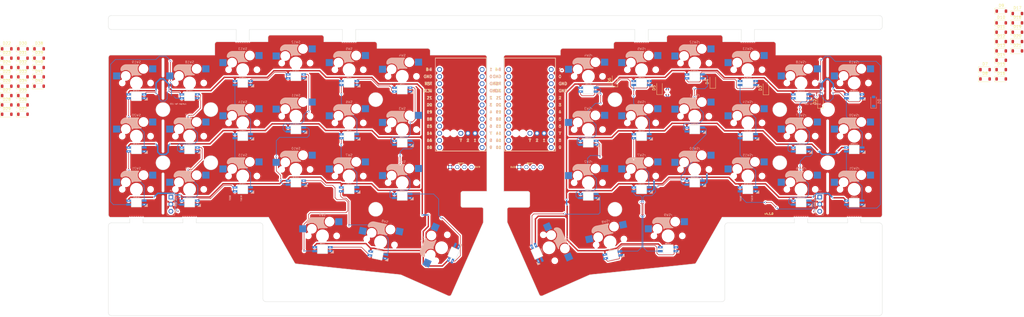
<source format=kicad_pcb>
(kicad_pcb (version 20241229) (generator "pcbnew") (generator_version "9.0")
  (title_block (title "Corne") (date "2024-05-07") (rev "4.1.0") (company "foostan"))
  (layers (0 "F.Cu" signal) (2 "B.Cu" signal) (13 "F.Paste" user) (15 "B.Paste" user) (5 "F.SilkS" user "F.Silkscreen") (7 "B.SilkS" user "B.Silkscreen") (1 "F.Mask" user) (3 "B.Mask" user) (25 "Edge.Cuts" user))
  (net 0 "")
  (net 1 "/left/SDA")
  (net 2 "/left/SCL")
  (net 3 "+5V")
  (net 4 "Net-(LED1-VDD)")
  (net 5 "GND")
  (net 6 "/right/SDA")
  (net 7 "/right/SCL")
  (net 8 "Net-(rLED1-VDD)")
  (net 9 "Net-(LED1-DOUT)")
  (net 10 "Net-(LED2-DOUT)")
  (net 11 "Net-(LED7-DOUT)")
  (net 12 "Net-(LED8-DOUT)")
  (net 13 "Net-(LED10-DIN)")
  (net 14 "Net-(LED10-DOUT)")
  (net 15 "Net-(LED14-DOUT)")
  (net 16 "Net-(LED15-DOUT)")
  (net 17 "Net-(LED16-DOUT)")
  (net 18 "/left/SWCLK")
  (net 19 "/left/SWD")
  (net 20 "/left/LED")
  (net 21 "Net-(LED6-DOUT)")
  (net 22 "Net-(LED5-DOUT)")
  (net 23 "Net-(LED4-DOUT)")
  (net 24 "Net-(LED3-DOUT)")
  (net 25 "Net-(LED20-DOUT)")
  (net 26 "Net-(LED19-DOUT)")
  (net 27 "Net-(LED17-DOUT)")
  (net 28 "Net-(LED13-DOUT)")
  (net 29 "Net-(LED12-DOUT)")
  (net 30 "Net-(LED11-DOUT)")
  (net 31 "GNDR")
  (net 32 "+5VR")
  (net 33 "/right/SWCLK")
  (net 34 "/right/SWD")
  (net 35 "Net-(rLED1-DOUT)")
  (net 36 "/right/LED")
  (net 37 "Net-(rLED2-DOUT)")
  (net 38 "Net-(rLED3-DOUT)")
  (net 39 "Net-(rLED4-DOUT)")
  (net 40 "Net-(rLED5-DOUT)")
  (net 41 "Net-(rLED6-DOUT)")
  (net 42 "Net-(rLED7-DOUT)")
  (net 43 "Net-(rLED8-DOUT)")
  (net 44 "Net-(rLED10-DIN)")
  (net 45 "Net-(rLED10-DOUT)")
  (net 46 "Net-(rLED11-DOUT)")
  (net 47 "Net-(rLED12-DOUT)")
  (net 48 "Net-(rLED13-DOUT)")
  (net 49 "Net-(rLED14-DOUT)")
  (net 50 "Net-(rLED15-DOUT)")
  (net 51 "Net-(rLED16-DOUT)")
  (net 52 "Net-(rLED17-DOUT)")
  (net 53 "Net-(rLED19-DOUT)")
  (net 54 "Net-(rLED20-DOUT)")
  (net 112 "Net-(D1-A)")
  (net 113 "R0")
  (net 114 "Net-(D2-A)")
  (net 115 "Net-(D3-A)")
  (net 116 "Net-(D4-A)")
  (net 117 "Net-(D5-A)")
  (net 118 "Net-(D6-A)")
  (net 119 "Net-(D7-A)")
  (net 120 "R1")
  (net 121 "Net-(D8-A)")
  (net 122 "Net-(D9-A)")
  (net 123 "Net-(D10-A)")
  (net 124 "Net-(D11-A)")
  (net 125 "Net-(D12-A)")
  (net 126 "R2")
  (net 133 "R3")
  (net 134 "Net-(D19-A)")
  (net 135 "Net-(D20-A)")
  (net 136 "Net-(D21-A)")
  (net 137 "C5")
  (net 138 "C4")
  (net 139 "C3")
  (net 140 "C2")
  (net 141 "C1")
  (net 142 "C0")
  (net 143 "Net-(D22-A)")
  (net 144 "RL0")
  (net 145 "Net-(D23-A)")
  (net 146 "Net-(D24-A)")
  (net 147 "Net-(D25-A)")
  (net 148 "Net-(D26-A)")
  (net 149 "Net-(D27-A)")
  (net 150 "Net-(D28-A)")
  (net 151 "RL1")
  (net 152 "Net-(D29-A)")
  (net 153 "Net-(D30-A)")
  (net 154 "Net-(D31-A)")
  (net 155 "Net-(D32-A)")
  (net 156 "Net-(D33-A)")
  (net 157 "Net-(D34-A)")
  (net 158 "RL2")
  (net 159 "Net-(D35-A)")
  (net 160 "Net-(D36-A)")
  (net 161 "Net-(D37-A)")
  (net 162 "Net-(D38-A)")
  (net 163 "Net-(D39-A)")
  (net 164 "RL3")
  (net 165 "Net-(D40-A)")
  (net 166 "Net-(D41-A)")
  (net 167 "Net-(D42-A)")
  (net 168 "CL5")
  (net 169 "CL4")
  (net 170 "CL3")
  (net 171 "CL2")
  (net 172 "CL1")
  (net 173 "CL0")
  (net 174 "Net-(LED18-DOUT)")
  (net 175 "unconnected-(LED21-DOUT-Pad2)")
  (net 176 "Net-(rLED18-DOUT)")
  (net 177 "unconnected-(rLED21-DOUT-Pad2)")
  (footprint "kbd_local:Breakaway_Tabs" (layer "F.Cu") (at -128.5875 41.18125)
    (property "Reference" "BT3")
    (property "Value" "Breakaway Tabs")
  )
  (footprint "Diode_SMD:D_SOD-123" (layer "F.Cu") (at -163.447498 -19.38875)
    (property "Reference" "D38")
    (property "Value" "Diode")
  )
  (footprint "Diode_SMD:D_SOD-123" (layer "F.Cu") (at 116.484406 -0.440163 90)
    (property "Reference" "D2")
    (property "Value" "Diode")
  )
  (footprint "kbd_local:Breakaway_Tabs" (layer "F.Cu") (at -52.3875 -22.13125)
    (property "Reference" "BT2")
    (property "Value" "Breakaway Tabs")
  )
  (footprint "Diode_SMD:D_SOD-123" (layer "F.Cu") (at 175.462502 -11.93875)
    (property "Reference" "D7")
    (property "Value" "Diode")
  )
  (footprint "Diode_SMD:D_SOD-123" (layer "F.Cu") (at 181.257502 -8.58875)
    (property "Reference" "D16")
    (property "Value" "Diode")
  )
  (footprint "Diode_SMD:D_SOD-123" (layer "F.Cu") (at 175.462502 -8.58875)
    (property "Reference" "D8")
    (property "Value" "Diode")
  )
  (footprint "Diode_SMD:D_SOD-123" (layer "F.Cu") (at 187.052502 -32.03875)
    (property "Reference" "D17")
    (property "Value" "Diode")
  )
  (footprint "Diode_SMD:D_SOD-123" (layer "F.Cu") (at 181.257502 -11.93875)
    (property "Reference" "D15")
    (property "Value" "Diode")
  )
  (footprint "Diode_SMD:D_SOD-123" (layer "F.Cu") (at -163.447498 -9.33875)
    (property "Reference" "D41")
    (property "Value" "Diode")
  )
  (footprint "Diode_SMD:D_SOD-123" (layer "F.Cu") (at -169.242498 -5.98875)
    (property "Reference" "D34")
    (property "Value" "Diode")
  )
  (footprint "Diode_SMD:D_SOD-123" (layer "F.Cu") (at -169.242498 -9.33875)
    (property "Reference" "D33")
    (property "Value" "Diode")
  )
  (footprint "kbd_local:Breakaway_Tabs" (layer "F.Cu") (at 52.387502 -22.13125)
    (property "Reference" "rBT2")
    (property "Value" "Breakaway Tabs")
  )
  (footprint "Diode_SMD:D_SOD-123" (layer "F.Cu") (at -175.037498 -16.03875)
    (property "Reference" "D23")
    (property "Value" "Diode")
  )
  (footprint "kbd_local:OLED" (layer "F.Cu") (at 12.402501 22.98375)
    (property "Reference" "rJ3")
    (property "Value" "Conn_01x04" (hide yes))
  )
  (footprint "Diode_SMD:D_SOD-123" (layer "F.Cu") (at -175.037498 -9.33875)
    (property "Reference" "D25")
    (property "Value" "Diode")
  )
  (footprint "Diode_SMD:D_SOD-123" (layer "F.Cu") (at -169.242498 4.06125)
    (property "Reference" "D37")
    (property "Value" "Diode")
  )
  (footprint "Diode_SMD:D_SOD-123" (layer "F.Cu") (at 187.052502 -25.33875)
    (property "Reference" "D19")
    (property "Value" "Diode")
  )
  (footprint "Diode_SMD:D_SOD-123" (layer "F.Cu") (at -169.242498 0.71125)
    (property "Reference" "D36")
    (property "Value" "Diode")
  )
  (footprint "Diode_SMD:D_SOD-123" (layer "F.Cu") (at 187.052502 -28.68875)
    (property "Reference" "D18")
    (property "Value" "Diode")
  )
  (footprint "kbd_local:Breakaway_Tabs" (layer "F.Cu") (at -109.5375 41.18125)
    (property "Reference" "BT4")
    (property "Value" "Breakaway Tabs")
  )
  (footprint "Diode_SMD:D_SOD-123" (layer "F.Cu") (at -169.242498 -16.03875)
    (property "Reference" "D31")
    (property "Value" "Diode")
  )
  (footprint "Diode_SMD:D_SOD-123" (layer "F.Cu") (at -169.242498 -2.63875)
    (property "Reference" "D35")
    (property "Value" "Diode")
  )
  (footprint "Diode_SMD:D_SOD-123" (layer "F.Cu") (at 58.848478 -5.370796 90)
    (property "Reference" "D5")
    (property "Value" "Diode")
  )
  (footprint "Diode_SMD:D_SOD-123" (layer "F.Cu") (at -163.447498 -5.98875)
    (property "Reference" "D42")
    (property "Value" "Diode")
  )
  (footprint "Diode_SMD:D_SOD-123" (layer "F.Cu") (at -175.037498 -5.98875)
    (property "Reference" "D26")
    (property "Value" "Diode")
  )
  (footprint "kbd_local:Breakaway_Tabs" (layer "F.Cu") (at 90.4875 -22.13125)
    (property "Reference" "rBT1")
    (property "Value" "Breakaway Tabs")
  )
  (footprint "Diode_SMD:D_SOD-123" (layer "F.Cu") (at 181.257502 -18.63875)
    (property "Reference" "D13")
    (property "Value" "Diode")
  )
  (footprint "Diode_SMD:D_SOD-123" (layer "F.Cu") (at -169.242498 -19.38875)
    (property "Reference" "D30")
    (property "Value" "Diode")
  )
  (footprint "Diode_SMD:D_SOD-123" (layer "F.Cu") (at 181.257502 -21.98875)
    (property "Reference" "D12")
    (property "Value" "Diode")
  )
  (footprint "Diode_SMD:D_SOD-123" (layer "F.Cu") (at -175.037498 -19.38875)
    (property "Reference" "D22")
    (property "Value" "Diode")
  )
  (footprint "Diode_SMD:D_SOD-123" (layer "F.Cu") (at -163.447498 -16.03875)
    (property "Reference" "D39")
    (property "Value" "Diode")
  )
  (footprint "Diode_SMD:D_SOD-123" (layer "F.Cu") (at -175.037498 -12.68875)
    (property "Reference" "D24")
    (property "Value" "Diode")
  )
  (footprint "Diode_SMD:D_SOD-123" (layer "F.Cu") (at -169.242498 -12.68875)
    (property "Reference" "D32")
    (property "Value" "Diode")
  )
  (footprint "Diode_SMD:D_SOD-123" (layer "F.Cu") (at -175.037498 0.71125)
    (property "Reference" "D28")
    (property "Value" "Diode")
  )
  (footprint "Diode_SMD:D_SOD-123" (layer "F.Cu") (at -175.037498 4.06125)
    (property "Reference" "D29")
    (property "Value" "Diode")
  )
  (footprint "kbd_local:Breakaway_Tabs" (layer "F.Cu") (at 128.5875 41.18125)
    (property "Reference" "rBT3")
    (property "Value" "Breakaway Tabs")
  )
  (footprint "Diode_SMD:D_SOD-123" (layer "F.Cu") (at -163.447498 -12.68875)
    (property "Reference" "D40")
    (property "Value" "Diode")
  )
  (footprint "Diode_SMD:D_SOD-123" (layer "F.Cu") (at 77.913488 -7.616756 90)
    (property "Reference" "D4")
    (property "Value" "Diode")
  )
  (footprint "Diode_SMD:D_SOD-123" (layer "F.Cu") (at 181.257502 -28.68875)
    (property "Reference" "D10")
    (property "Value" "Diode")
  )
  (footprint "Diode_SMD:D_SOD-123" (layer "F.Cu") (at 187.052502 -18.63875)
    (property "Reference" "D21")
    (property "Value" "Diode")
  )
  (footprint "Diode_SMD:D_SOD-123" (layer "F.Cu") (at 96.943633 -5.250958 90)
    (property "Reference" "D3")
    (property "Value" "Diode")
  )
  (footprint "Diode_SMD:D_SOD-123" (layer "F.Cu") (at 181.257502 -25.33875)
    (property "Reference" "D11")
    (property "Value" "Diode")
  )
  (footprint "Diode_SMD:D_SOD-123" (layer "F.Cu") (at 181.257502 -15.28875)
    (property "Reference" "D14")
    (property "Value" "Diode")
  )
  (footprint "kbd_local:Breakaway_Tabs" (layer "F.Cu") (at 109.5375 41.18125)
    (property "Reference" "rBT4")
    (property "Value" "Breakaway Tabs")
  )
  (footprint "Diode_SMD:D_SOD-123" (layer "F.Cu") (at 181.312502 -32.88875)
    (property "Reference" "D9")
    (property "Value" "Diode")
  )
  (footprint "Diode_SMD:D_SOD-123" (layer "F.Cu") (at 187.052502 -21.98875)
    (property "Reference" "D20")
    (property "Value" "Diode")
  )
  (footprint "Diode_SMD:D_SOD-123" (layer "F.Cu") (at 42.897412 -8.105941 90)
    (property "Reference" "D6")
    (property "Value" "Diode")
  )
  (footprint "kbd_local:Breakaway_Tabs" (layer "F.Cu") (at -90.4875 -22.13125)
    (property "Reference" "BT1")
    (property "Value" "Breakaway Tabs")
  )
  (footprint "kbd_local:OLED" (layer "F.Cu") (at -12.350623 22.98375)
    (property "Reference" "J3")
    (property "Value" "Conn_01x04" (hide yes))
  )
  (footprint "Diode_SMD:D_SOD-123" (layer "F.Cu") (at -175.037498 -2.63875)
    (property "Reference" "D27")
    (property "Value" "Diode")
  )
  (footprint "Connector_PinHeader_2.54mm:PinHeader_1x03_P2.54mm_Vertical" (layer "B.Cu") (at -116.237498 33.74125 180)
    (property "Reference" "J4")
    (property "Value" "Conn_01x03")
  )
  (footprint "kbd:keyswitch_cherrymx_hotswap_1u" (layer "B.Cu") (at -33.3375 -9.525 180)
    (property "Reference" "SW4")
    (property "Value" "SW_Push" (hide yes))
  )
  (footprint "kbd_local:YS-SK6812MINI-E" (layer "B.Cu") (at -109.5375 35.71875 180)
    (property "Reference" "LED16")
    (property "Value" "YS-SK6812MINI-E" (hide yes))
    (fp_line (start 1.8 1.55) (end -1.8 1.55) (stroke (width 0.1)) (layer "Edge.Cuts"))
    (fp_line (start 1.8 -1.55) (end 1.8 1.55) (stroke (width 0.1)) (layer "Edge.Cuts"))
    (fp_line (start -1.8 1.55) (end -1.8 -1.55) (stroke (width 0.1)) (layer "Edge.Cuts"))
    (fp_line (start -1.8 -1.55) (end 1.8 -1.55) (stroke (width 0.1)) (layer "Edge.Cuts"))
  )
  (footprint "kbd:keyswitch_cherrymx_hotswap_1u" (layer "B.Cu") (at 109.537502 11.90625 180)
    (property "Reference" "rSW17")
    (property "Value" "SW_Push" (hide yes))
  )
  (footprint "kbd_local:YS-SK6812MINI-E" (layer "B.Cu") (at 109.537502 35.71875 180)
    (property "Reference" "rLED16")
    (property "Value" "YS-SK6812MINI-E" (hide yes))
    (fp_line (start 1.8 1.55) (end -1.8 1.55) (stroke (width 0.1)) (layer "Edge.Cuts"))
    (fp_line (start 1.8 -1.55) (end 1.8 1.55) (stroke (width 0.1)) (layer "Edge.Cuts"))
    (fp_line (start -1.8 1.55) (end -1.8 -1.55) (stroke (width 0.1)) (layer "Edge.Cuts"))
    (fp_line (start -1.8 -1.55) (end 1.8 -1.55) (stroke (width 0.1)) (layer "Edge.Cuts"))
  )
  (footprint "kbd_local:YS-SK6812MINI-E" (layer "B.Cu") (at -33.3375 14.2875 180)
    (property "Reference" "LED3")
    (property "Value" "YS-SK6812MINI-E" (hide yes))
    (fp_line (start 1.8 1.55) (end -1.8 1.55) (stroke (width 0.1)) (layer "Edge.Cuts"))
    (fp_line (start 1.8 -1.55) (end 1.8 1.55) (stroke (width 0.1)) (layer "Edge.Cuts"))
    (fp_line (start -1.8 1.55) (end -1.8 -1.55) (stroke (width 0.1)) (layer "Edge.Cuts"))
    (fp_line (start -1.8 -1.55) (end 1.8 -1.55) (stroke (width 0.1)) (layer "Edge.Cuts"))
  )
  (footprint "kbd:keyswitch_cherrymx_hotswap_1u" (layer "B.Cu") (at 90.487502 26.19375 180)
    (property "Reference" "rSW15")
    (property "Value" "SW_Push" (hide yes))
  )
  (footprint "kbd:keyswitch_cherrymx_hotswap_1u" (layer "B.Cu") (at 61.912502 47.625 180)
    (property "Reference" "rSW9")
    (property "Value" "SW_Push" (hide yes))
  )
  (footprint "kbd:keyswitch_cherrymx_hotswap_1u" (layer "B.Cu") (at -61.9125 47.625 180)
    (property "Reference" "SW9")
    (property "Value" "SW_Push" (hide yes))
  )
  (footprint "kbd:keyswitch_cherrymx_hotswap_1u" (layer "B.Cu") (at -52.3875 -11.90625 180)
    (property "Reference" "SW5")
    (property "Value" "SW_Push" (hide yes))
  )
  (footprint "kbd:keyswitch_cherrymx_hotswap_1u" (layer "B.Cu") (at 71.437502 23.8125 180)
    (property "Reference" "rSW10")
    (property "Value" "SW_Push" (hide yes))
  )
  (footprint "kbd_local:YS-SK6812MINI-E" (layer "B.Cu") (at 33.3375 -4.7625 180)
    (property "Reference" "rLED4")
    (property "Value" "YS-SK6812MINI-E" (hide yes))
    (fp_line (start 1.8 1.55) (end -1.8 1.55) (stroke (width 0.1)) (layer "Edge.Cuts"))
    (fp_line (start 1.8 -1.55) (end 1.8 1.55) (stroke (width 0.1)) (layer "Edge.Cuts"))
    (fp_line (start -1.8 1.55) (end -1.8 -1.55) (stroke (width 0.1)) (layer "Edge.Cuts"))
    (fp_line (start -1.8 -1.55) (end 1.8 -1.55) (stroke (width 0.1)) (layer "Edge.Cuts"))
  )
  (footprint "kbd_local:YS-SK6812MINI-E" (layer "B.Cu") (at -109.5375 16.66875 180)
    (property "Reference" "LED17")
    (property "Value" "YS-SK6812MINI-E" (hide yes))
    (fp_line (start 1.8 1.55) (end -1.8 1.55) (stroke (width 0.1)) (layer "Edge.Cuts"))
    (fp_line (start 1.8 -1.55) (end 1.8 1.55) (stroke (width 0.1)) (layer "Edge.Cuts"))
    (fp_line (start -1.8 1.55) (end -1.8 -1.55) (stroke (width 0.1)) (layer "Edge.Cuts"))
    (fp_line (start -1.8 -1.55) (end 1.8 -1.55) (stroke (width 0.1)) (layer "Edge.Cuts"))
  )
  (footprint "ScottoKeebs_MCU:Nice_Nano_V2" (layer "B.Cu") (at -12.350623 1.71125 180)
    (property "Reference" "U2" (hide yes))
    (property "Value" "Nice_Nano_V2" (hide yes))
  )
  (footprint "kbd_local:YS-SK6812MINI-E" (layer "B.Cu") (at 52.387502 11.90625 180)
    (property "Reference" "rLED6")
    (property "Value" "YS-SK6812MINI-E" (hide yes))
    (fp_line (start 1.8 1.55) (end -1.8 1.55) (stroke (width 0.1)) (layer "Edge.Cuts"))
    (fp_line (start 1.8 -1.55) (end 1.8 1.55) (stroke (width 0.1)) (layer "Edge.Cuts"))
    (fp_line (start -1.8 1.55) (end -1.8 -1.55) (stroke (width 0.1)) (layer "Edge.Cuts"))
    (fp_line (start -1.8 -1.55) (end 1.8 -1.55) (stroke (width 0.1)) (layer "Edge.Cuts"))
  )
  (footprint "kbd_local:YS-SK6812MINI-E" (layer "B.Cu") (at -52.3875 -7.14375 180)
    (property "Reference" "LED5")
    (property "Value" "YS-SK6812MINI-E" (hide yes))
    (fp_line (start 1.8 1.55) (end -1.8 1.55) (stroke (width 0.1)) (layer "Edge.Cuts"))
    (fp_line (start 1.8 -1.55) (end 1.8 1.55) (stroke (width 0.1)) (layer "Edge.Cuts"))
    (fp_line (start -1.8 1.55) (end -1.8 -1.55) (stroke (width 0.1)) (layer "Edge.Cuts"))
    (fp_line (start -1.8 -1.55) (end 1.8 -1.55) (stroke (width 0.1)) (layer "Edge.Cuts"))
  )
  (footprint "kbd:keyswitch_cherrymx_hotswap_1u" (layer "B.Cu") (at 71.437502 4.7625 180)
    (property "Reference" "rSW11")
    (property "Value" "SW_Push" (hide yes))
  )
  (footprint "kbd_local:YS-SK6812MINI-E" (layer "B.Cu") (at 33.3375 33.3375 180)
    (property "Reference" "rLED2")
    (property "Value" "YS-SK6812MINI-E" (hide yes))
    (fp_line (start 1.8 1.55) (end -1.8 1.55) (stroke (width 0.1)) (layer "Edge.Cuts"))
    (fp_line (start 1.8 -1.55) (end 1.8 1.55) (stroke (width 0.1)) (layer "Edge.Cuts"))
    (fp_line (start -1.8 1.55) (end -1.8 -1.55) (stroke (width 0.1)) (layer "Edge.Cuts"))
    (fp_line (start -1.8 -1.55) (end 1.8 -1.55) (stroke (width 0.1)) (layer "Edge.Cuts"))
  )
  (footprint "kbd_local:YS-SK6812MINI-E" (layer "B.Cu") (at -42.083274 54.461139 168.06)
    (property "Reference" "LED8")
    (property "Value" "YS-SK6812MINI-E" (hide yes))
    (fp_line (start 1.8 -1.55) (end 1.8 1.55) (stroke (width 0.1)) (layer "Edge.Cuts"))
    (fp_line (start 1.8 1.55) (end -1.8 1.55) (stroke (width 0.1)) (layer "Edge.Cuts"))
    (fp_line (start -1.8 -1.55) (end 1.8 -1.55) (stroke (width 0.1)) (layer "Edge.Cuts"))
    (fp_line (start -1.8 1.55) (end -1.8 -1.55) (stroke (width 0.1)) (layer "Edge.Cuts"))
  )
  (footprint "kbd:keyswitch_cherrymx_hotswap_1u" (layer "B.Cu") (at 109.537502 30.95625 180)
    (property "Reference" "rSW16")
    (property "Value" "SW_Push" (hide yes))
  )
  (footprint "kbd:keyswitch_cherrymx_hotswap_1u" (layer "B.Cu") (at -90.4875 -11.90625 180)
    (property "Reference" "SW13")
    (property "Value" "SW_Push" (hide yes))
  )
  (footprint "kbd:keyswitch_cherrymx_hotswap_1u" (layer "B.Cu") (at -71.4375 4.7625 180)
    (property "Reference" "SW11")
    (property "Value" "SW_Push" (hide yes))
  )
  (footprint "kbd_local:YS-SK6812MINI-E" (layer "B.Cu") (at -71.4375 28.575 180)
    (property "Reference" "LED10")
    (property "Value" "YS-SK6812MINI-E" (hide yes))
    (fp_line (start 1.8 1.55) (end -1.8 1.55) (stroke (width 0.1)) (layer "Edge.Cuts"))
    (fp_line (start 1.8 -1.55) (end 1.8 1.55) (stroke (width 0.1)) (layer "Edge.Cuts"))
    (fp_line (start -1.8 1.55) (end -1.8 -1.55) (stroke (width 0.1)) (layer "Edge.Cuts"))
    (fp_line (start -1.8 -1.55) (end 1.8 -1.55) (stroke (width 0.1)) (layer "Edge.Cuts"))
  )
  (footprint "kbd:keyswitch_cherrymx_hotswap_1u" (layer "B.Cu") (at -90.4875 7.14375 180)
    (property "Reference" "SW14")
    (property "Value" "SW_Push" (hide yes))
  )
  (footprint "kbd:keyswitch_cherrymx_hotswap_1u" (layer "B.Cu") (at 109.537502 -7.14375 180)
    (property "Reference" "rSW18")
    (property "Value" "SW_Push" (hide yes))
  )
  (footprint "kbd:keyswitch_cherrymx_hotswap_1u" (layer "B.Cu") (at 128.587502 -7.14375 180)
    (property "Reference" "rSW19")
    (property "Value" "SW_Push" (hide yes))
  )
  (footprint "kbd:keyswitch_cherrymx_hotswap_1u" (layer "B.Cu") (at -41.097974 49.801677 168.06)
    (property "Reference" "SW8")
    (property "Value" "SW_Push" (hide yes))
  )
  (footprint "kbd_local:YS-SK6812MINI-E" (layer "B.Cu") (at 128.587502 16.66875 180)
    (property "Reference" "rLED20")
    (property "Value" "YS-SK6812MINI-E" (hide yes))
    (fp_line (start 1.8 1.55) (end -1.8 1.55) (stroke (width 0.1)) (layer "Edge.Cuts"))
    (fp_line (start 1.8 -1.55) (end 1.8 1.55) (stroke (width 0.1)) (layer "Edge.Cuts"))
    (fp_line (start -1.8 1.55) (end -1.8 -1.55) (stroke (width 0.1)) (layer "Edge.Cuts"))
    (fp_line (start -1.8 -1.55) (end 1.8 -1.55) (stroke (width 0.1)) (layer "Edge.Cuts"))
  )
  (footprint "kbd_local:YS-SK6812MINI-E" (layer "B.Cu") (at -71.4375 -9.525 180)
    (property "Reference" "LED12")
    (property "Value" "YS-SK6812MINI-E" (hide yes))
    (fp_line (start 1.8 1.55) (end -1.8 1.55) (stroke (width 0.1)) (layer "Edge.Cuts"))
    (fp_line (start 1.8 -1.55) (end 1.8 1.55) (stroke (width 0.1)) (layer "Edge.Cuts"))
    (fp_line (start -1.8 1.55) (end -1.8 -1.55) (stroke (width 0.1)) (layer "Edge.Cuts"))
    (fp_line (start -1.8 -1.55) (end 1.8 -1.55) (stroke (width 0.1)) (layer "Edge.Cuts"))
  )
  (footprint "kbd_local:YS-SK6812MINI-E" (layer "B.Cu") (at 90.487502 30.95625 180)
    (property "Reference" "rLED15")
    (property "Value" "YS-SK6812MINI-E" (hide yes))
    (fp_line (start 1.8 1.55) (end -1.8 1.55) (stroke (width 0.1)) (layer "Edge.Cuts"))
    (fp_line (start 1.8 -1.55) (end 1.8 1.55) (stroke (width 0.1)) (layer "Edge.Cuts"))
    (fp_line (start -1.8 1.55) (end -1.8 -1.55) (stroke (width 0.1)) (layer "Edge.Cuts"))
    (fp_line (start -1.8 -1.55) (end 1.8 -1.55) (stroke (width 0.1)) (layer "Edge.Cuts"))
  )
  (footprint "kbd:keyswitch_cherrymx_hotswap_1u" (layer "B.Cu") (at 33.337502 -9.525 180)
    (property "Reference" "rSW4")
    (property "Value" "SW_Push" (hide yes))
  )
  (footprint "kbd:keyswitch_cherrymx_hotswap_1u" (layer "B.Cu") (at -71.4375 -14.2875 180)
    (property "Reference" "SW12")
    (property "Value" "SW_Push" (hide yes))
  )
  (footprint "kbd_local:YS-SK6812MINI-E" (layer "B.Cu") (at -128.5875 16.66875 180)
    (property "Reference" "LED20")
    (property "Value" "YS-SK6812MINI-E" (hide yes))
    (fp_line (start 1.8 1.55) (end -1.8 1.55) (stroke (width 0.1)) (layer "Edge.Cuts"))
    (fp_line (start 1.8 -1.55) (end 1.8 1.55) (stroke (width 0.1)) (layer "Edge.Cuts"))
    (fp_line (start -1.8 1.55) (end -1.8 -1.55) (stroke (width 0.1)) (layer "Edge.Cuts"))
    (fp_line (start -1.8 -1.55) (end 1.8 -1.55) (stroke (width 0.1)) (layer "Edge.Cuts"))
  )
  (footprint "kbd:keyswitch_cherrymx_hotswap_1u" (layer "B.Cu") (at 52.387502 7.14375 180)
    (property "Reference" "rSW6")
    (property "Value" "SW_Push" (hide yes))
  )
  (footprint "kbd_local:YS-SK6812MINI-E" (layer "B.Cu") (at 109.537502 16.66875 180)
    (property "Reference" "rLED17")
    (property "Value" "YS-SK6812MINI-E" (hide yes))
    (fp_line (start 1.8 1.55) (end -1.8 1.55) (stroke (width 0.1)) (layer "Edge.Cuts"))
    (fp_line (start 1.8 -1.55) (end 1.8 1.55) (stroke (width 0.1)) (layer "Edge.Cuts"))
    (fp_line (start -1.8 1.55) (end -1.8 -1.55) (stroke (width 0.1)) (layer "Edge.Cuts"))
    (fp_line (start -1.8 -1.55) (end 1.8 -1.55) (stroke (width 0.1)) (layer "Edge.Cuts"))
  )
  (footprint "kbd_local:YS-SK6812MINI-E" (layer "B.Cu") (at 128.587502 -2.38125 180)
    (property "Reference" "rLED19")
    (property "Value" "YS-SK6812MINI-E" (hide yes))
    (fp_line (start 1.8 1.55) (end -1.8 1.55) (stroke (width 0.1)) (layer "Edge.Cuts"))
    (fp_line (start 1.8 -1.55) (end 1.8 1.55) (stroke (width 0.1)) (layer "Edge.Cuts"))
    (fp_line (start -1.8 1.55) (end -1.8 -1.55) (stroke (width 0.1)) (layer "Edge.Cuts"))
    (fp_line (start -1.8 -1.55) (end 1.8 -1.55) (stroke (width 0.1)) (layer "Edge.Cuts"))
  )
  (footprint "kbd:keyswitch_cherrymx_hotswap_1u" (layer "B.Cu") (at -109.5375 11.90625 180)
    (property "Reference" "SW17")
    (property "Value" "SW_Push" (hide yes))
  )
  (footprint "kbd_local:YS-SK6812MINI-E" (layer "B.Cu") (at -90.4875 30.95625 180)
    (property "Reference" "LED15")
    (property "Value" "YS-SK6812MINI-E" (hide yes))
    (fp_line (start 1.8 1.55) (end -1.8 1.55) (stroke (width 0.1)) (layer "Edge.Cuts"))
    (fp_line (start 1.8 -1.55) (end 1.8 1.55) (stroke (width 0.1)) (layer "Edge.Cuts"))
    (fp_line (start -1.8 1.55) (end -1.8 -1.55) (stroke (width 0.1)) (layer "Edge.Cuts"))
    (fp_line (start -1.8 -1.55) (end 1.8 -1.55) (stroke (width 0.1)) (layer "Edge.Cuts"))
  )
  (footprint "kbd_local:YS-SK6812MINI-E" (layer "B.Cu") (at -14.901328 53.81068 -113.88)
    (property "Reference" "LED1")
    (property "Value" "YS-SK6812MINI-E" (hide yes))
    (fp_line (start 1.8 1.55) (end -1.8 1.55) (stroke (width 0.1)) (layer "Edge.Cuts"))
    (fp_line (start -1.8 1.55) (end -1.8 -1.55) (stroke (width 0.1)) (layer "Edge.Cuts"))
    (fp_line (start 1.8 -1.55) (end 1.8 1.55) (stroke (width 0.1)) (layer "Edge.Cuts"))
    (fp_line (start -1.8 -1.55) (end 1.8 -1.55) (stroke (width 0.1)) (layer "Edge.Cuts"))
  )
  (footprint "kbd_local:YS-SK6812MINI-E" (layer "B.Cu") (at 52.387502 -7.14375 180)
    (property "Reference" "rLED5")
    (property "Value" "YS-SK6812MINI-E" (hide yes))
    (fp_line (start 1.8 1.55) (end -1.8 1.55) (stroke (width 0.1)) (layer "Edge.Cuts"))
    (fp_line (start 1.8 -1.55) (end 1.8 1.55) (stroke (width 0.1)) (layer "Edge.Cuts"))
    (fp_line (start -1.8 1.55) (end -1.8 -1.55) (stroke (width 0.1)) (layer "Edge.Cuts"))
    (fp_line (start -1.8 -1.55) (end 1.8 -1.55) (stroke (width 0.1)) (layer "Edge.Cuts"))
  )
  (footprint "kbd:keyswitch_cherrymx_hotswap_1u" (layer "B.Cu") (at -128.5875 30.95625 180)
    (property "Reference" "SW21")
    (property "Value" "SW_Push" (hide yes))
  )
  (footprint "kbd:keyswitch_cherrymx_hotswap_1u" (layer "B.Cu") (at 33.337502 9.525 180)
    (property "Reference" "rSW3")
    (property "Value" "SW_Push" (hide yes))
  )
  (footprint "kbd:keyswitch_cherrymx_hotswap_1.5u" (layer "B.Cu") (at 19.256137 51.882713 113.88)
    (property "Reference" "rSW1")
    (property "Value" "SW_Push" (hide yes))
  )
  (footprint "kbd_local:YS-SK6812MINI-E" (layer "B.Cu") (at 42.083274 54.461139 -168.06)
    (property "Reference" "rLED8")
    (property "Value" "YS-SK6812MINI-E" (hide yes))
    (fp_line (start 1.8 1.55) (end -1.8 1.55) (stroke (width 0.1)) (layer "Edge.Cuts"))
    (fp_line (start 1.8 -1.55) (end 1.8 1.55) (stroke (width 0.1)) (layer "Edge.Cuts"))
    (fp_line (start -1.8 1.55) (end -1.8 -1.55) (stroke (width 0.1)) (layer "Edge.Cuts"))
    (fp_line (start -1.8 -1.55) (end 1.8 -1.55) (stroke (width 0.1)) (layer "Edge.Cuts"))
  )
  (footprint "kbd_local:YS-SK6812MINI-E" (layer "B.Cu") (at 90.487502 -7.14375 180)
    (property "Reference" "rLED13")
    (property "Value" "YS-SK6812MINI-E" (hide yes))
    (fp_line (start 1.8 1.55) (end -1.8 1.55) (stroke (width 0.1)) (layer "Edge.Cuts"))
    (fp_line (start 1.8 -1.55) (end 1.8 1.55) (stroke (width 0.1)) (layer "Edge.Cuts"))
    (fp_line (start -1.8 1.55) (end -1.8 -1.55) (stroke (width 0.1)) (layer "Edge.Cuts"))
    (fp_line (start -1.8 -1.55) (end 1.8 -1.55) (stroke (width 0.1)) (layer "Edge.Cuts"))
  )
  (footprint "kbd:keyswitch_cherrymx_hotswap_1u" (layer "B.Cu") (at -52.3875 26.19375 180)
    (property "Reference" "SW7")
    (property "Value" "SW_Push" (hide yes))
  )
  (footprint "kbd_local:YS-SK6812MINI-E" (layer "B.Cu") (at -90.4875 -7.14375 180)
    (property "Reference" "LED13")
    (property "Value" "YS-SK6812MINI-E" (hide yes))
    (fp_line (start 1.8 1.55) (end -1.8 1.55) (stroke (width 0.1)) (layer "Edge.Cuts"))
    (fp_line (start 1.8 -1.55) (end 1.8 1.55) (stroke (width 0.1)) (layer "Edge.Cuts"))
    (fp_line (start -1.8 1.55) (end -1.8 -1.55) (stroke (width 0.1)) (layer "Edge.Cuts"))
    (fp_line (start -1.8 -1.55) (end 1.8 -1.55) (stroke (width 0.1)) (layer "Edge.Cuts"))
  )
  (footprint "kbd_local:YS-SK6812MINI-E" (layer "B.Cu") (at -128.5875 35.71875 180)
    (property "Reference" "LED21")
    (property "Value" "YS-SK6812MINI-E" (hide yes))
    (fp_line (start 1.8 1.55) (end -1.8 1.55) (stroke (width 0.1)) (layer "Edge.Cuts"))
    (fp_line (start 1.8 -1.55) (end 1.8 1.55) (stroke (width 0.1)) (layer "Edge.Cuts"))
    (fp_line (start -1.8 1.55) (end -1.8 -1.55) (stroke (width 0.1)) (layer "Edge.Cuts"))
    (fp_line (start -1.8 -1.55) (end 1.8 -1.55) (stroke (width 0.1)) (layer "Edge.Cuts"))
  )
  (footprint "kbd_local:YS-SK6812MINI-E" (layer "B.Cu") (at -128.5875 -2.38125 180)
    (property "Reference" "LED19")
    (property "Value" "YS-SK6812MINI-E" (hide yes))
    (fp_line (start 1.8 1.55) (end -1.8 1.55) (stroke (width 0.1)) (layer "Edge.Cuts"))
    (fp_line (start 1.8 -1.55) (end 1.8 1.55) (stroke (width 0.1)) (layer "Edge.Cuts"))
    (fp_line (start -1.8 1.55) (end -1.8 -1.55) (stroke (width 0.1)) (layer "Edge.Cuts"))
    (fp_line (start -1.8 -1.55) (end 1.8 -1.55) (stroke (width 0.1)) (layer "Edge.Cuts"))
  )
  (footprint "kbd:keyswitch_cherrymx_hotswap_1u" (layer "B.Cu") (at 90.487502 -11.90625 180)
    (property "Reference" "rSW13")
    (property "Value" "SW_Push" (hide yes))
  )
  (footprint "kbd_local:YS-SK6812MINI-E" (layer "B.Cu") (at -52.3875 30.95625 180)
    (property "Reference" "LED7")
    (property "Value" "YS-SK6812MINI-E" (hide yes))
    (fp_line (start 1.8 1.55) (end -1.8 1.55) (stroke (width 0.1)) (layer "Edge.Cuts"))
    (fp_line (start 1.8 -1.55) (end 1.8 1.55) (stroke (width 0.1)) (layer "Edge.Cuts"))
    (fp_line (start -1.8 1.55) (end -1.8 -1.55) (stroke (width 0.1)) (layer "Edge.Cuts"))
    (fp_line (start -1.8 -1.55) (end 1.8 -1.55) (stroke (width 0.1)) (layer "Edge.Cuts"))
  )
  (footprint "kbd_local:YS-SK6812MINI-E" (layer "B.Cu") (at 90.487502 11.90625 180)
    (property "Reference" "rLED14")
    (property "Value" "YS-SK6812MINI-E" (hide yes))
    (fp_line (start 1.8 1.55) (end -1.8 1.55) (stroke (width 0.1)) (layer "Edge.Cuts"))
    (fp_line (start 1.8 -1.55) (end 1.8 1.55) (stroke (width 0.1)) (layer "Edge.Cuts"))
    (fp_line (start -1.8 1.55) (end -1.8 -1.55) (stroke (width 0.1)) (layer "Edge.Cuts"))
    (fp_line (start -1.8 -1.55) (end 1.8 -1.55) (stroke (width 0.1)) (layer "Edge.Cuts"))
  )
  (footprint "kbd_local:YS-SK6812MINI-E" (layer "B.Cu") (at 61.912502 52.3875 180)
    (property "Reference" "rLED9")
    (property "Value" "YS-SK6812MINI-E" (hide yes))
    (fp_line (start 1.8 1.55) (end -1.8 1.55) (stroke (width 0.1)) (layer "Edge.Cuts"))
    (fp_line (start 1.8 -1.55) (end 1.8 1.55) (stroke (width 0.1)) (layer "Edge.Cuts"))
    (fp_line (start -1.8 1.55) (end -1.8 -1.55) (stroke (width 0.1)) (layer "Edge.Cuts"))
    (fp_line (start -1.8 -1.55) (end 1.8 -1.55) (stroke (width 0.1)) (layer "Edge.Cuts"))
  )
  (footprint "ScottoKeebs_MCU:Nice_Nano_V2" (layer "B.Cu") (at 12.402501 1.71125 180)
    (property "Reference" "U1" (hide yes))
    (property "Value" "Nice_Nano_V2" (hide yes))
  )
  (footprint "kbd_local:YS-SK6812MINI-E" (layer "B.Cu") (at -61.9125 52.3875 180)
    (property "Reference" "LED9")
    (property "Value" "YS-SK6812MINI-E" (hide yes))
    (fp_line (start 1.8 1.55) (end -1.8 1.55) (stroke (width 0.1)) (layer "Edge.Cuts"))
    (fp_line (start 1.8 -1.55) (end 1.8 1.55) (stroke (width 0.1)) (layer "Edge.Cuts"))
    (fp_line (start -1.8 1.55) (end -1.8 -1.55) (stroke (width 0.1)) (layer "Edge.Cuts"))
    (fp_line (start -1.8 -1.55) (end 1.8 -1.55) (stroke (width 0.1)) (layer "Edge.Cuts"))
  )
  (footprint "Connector_PinHeader_2.54mm:PinHeader_1x03_P2.54mm_Vertical" (layer "B.Cu") (at 116.237498 33.74125 180)
    (property "Reference" "rJ4")
    (property "Value" "Conn_01x03")
  )
  (footprint "kbd:keyswitch_cherrymx_hotswap_1u" (layer "B.Cu") (at 33.337502 28.575 180)
    (property "Reference" "rSW2")
    (property "Value" "SW_Push" (hide yes))
  )
  (footprint "kbd_local:YS-SK6812MINI-E" (layer "B.Cu") (at -52.3875 11.90625 180)
    (property "Reference" "LED6")
    (property "Value" "YS-SK6812MINI-E" (hide yes))
    (fp_line (start 1.8 1.55) (end -1.8 1.55) (stroke (width 0.1)) (layer "Edge.Cuts"))
    (fp_line (start 1.8 -1.55) (end 1.8 1.55) (stroke (width 0.1)) (layer "Edge.Cuts"))
    (fp_line (start -1.8 1.55) (end -1.8 -1.55) (stroke (width 0.1)) (layer "Edge.Cuts"))
    (fp_line (start -1.8 -1.55) (end 1.8 -1.55) (stroke (width 0.1)) (layer "Edge.Cuts"))
  )
  (footprint "kbd:keyswitch_cherrymx_hotswap_1u" (layer "B.Cu") (at 41.097976 49.801677 -168.06)
    (property "Reference" "rSW8")
    (property "Value" "SW_Push" (hide yes))
  )
  (footprint "kbd:keyswitch_cherrymx_hotswap_1u" (layer "B.Cu") (at -71.4375 23.8125 180)
    (property "Reference" "SW10")
    (property "Value" "SW_Push" (hide yes))
  )
  (footprint "kbd_local:YS-SK6812MINI-E" (layer "B.Cu") (at 71.437502 28.575 180)
    (property "Reference" "rLED10")
    (property "Value" "YS-SK6812MINI-E" (hide yes))
    (fp_line (start 1.8 1.55) (end -1.8 1.55) (stroke (width 0.1)) (layer "Edge.Cuts"))
    (fp_line (start 1.8 -1.55) (end 1.8 1.55) (stroke (width 0.1)) (layer "Edge.Cuts"))
    (fp_line (start -1.8 1.55) (end -1.8 -1.55) (stroke (width 0.1)) (layer "Edge.Cuts"))
    (fp_line (start -1.8 -1.55) (end 1.8 -1.55) (stroke (width 0.1)) (layer "Edge.Cuts"))
  )
  (footprint "kbd_local:YS-SK6812MINI-E" (layer "B.Cu") (at 71.437502 -9.525 180)
    (property "Reference" "rLED12")
    (property "Value" "YS-SK6812MINI-E" (hide yes))
    (fp_line (start 1.8 1.55) (end -1.8 1.55) (stroke (width 0.1)) (layer "Edge.Cuts"))
    (fp_line (start 1.8 -1.55) (end 1.8 1.55) (stroke (width 0.1)) (layer "Edge.Cuts"))
    (fp_line (start -1.8 1.55) (end -1.8 -1.55) (stroke (width 0.1)) (layer "Edge.Cuts"))
    (fp_line (start -1.8 -1.55) (end 1.8 -1.55) (stroke (width 0.1)) (layer "Edge.Cuts"))
  )
  (footprint "Diode_SMD:D_SOD-123" (layer "B.Cu") (at 135.550113 -0.495999 90)
    (property "Reference" "D1")
    (property "Value" "Diode")
  )
  (footprint "kbd:keyswitch_cherrymx_hotswap_1u" (layer "B.Cu") (at 128.587502 30.95625 180)
    (property "Reference" "rSW21")
    (property "Value" "SW_Push" (hide yes))
  )
  (footprint "kbd_local:YS-SK6812MINI-E" (layer "B.Cu") (at 71.437502 9.525 180)
    (property "Reference" "rLED11")
    (property "Value" "YS-SK6812MINI-E" (hide yes))
    (fp_line (start 1.8 1.55) (end -1.8 1.55) (stroke (width 0.1)) (layer "Edge.Cuts"))
    (fp_line (start 1.8 -1.55) (end 1.8 1.55) (stroke (width 0.1)) (layer "Edge.Cuts"))
    (fp_line (start -1.8 1.55) (end -1.8 -1.55) (stroke (width 0.1)) (layer "Edge.Cuts"))
    (fp_line (start -1.8 -1.55) (end 1.8 -1.55) (stroke (width 0.1)) (layer "Edge.Cuts"))
  )
  (footprint "kbd:keyswitch_cherrymx_hotswap_1u" (layer "B.Cu") (at -90.4875 26.19375 180)
    (property "Reference" "SW15")
    (property "Value" "SW_Push" (hide yes))
  )
  (footprint "kbd:keyswitch_cherrymx_hotswap_1u" (layer "B.Cu") (at -128.5875 -7.14375 180)
    (property "Reference" "SW19")
    (property "Value" "SW_Push" (hide yes))
  )
  (footprint "kbd:keyswitch_cherrymx_hotswap_1u" (layer "B.Cu") (at 71.437502 -14.2875 180)
    (property "Reference" "rSW12")
    (property "Value" "SW_Push" (hide yes))
  )
  (footprint "kbd_local:YS-SK6812MINI-E" (layer "B.Cu") (at 128.587502 35.71875 180)
    (property "Reference" "rLED21")
    (property "Value" "YS-SK6812MINI-E" (hide yes))
    (fp_line (start 1.8 1.55) (end -1.8 1.55) (stroke (width 0.1)) (layer "Edge.Cuts"))
    (fp_line (start 1.8 -1.55) (end 1.8 1.55) (stroke (width 0.1)) (layer "Edge.Cuts"))
    (fp_line (start -1.8 1.55) (end -1.8 -1.55) (stroke (width 0.1)) (layer "Edge.Cuts"))
    (fp_line (start -1.8 -1.55) (end 1.8 -1.55) (stroke (width 0.1)) (layer "Edge.Cuts"))
  )
  (footprint "kbd:keyswitch_cherrymx_hotswap_1u" (layer "B.Cu") (at -128.5875 11.90625 180)
    (property "Reference" "SW20")
    (property "Value" "SW_Push" (hide yes))
  )
  (footprint "kbd:keyswitch_cherrymx_hotswap_1u" (layer "B.Cu") (at -109.5375 -7.14375 180)
    (property "Reference" "SW18")
    (property "Value" "SW_Push" (hide yes))
  )
  (footprint "kbd_local:YS-SK6812MINI-E" (layer "B.Cu") (at 33.3375 14.2875 180)
    (property "Reference" "rLED3")
    (property "Value" "YS-SK6812MINI-E" (hide yes))
    (fp_line (start 1.8 1.55) (end -1.8 1.55) (stroke (width 0.1)) (layer "Edge.Cuts"))
    (fp_line (start 1.8 -1.55) (end 1.8 1.55) (stroke (width 0.1)) (layer "Edge.Cuts"))
    (fp_line (start -1.8 1.55) (end -1.8 -1.55) (stroke (width 0.1)) (layer "Edge.Cuts"))
    (fp_line (start -1.8 -1.55) (end 1.8 -1.55) (stroke (width 0.1)) (layer "Edge.Cuts"))
  )
  (footprint "kbd_local:YS-SK6812MINI-E" (layer "B.Cu") (at -71.4375 9.525 180)
    (property "Reference" "LED11")
    (property "Value" "YS-SK6812MINI-E" (hide yes))
    (fp_line (start 1.8 1.55) (end -1.8 1.55) (stroke (width 0.1)) (layer "Edge.Cuts"))
    (fp_line (start 1.8 -1.55) (end 1.8 1.55) (stroke (width 0.1)) (layer "Edge.Cuts"))
    (fp_line (start -1.8 1.55) (end -1.8 -1.55) (stroke (width 0.1)) (layer "Edge.Cuts"))
    (fp_line (start -1.8 -1.55) (end 1.8 -1.55) (stroke (width 0.1)) (layer "Edge.Cuts"))
  )
  (footprint "kbd:keyswitch_cherrymx_hotswap_1u" (layer "B.Cu") (at 128.587502 11.90625 180)
    (property "Reference" "rSW20")
    (property "Value" "SW_Push" (hide yes))
  )
  (footprint "kbd:keyswitch_cherrymx_hotswap_1u" (layer "B.Cu") (at 90.487502 7.14375 180)
    (property "Reference" "rSW14")
    (property "Value" "SW_Push" (hide yes))
  )
  (footprint "kbd:keyswitch_cherrymx_hotswap_1u" (layer "B.Cu") (at -109.5375 30.95625 180)
    (property "Reference" "SW16")
    (property "Value" "SW_Push" (hide yes))
  )
  (footprint "kbd:keyswitch_cherrymx_hotswap_1.5u" (layer "B.Cu") (at -19.256135 51.882713 -113.88)
    (property "Reference" "SW1")
    (property "Value" "SW_Push" (hide yes))
  )
  (footprint "kbd:keyswitch_cherrymx_hotswap_1u" (layer "B.Cu") (at 52.387502 -11.90625 180)
    (property "Reference" "rSW5")
    (property "Value" "SW_Push" (hide yes))
  )
  (footprint "kbd:keyswitch_cherrymx_hotswap_1u" (layer "B.Cu") (at -33.3375 28.575 180)
    (property "Reference" "SW2")
    (property "Value" "SW_Push" (hide yes))
  )
  (footprint "kbd:keyswitch_cherrymx_hotswap_1u" (layer "B.Cu") (at -52.3875 7.14375 180)
    (property "Reference" "SW6")
    (property "Value" "SW_Push" (hide yes))
  )
  (footprint "kbd_local:YS-SK6812MINI-E" (layer "B.Cu") (at -33.3375 33.3375 180)
    (property "Reference" "LED2")
    (property "Value" "YS-SK6812MINI-E" (hide yes))
    (fp_line (start 1.8 1.55) (end -1.8 1.55) (stroke (width 0.1)) (layer "Edge.Cuts"))
    (fp_line (start 1.8 -1.55) (end 1.8 1.55) (stroke (width 0.1)) (layer "Edge.Cuts"))
    (fp_line (start -1.8 1.55) (end -1.8 -1.55) (stroke (width 0.1)) (layer "Edge.Cuts"))
    (fp_line (start -1.8 -1.55) (end 1.8 -1.55) (stroke (width 0.1)) (layer "Edge.Cuts"))
  )
  (footprint "kbd_local:YS-SK6812MINI-E" (layer "B.Cu") (at -90.4875 11.90625 180)
    (property "Reference" "LED14")
    (property "Value" "YS-SK6812MINI-E" (hide yes))
    (fp_line (start 1.8 1.55) (end -1.8 1.55) (stroke (width 0.1)) (layer "Edge.Cuts"))
    (fp_line (start 1.8 -1.55) (end 1.8 1.55) (stroke (width 0.1)) (layer "Edge.Cuts"))
    (fp_line (start -1.8 1.55) (end -1.8 -1.55) (stroke (width 0.1)) (layer "Edge.Cuts"))
    (fp_line (start -1.8 -1.55) (end 1.8 -1.55) (stroke (width 0.1)) (layer "Edge.Cuts"))
  )
  (footprint "kbd:keyswitch_cherrymx_hotswap_1u" (layer "B.Cu") (at -33.3375 9.525 180)
    (property "Reference" "SW3")
    (property "Value" "SW_Push" (hide yes))
  )
  (footprint "kbd_local:YS-SK6812MINI-E" (layer "B.Cu") (at 14.901328 53.81068 113.88)
    (property "Reference" "rLED1")
    (property "Value" "YS-SK6812MINI-E" (hide yes))
    (fp_line (start 1.8 -1.55) (end 1.8 1.55) (stroke (width 0.1)) (layer "Edge.Cuts"))
    (fp_line (start -1.8 -1.55) (end 1.8 -1.55) (stroke (width 0.1)) (layer "Edge.Cuts"))
    (fp_line (start 1.8 1.55) (end -1.8 1.55) (stroke (width 0.1)) (layer "Edge.Cuts"))
    (fp_line (start -1.8 1.55) (end -1.8 -1.55) (stroke (width 0.1)) (layer "Edge.Cuts"))
  )
  (footprint "kbd_local:YS-SK6812MINI-E" (layer "B.Cu") (at -109.5375 -2.38125 180)
    (property "Reference" "LED18")
    (property "Value" "YS-SK6812MINI-E" (hide yes))
    (fp_line (start 1.8 1.55) (end -1.8 1.55) (stroke (width 0.1)) (layer "Edge.Cuts"))
    (fp_line (start 1.8 -1.55) (end 1.8 1.55) (stroke (width 0.1)) (layer "Edge.Cuts"))
    (fp_line (start -1.8 1.55) (end -1.8 -1.55) (stroke (width 0.1)) (layer "Edge.Cuts"))
    (fp_line (start -1.8 -1.55) (end 1.8 -1.55) (stroke (width 0.1)) (layer "Edge.Cuts"))
  )
  (footprint "kbd_local:YS-SK6812MINI-E" (layer "B.Cu") (at -33.3375 -4.7625 180)
    (property "Reference" "LED4")
    (property "Value" "YS-SK6812MINI-E" (hide yes))
    (fp_line (start 1.8 1.55) (end -1.8 1.55) (stroke (width 0.1)) (layer "Edge.Cuts"))
    (fp_line (start 1.8 -1.55) (end 1.8 1.55) (stroke (width 0.1)) (layer "Edge.Cuts"))
    (fp_line (start -1.8 1.55) (end -1.8 -1.55) (stroke (width 0.1)) (layer "Edge.Cuts"))
    (fp_line (start -1.8 -1.55) (end 1.8 -1.55) (stroke (width 0.1)) (layer "Edge.Cuts"))
  )
  (footprint "kbd_local:YS-SK6812MINI-E" (layer "B.Cu") (at 52.387502 30.95625 180)
    (property "Reference" "rLED7")
    (property "Value" "YS-SK6812MINI-E" (hide yes))
    (fp_line (start 1.8 1.55) (end -1.8 1.55) (stroke (width 0.1)) (layer "Edge.Cuts"))
    (fp_line (start 1.8 -1.55) (end 1.8 1.55) (stroke (width 0.1)) (layer "Edge.Cuts"))
    (fp_line (start -1.8 1.55) (end -1.8 -1.55) (stroke (width 0.1)) (layer "Edge.Cuts"))
    (fp_line (start -1.8 -1.55) (end 1.8 -1.55) (stroke (width 0.1)) (layer "Edge.Cuts"))
  )
  (footprint "kbd_local:YS-SK6812MINI-E" (layer "B.Cu") (at 109.537502 -2.38125 180)
    (property "Reference" "rLED18")
    (property "Value" "YS-SK6812MINI-E" (hide yes))
    (fp_line (start 1.8 1.55) (end -1.8 1.55) (stroke (width 0.1)) (layer "Edge.Cuts"))
    (fp_line (start 1.8 -1.55) (end 1.8 1.55) (stroke (width 0.1)) (layer "Edge.Cuts"))
    (fp_line (start -1.8 1.55) (end -1.8 -1.55) (stroke (width 0.1)) (layer "Edge.Cuts"))
    (fp_line (start -1.8 -1.55) (end 1.8 -1.55) (stroke (width 0.1)) (layer "Edge.Cuts"))
  )
  (footprint "kbd:keyswitch_cherrymx_hotswap_1u" (layer "B.Cu") (at 52.387502 26.19375 180)
    (property "Reference" "rSW7")
    (property "Value" "SW_Push" (hide yes))
  )
  (gr_line (start -119.4625 25.43125) (end -119.462501 31.481255) (stroke (width 0.1)) (layer "Edge.Cuts"))
  (gr_line (start -138.612502 -30.3125) (end -138.612502 -27.3125) (stroke (width 0.1)) (layer "Edge.Cuts"))
  (gr_line (start -107.1625 42.981286) (end -84.252663 42.98125) (stroke (width 0.1)) (layer "Edge.Cuts"))
  (gr_curve (pts (xy 61.426993 -23.577415) (xy 61.412504 -23.485079) (xy 61.412504 -23.397324) (xy 61.412504 -23.3125)) (stroke (width 0.1)) (layer "Edge.Cuts"))
  (gr_line (start 92.8625 -21.93125) (end 92.8625 -26.3125) (stroke (width 0.1)) (layer "Edge.Cuts"))
  (gr_curve (pts (xy 61.510804 -23.835615) (xy 61.462472 -23.742552) (xy 61.439073 -23.654398) (xy 61.426993 -23.577415)) (stroke (width 0.1)) (layer "Edge.Cuts"))
  (gr_line (start 118.662503 -15.668755) (end 118.662502 -9.61875) (stroke (width 0.1)) (layer "Edge.Cuts"))
  (gr_line (start 61.412504 -21.93125) (end 61.412504 -23.3125) (stroke (width 0.1)) (layer "Edge.Cuts"))
  (gr_line (start -82.252663 71.179851) (end 81.252663 71.179851) (stroke (width 0.1)) (layer "Edge.Cuts"))
  (gr_curve (pts (xy 16.741982 69.151961) (xy 16.832279 69.127829) (xy 16.912522 69.092304) (xy 16.990084 69.057964)) (stroke (width 0.1)) (layer "Edge.Cuts"))
  (gr_line (start 100.512504 -17.168751) (end 137.612502 -17.168758) (stroke (width 0.1)) (layer "Edge.Cuts"))
  (gr_curve (pts (xy -62.412502 -24.3125) (xy -62.290999 -24.3125) (xy -62.161164 -24.3125) (xy -62.021922 -24.268896)) (stroke (width 0.1)) (layer "Edge.Cuts"))
  (gr_line (start -4.262502 42.568678) (end -4.262502 37.8) (stroke (width 0.1)) (layer "Edge.Cuts"))
  (gr_line (start 130.9625 40.98125) (end 130.9625 42.981286) (stroke (width 0.1)) (layer "Edge.Cuts"))
  (gr_curve (pts (xy 100.035619 -21.83295) (xy 99.942556 -21.881282) (xy 99.854402 -21.904681) (xy 99.777419 -21.916761)) (stroke (width 0.1)) (layer "Edge.Cuts"))
  (gr_line (start -107.1625 40.98125) (end -107.1625 42.981286) (stroke (width 0.1)) (layer "Edge.Cuts"))
  (gr_line (start 82.252663 43.98125) (end 82.252663 70.179851) (stroke (width 0.1)) (layer "Edge.Cuts"))
  (gr_curve (pts (xy 80.727419 -24.298011) (xy 80.635083 -24.3125) (xy 80.547328 -24.3125) (xy 80.462504 -24.3125)) (stroke (width 0.1)) (layer "Edge.Cuts"))
  (gr_arc (start -137.612502 76.179851) (mid -138.31963 75.886969) (end -138.612502 75.179851) (stroke (width 0.1)) (layer "Edge.Cuts"))
  (gr_line (start -118.662498 -7.61875) (end -118.662498 -1.61875) (stroke (width 0.1)) (layer "Edge.Cuts"))
  (gr_line (start -118.6625 25.43125) (end -118.662501 31.481255) (stroke (width 0.1)) (layer "Edge.Cuts"))
  (gr_line (start -119.462498 6.38125) (end -119.462498 17.43125) (stroke (width 0.1)) (layer "Edge.Cuts"))
  (gr_curve (pts (xy 24.312504 -19.55) (xy 24.191001 -19.55) (xy 24.061166 -19.55) (xy 23.921924 -19.506396)) (stroke (width 0.1)) (layer "Edge.Cuts"))
  (gr_line (start 24.312504 -19.55) (end 42.362504 -19.55) (stroke (width 0.1)) (layer "Edge.Cuts"))
  (gr_curve (pts (xy -138.568896 -16.559337) (xy -138.535668 -16.665446) (xy -138.482479 -16.761424) (xy -138.408515 -16.849713)) (stroke (width 0.1)) (layer "Edge.Cuts"))
  (gr_circle (center 42.862502 -1.190625) (end 40.362502 -1.190625) (stroke (width 0.1)) (fill no) (layer "Edge.Cuts"))
  (gr_line (start -118.662498 6.38125) (end -118.662498 17.43125) (stroke (width 0.1)) (layer "Edge.Cuts"))
  (gr_curve (pts (xy -42.460802 -21.454365) (xy -42.41247 -21.361302) (xy -42.389071 -21.273148) (xy -42.376991 -21.196165)) (stroke (width 0.1)) (layer "Edge.Cuts"))
  (gr_line (start 11.673229 31.701076) (end 2.993233 31.701076) (stroke (width 0.1)) (layer "Edge.Cuts"))
  (gr_curve (pts (xy 100.4689 -21.32183) (xy 100.435672 -21.427938) (xy 100.382483 -21.523916) (xy 100.308519 -21.612205)) (stroke (width 0.1)) (layer "Edge.Cuts"))
  (gr_line (start -54.7625 -21.93125) (end -61.412502 -21.93125) (stroke (width 0.1)) (layer "Edge.Cuts"))
  (gr_curve (pts (xy -43.362502 -21.93125) (xy -43.240999 -21.93125) (xy -43.111164 -21.93125) (xy -42.971922 -21.887646)) (stroke (width 0.1)) (layer "Edge.Cuts"))
  (gr_arc (start -119.462498 -7.61875) (mid -119.062498 -8.01875) (end -118.662498 -7.61875) (stroke (width 0.1)) (layer "Edge.Cuts"))
  (gr_curve (pts (xy -80.985617 -24.2142) (xy -80.892554 -24.262532) (xy -80.8044 -24.285931) (xy -80.727417 -24.298011)) (stroke (width 0.1)) (layer "Edge.Cuts"))
  (gr_arc (start -11.672498 37.41125) (mid -12.121511 37.225263) (end -12.307498 36.77625) (stroke (width 0.1)) (layer "Edge.Cuts"))
  (gr_line (start 137.612502 -31.3125) (end -137.612502 -31.3125) (stroke (width 0.1)) (layer "Edge.Cuts"))
  (gr_curve (pts (xy 3.311549 -16.964765) (xy 3.23032 -16.896715) (xy 3.149595 -16.805069) (xy 3.090804 -16.691865)) (stroke (width 0.1)) (layer "Edge.Cuts"))
  (gr_line (start 81.462504 -23.3125) (end 81.462504 -21.93125) (stroke (width 0.1)) (layer "Edge.Cuts"))
  (gr_curve (pts (xy 81.462504 -23.3125) (xy 81.462504 -23.434003) (xy 81.462504 -23.563838) (xy 81.4189 -23.70308)) (stroke (width 0.1)) (layer "Edge.Cuts"))
  (gr_arc (start 82.252663 70.179851) (mid 81.959769 70.886957) (end 81.252663 71.179851) (stroke (width 0.1)) (layer "Edge.Cuts"))
  (gr_line (start 42.362504 -19.55) (end 42.362504 -20.93125) (stroke (width 0.1)) (layer "Edge.Cuts"))
  (gr_line (start 54.762502 -26.3125) (end 88.1125 -26.3125) (stroke (width 0.1)) (layer "Edge.Cuts"))
  (gr_line (start -119.462498 -7.61875) (end -119.462498 -1.61875) (stroke (width 0.1)) (layer "Edge.Cuts"))
  (gr_arc (start -12.307498 32.33125) (mid -12.121511 31.882237) (end -11.672498 31.69625) (stroke (width 0.1)) (layer "Edge.Cuts"))
  (gr_curve (pts (xy 61.731549 -24.108515) (xy 61.65032 -24.040465) (xy 61.569595 -23.948819) (xy 61.510804 -23.835615)) (stroke (width 0.1)) (layer "Edge.Cuts"))
  (gr_arc (start -84.252663 42.98125) (mid -83.545539 43.274134) (end -83.252663 43.98125) (stroke (width 0.1)) (layer "Edge.Cuts"))
  (gr_curve (pts (xy 138.598015 40.246165) (xy 138.612504 40.153829) (xy 138.612504 40.066074) (xy 138.612504 39.98125)) (stroke (width 0.1)) (layer "Edge.Cuts"))
  (gr_arc (start -118.662498 -9.61875) (mid -119.062498 -9.21875) (end -119.462498 -9.61875) (stroke (width 0.1)) (layer "Edge.Cuts"))
  (gr_curve (pts (xy -16.471955 69.179851) (xy -16.576618 69.186371) (xy -16.666697 69.17208) (xy -16.74198 69.151961)) (stroke (width 0.1)) (layer "Edge.Cuts"))
  (gr_curve (pts (xy -42.376991 -21.196165) (xy -42.362502 -21.103829) (xy -42.362502 -21.016074) (xy -42.362502 -20.93125)) (stroke (width 0.1)) (layer "Edge.Cuts"))
  (gr_curve (pts (xy -138.408515 -16.849713) (xy -138.340465 -16.930942) (xy -138.248819 -17.011666) (xy -138.135616 -17.070458)) (stroke (width 0.1)) (layer "Edge.Cuts"))
  (gr_curve (pts (xy -42.681547 -21.727265) (xy -42.600318 -21.659215) (xy -42.519593 -21.567569) (xy -42.460802 -21.454365)) (stroke (width 0.1)) (layer "Edge.Cuts"))
  (gr_arc (start 138.612502 -27.3125) (mid 138.319608 -26.605394) (end 137.612502 -26.3125) (stroke (width 0.1)) (layer "Edge.Cuts"))
  (gr_curve (pts (xy -3.601922 -17.125146) (xy -3.495814 -17.091918) (xy -3.399836 -17.038729) (xy -3.311547 -16.964765)) (stroke (width 0.1)) (layer "Edge.Cuts"))
  (gr_line (start 138.612505 43.981249) (end 138.612504 75.179851) (stroke (width 0.1)) (layer "Edge.Cuts"))
  (gr_line (start 4.262504 42.568678) (end 4.262504 37.8) (stroke (width 0.1)) (layer "Edge.Cuts"))
  (gr_curve (pts (xy -100.468898 -21.32183) (xy -100.43567 -21.427938) (xy -100.382481 -21.523916) (xy -100.308517 -21.612205)) (stroke (width 0.1)) (layer "Edge.Cuts"))
  (gr_line (start -119.462497 -15.668755) (end -119.462498 -9.61875) (stroke (width 0.1)) (layer "Edge.Cuts"))
  (gr_line (start 100.512504 -20.93125) (end 100.512504 -17.168751) (stroke (width 0.1)) (layer "Edge.Cuts"))
  (gr_circle (center 101.917502 2.38125) (end 99.417502 2.38125) (stroke (width 0.1)) (fill no) (layer "Edge.Cuts"))
  (gr_curve (pts (xy 138.568898 -16.559337) (xy 138.53567 -16.665446) (xy 138.482481 -16.761424) (xy 138.408517 -16.849713)) (stroke (width 0.1)) (layer "Edge.Cuts"))
  (gr_curve (pts (xy -81.462502 -23.3125) (xy -81.462502 -23.434003) (xy -81.462502 -23.563838) (xy -81.418898 -23.70308)) (stroke (width 0.1)) (layer "Edge.Cuts"))
  (gr_line (start 71.234566 57.673949) (end 33.880023 61.580296) (stroke (width 0.1)) (layer "Edge.Cuts"))
  (gr_line (start -88.112504 -21.93125) (end -88.112504 -26.3125) (stroke (width 0.1)) (layer "Edge.Cuts"))
  (gr_line (start -92.8625 -21.93125) (end -92.8625 -26.3125) (stroke (width 0.1)) (layer "Edge.Cuts"))
  (gr_line (start -118.662497 -15.668755) (end -118.662498 -9.61875) (stroke (width 0.1)) (layer "Edge.Cuts"))
  (gr_arc (start -138.612502 -30.3125) (mid -138.319608 -31.019606) (end -137.612502 -31.3125) (stroke (width 0.1)) (layer "Edge.Cuts"))
  (gr_curve (pts (xy -80.727417 -24.298011) (xy -80.635081 -24.3125) (xy -80.547326 -24.3125) (xy -80.462502 -24.3125)) (stroke (width 0.1)) (layer "Edge.Cuts"))
  (gr_arc (start -118.662501 31.481255) (mid -119.062501 31.881255) (end -119.462501 31.481255) (stroke (width 0.1)) (layer "Edge.Cuts"))
  (gr_circle (center -42.8625 -1.190625) (end -40.3625 -1.190625) (stroke (width 0.1)) (fill no) (layer "Edge.Cuts"))
  (gr_line (start -137.612502 40.98125) (end -130.9625 40.98125) (stroke (width 0.1)) (layer "Edge.Cuts"))
  (gr_line (start 81.252665 40.98125) (end 71.998802 57.175511) (stroke (width 0.1)) (layer "Edge.Cuts"))
  (gr_arc (start -118.662498 17.43125) (mid -119.062498 17.83125) (end -119.462498 17.43125) (stroke (width 0.1)) (layer "Edge.Cuts"))
  (gr_curve (pts (xy 4.262504 42.568678) (xy 4.262504 42.631711) (xy 4.262504 42.698912) (xy 4.278946 42.776667)) (stroke (width 0.1)) (layer "Edge.Cuts"))
  (gr_arc (start 11.673229 31.701076) (mid 12.122242 31.887063) (end 12.308229 32.336076) (stroke (width 0.1)) (layer "Edge.Cuts"))
  (gr_arc (start 137.612505 42.981249) (mid 138.319611 43.274143) (end 138.612505 43.981249) (stroke (width 0.1)) (layer "Edge.Cuts"))
  (gr_line (start -71.234564 57.673949) (end -33.880021 61.580296) (stroke (width 0.1)) (layer "Edge.Cuts"))
  (gr_line (start -7.6675 -17.16875) (end -16.9075 -17.16875) (stroke (width 0.1)) (layer "Edge.Cuts"))
  (gr_curve (pts (xy 62.021924 -24.268896) (xy 61.915816 -24.235668) (xy 61.819838 -24.182479) (xy 61.731549 -24.108515)) (stroke (width 0.1)) (layer "Edge.Cuts"))
  (gr_arc (start -137.612502 -26.3125) (mid -138.319608 -26.605394) (end -138.612502 -27.3125) (stroke (width 0.1)) (layer "Edge.Cuts"))
  (gr_line (start 2.992504 -7) (end 2.992504 -16.16875) (stroke (width 0.1)) (layer "Edge.Cuts"))
  (gr_line (start -92.8625 -26.3125) (end -137.612502 -26.3125) (stroke (width 0.1)) (layer "Edge.Cuts"))
  (gr_line (start 126.2125 40.98125) (end 126.2125 42.981286) (stroke (width 0.1)) (layer "Edge.Cuts"))
  (gr_curve (pts (xy 15.868852 68.887891) (xy 15.942192 68.971464) (xy 16.029681 69.037694) (xy 16.133055 69.088481)) (stroke (width 0.1)) (layer "Edge.Cuts"))
  (gr_line (start -11.672498 31.69625) (end -2.992502 31.69625) (stroke (width 0.1)) (layer "Edge.Cuts"))
  (gr_circle (center -101.9175 21.43125) (end -99.4175 21.43125) (stroke (width 0.1)) (fill no) (layer "Edge.Cuts"))
  (gr_curve (pts (xy -138.514202 40.504365) (xy -138.562533 40.411302) (xy -138.585933 40.323148) (xy -138.598013 40.246165)) (stroke (width 0.1)) (layer "Edge.Cuts"))
  (gr_arc (start 137.612503 -31.3125) (mid 138.319609 -31.019606) (end 138.612503 -30.3125) (stroke (width 0.1)) (layer "Edge.Cuts"))
  (gr_arc (start -119.4625 25.43125) (mid -119.0625 25.03125) (end -118.6625 25.43125) (stroke (width 0.1)) (layer "Edge.Cuts"))
  (gr_arc (start -119.462497 -15.668755) (mid -119.062497 -16.068755) (end -118.662497 -15.668755) (stroke (width 0.1)) (layer "Edge.Cuts"))
  (gr_arc (start 119.462502 -9.61875) (mid 119.062502 -9.21875) (end 118.662502 -9.61875) (stroke (width 0.1)) (layer "Edge.Cuts"))
  (gr_line (start 54.762506 -21.93125) (end 61.412504 -21.93125) (stroke (width 0.1)) (layer "Edge.Cuts"))
  (gr_curve (pts (xy 23.921924 -19.506396) (xy 23.815816 -19.473168) (xy 23.719838 -19.419979) (xy 23.631549 -19.346015)) (stroke (width 0.1)) (layer "Edge.Cuts"))
  (gr_curve (pts (xy -137.877415 -17.154269) (xy -137.785079 -17.168758) (xy -137.697324 -17.168758) (xy -137.6125 -17.168758)) (stroke (width 0.1)) (layer "Edge.Cuts"))
  (gr_curve (pts (xy -62.021922 -24.268896) (xy -61.915814 -24.235668) (xy -61.819836 -24.182479) (xy -61.731547 -24.108515)) (stroke (width 0.1)) (layer "Edge.Cuts"))
  (gr_curve (pts (xy 3.992504 -17.16875) (xy 3.871001 -17.16875) (xy 3.741166 -17.16875) (xy 3.601924 -17.125146)) (stroke (width 0.1)) (layer "Edge.Cuts"))
  (gr_line (start -126.2125 42.981286) (end -111.9125 42.981286) (stroke (width 0.1)) (layer "Edge.Cuts"))
  (gr_arc (start 138.612504 75.179851) (mid 138.31961 75.886957) (end 137.612504 76.179851) (stroke (width 0.1)) (layer "Edge.Cuts"))
  (gr_line (start -12.307498 36.77625) (end -12.307498 32.33125) (stroke (width 0.1)) (layer "Edge.Cuts"))
  (gr_curve (pts (xy 80.985619 -24.2142) (xy 80.892556 -24.262532) (xy 80.804402 -24.285931) (xy 80.727419 -24.298011)) (stroke (width 0.1)) (layer "Edge.Cuts"))
  (gr_line (start -83.252663 70.179851) (end -83.252663 43.98125) (stroke (width 0.1)) (layer "Edge.Cuts"))
  (gr_line (start 119.462503 -15.668755) (end 119.462502 -9.61875) (stroke (width 0.1)) (layer "Edge.Cuts"))
  (gr_curve (pts (xy 42.376993 -21.196165) (xy 42.362504 -21.103829) (xy 42.362504 -21.016074) (xy 42.362504 -20.93125)) (stroke (width 0.1)) (layer "Edge.Cuts"))
  (gr_line (start -50.0125 -26.3125) (end 50.012502 -26.3125) (stroke (width 0.1)) (layer "Edge.Cuts"))
  (gr_line (start -61.412502 -21.93125) (end -61.412502 -23.3125) (stroke (width 0.1)) (layer "Edge.Cuts"))
  (gr_curve (pts (xy 15.670863 68.5484) (xy 15.720051 68.659501) (xy 15.772612 68.778222) (xy 15.868852 68.887891)) (stroke (width 0.1)) (layer "Edge.Cuts"))
  (gr_line (start 111.9125 40.98125) (end 111.9125 42.981286) (stroke (width 0.1)) (layer "Edge.Cuts"))
  (gr_line (start 50.012502 -21.93125) (end 50.012502 -26.3125) (stroke (width 0.1)) (layer "Edge.Cuts"))
  (gr_curve (pts (xy -61.426991 -23.577415) (xy -61.412502 -23.485079) (xy -61.412502 -23.397324) (xy -61.412502 -23.3125)) (stroke (width 0.1)) (layer "Edge.Cuts"))
  (gr_line (start 16.907502 -17.16875) (end 23.312504 -17.16875) (stroke (width 0.1)) (layer "Edge.Cuts"))
  (gr_curve (pts (xy 16.133055 69.088481) (xy 16.228164 69.135208) (xy 16.344644 69.171921) (xy 16.471957 69.179851)) (stroke (width 0.1)) (layer "Edge.Cuts"))
  (gr_curve (pts (xy 100.512504 -20.93125) (xy 100.512504 -21.052753) (xy 100.512504 -21.182588) (xy 100.4689 -21.32183)) (stroke (width 0.1)) (layer "Edge.Cuts"))
  (gr_line (start -137.612498 42.981286) (end -130.9625 42.981286) (stroke (width 0.1)) (layer "Edge.Cuts"))
  (gr_arc (start -119.462501 33.481255) (mid -119.062501 33.081255) (end -118.662501 33.481255) (stroke (width 0.1)) (layer "Edge.Cuts"))
  (gr_line (start 54.762502 -21.93125) (end 54.762502 -26.3125) (stroke (width 0.1)) (layer "Edge.Cuts"))
  (gr_curve (pts (xy 81.258519 -23.993455) (xy 81.190469 -24.074684) (xy 81.098823 -24.155409) (xy 80.985619 -24.2142)) (stroke (width 0.1)) (layer "Edge.Cuts"))
  (gr_line (start 92.862508 -21.93125) (end 99.512504 -21.93125) (stroke (width 0.1)) (layer "Edge.Cuts"))
  (gr_line (start -100.512502 -20.93125) (end -100.512502 -17.168751) (stroke (width 0.1)) (layer "Edge.Cuts"))
  (gr_curve (pts (xy -99.777417 -21.916761) (xy -99.685081 -21.93125) (xy -99.597326 -21.93125) (xy -99.512502 -21.93125)) (stroke (width 0.1)) (layer "Edge.Cuts"))
  (gr_curve (pts (xy 71.849089 57.398848) (xy 71.913351 57.32505) (xy 71.957499 57.247791) (xy 71.998802 57.175511)) (stroke (width 0.1)) (layer "Edge.Cuts"))
  (gr_curve (pts (xy 137.612504 40.98125) (xy 137.734006 40.98125) (xy 137.863842 40.98125) (xy 138.003083 40.937646)) (stroke (width 0.1)) (layer "Edge.Cuts"))
  (gr_line (start 83.252663 42.98125) (end 107.1625 42.981286) (stroke (width 0.1)) (layer "Edge.Cuts"))
  (gr_curve (pts (xy -3.992502 -17.16875) (xy -3.870999 -17.16875) (xy -3.741164 -17.16875) (xy -3.601922 -17.125146)) (stroke (width 0.1)) (layer "Edge.Cuts"))
  (gr_curve (pts (xy -23.326991 -18.814915) (xy -23.312502 -18.722579) (xy -23.312502 -18.634824) (xy -23.312502 -18.55)) (stroke (width 0.1)) (layer "Edge.Cuts"))
  (gr_curve (pts (xy 138.514204 40.504365) (xy 138.562535 40.411302) (xy 138.585935 40.323148) (xy 138.598015 40.246165)) (stroke (width 0.1)) (layer "Edge.Cuts"))
  (gr_curve (pts (xy -61.510802 -23.835615) (xy -61.46247 -23.742552) (xy -61.439071 -23.654398) (xy -61.426991 -23.577415)) (stroke (width 0.1)) (layer "Edge.Cuts"))
  (gr_curve (pts (xy 99.777419 -21.916761) (xy 99.685083 -21.93125) (xy 99.597328 -21.93125) (xy 99.512504 -21.93125)) (stroke (width 0.1)) (layer "Edge.Cuts"))
  (gr_arc (start -119.462498 6.38125) (mid -119.062498 5.98125) (end -118.662498 6.38125) (stroke (width 0.1)) (layer "Edge.Cuts"))
  (gr_circle (center -119.0625 2.38125) (end -116.5625 2.38125) (stroke (width 0.1)) (fill no) (layer "Edge.Cuts"))
  (gr_line (start 107.1625 40.98125) (end 81.252665 40.98125) (stroke (width 0.1)) (layer "Edge.Cuts"))
  (gr_curve (pts (xy -23.631547 -19.346015) (xy -23.550318 -19.277965) (xy -23.469593 -19.186319) (xy -23.410802 -19.073115)) (stroke (width 0.1)) (layer "Edge.Cuts"))
  (gr_curve (pts (xy 23.410804 -19.073115) (xy 23.362472 -18.980052) (xy 23.339073 -18.891898) (xy 23.326993 -18.814915)) (stroke (width 0.1)) (layer "Edge.Cuts"))
  (gr_line (start 92.8625 -26.3125) (end 137.612502 -26.3125) (stroke (width 0.1)) (layer "Edge.Cuts"))
  (gr_arc (start 82.252663 43.98125) (mid 82.545557 43.274144) (end 83.252663 42.98125) (stroke (width 0.1)) (layer "Edge.Cuts"))
  (gr_curve (pts (xy -138.6125 -16.168758) (xy -138.6125 -16.29026) (xy -138.6125 -16.420096) (xy -138.568896 -16.559337)) (stroke (width 0.1)) (layer "Edge.Cuts"))
  (gr_curve (pts (xy 42.681549 -21.727265) (xy 42.60032 -21.659215) (xy 42.519595 -21.567569) (xy 42.460804 -21.454365)) (stroke (width 0.1)) (layer "Edge.Cuts"))
  (gr_line (start -92.8625 -21.93125) (end -99.512502 -21.93125) (stroke (width 0.1)) (layer "Edge.Cuts"))
  (gr_line (start -23.312502 -17.16875) (end -23.312502 -18.55) (stroke (width 0.1)) (layer "Edge.Cuts"))
  (gr_curve (pts (xy -23.410802 -19.073115) (xy -23.36247 -18.980052) (xy -23.339071 -18.891898) (xy -23.326991 -18.814915)) (stroke (width 0.1)) (layer "Edge.Cuts"))
  (gr_line (start -2.992502 26.55) (end -2.992502 31.5) (stroke (width 0.1)) (layer "Edge.Cuts"))
  (gr_circle (center 101.917502 21.43125) (end 99.417502 21.43125) (stroke (width 0.1)) (fill no) (layer "Edge.Cuts"))
  (gr_curve (pts (xy 4.278946 42.776667) (xy 4.295389 42.854421) (xy 4.322594 42.915869) (xy 4.348111 42.973506)) (stroke (width 0.1)) (layer "Edge.Cuts"))
  (gr_line (start 43.362504 -21.93125) (end 50.012502 -21.93125) (stroke (width 0.1)) (layer "Edge.Cuts"))
  (gr_line (start -138.612502 75.179851) (end -138.612502 43.981249) (stroke (width 0.1)) (layer "Edge.Cuts"))
  (gr_line (start -54.7625 -21.93125) (end -54.7625 -26.3125) (stroke (width 0.1)) (layer "Edge.Cuts"))
  (gr_line (start 138.612502 -16.168758) (end 138.612504 39.98125) (stroke (width 0.1)) (layer "Edge.Cuts"))
  (gr_curve (pts (xy -3.311547 -16.964765) (xy -3.230318 -16.896715) (xy -3.149593 -16.805069) (xy -3.090802 -16.691865)) (stroke (width 0.1)) (layer "Edge.Cuts"))
  (gr_curve (pts (xy 138.408517 -16.849713) (xy 138.340467 -16.930942) (xy 138.248821 -17.011666) (xy 138.135618 -17.070458)) (stroke (width 0.1)) (layer "Edge.Cuts"))
  (gr_line (start -11.672498 37.41125) (end -4.687498 37.41125) (stroke (width 0.1)) (layer "Edge.Cuts"))
  (gr_line (start 23.312504 -17.16875) (end 23.312504 -18.55) (stroke (width 0.1)) (layer "Edge.Cuts"))
  (gr_line (start 138.612502 -27.3125) (end 138.612502 -30.3125) (stroke (width 0.1)) (layer "Edge.Cuts"))
  (gr_curve (pts (xy -3.006991 -16.433665) (xy -2.992502 -16.341329) (xy -2.992502 -16.253574) (xy -2.992502 -16.16875)) (stroke (width 0.1)) (layer "Edge.Cuts"))
  (gr_arc (start -118.662498 -1.61875) (mid -119.062498 -1.21875) (end -119.462498 -1.61875) (stroke (width 0.1)) (layer "Edge.Cuts"))
  (gr_line (start -81.462502 -21.93125) (end -88.112504 -21.93125) (stroke (width 0.1)) (layer "Edge.Cuts"))
  (gr_line (start 111.9125 42.981286) (end 126.2125 42.981286) (stroke (width 0.1)) (layer "Edge.Cuts"))
  (gr_curve (pts (xy 23.631549 -19.346015) (xy 23.55032 -19.277965) (xy 23.469595 -19.186319) (xy 23.410804 -19.073115)) (stroke (width 0.1)) (layer "Edge.Cuts"))
  (gr_curve (pts (xy -23.921922 -19.506396) (xy -23.815814 -19.473168) (xy -23.719836 -19.419979) (xy -23.631547 -19.346015)) (stroke (width 0.1)) (layer "Edge.Cuts"))
  (gr_line (start -2.992502 -7) (end -2.992502 -16.16875) (stroke (width 0.1)) (layer "Edge.Cuts"))
  (gr_line (start 33.880023 61.580296) (end 16.990084 69.057964) (stroke (width 0.1)) (layer "Edge.Cuts"))
  (gr_line (start -33.880021 61.580296) (end -16.990082 69.057964) (stroke (width 0.1)) (layer "Edge.Cuts"))
  (gr_arc (start -82.252663 71.179851) (mid -82.959753 70.886949) (end -83.252663 70.179851) (stroke (width 0.1)) (layer "Edge.Cuts"))
  (gr_curve (pts (xy 137.877417 -17.154269) (xy 137.785081 -17.168758) (xy 137.697326 -17.168758) (xy 137.612502 -17.168758)) (stroke (width 0.1)) (layer "Edge.Cuts"))
  (gr_line (start 130.9625 42.981286) (end 137.612505 42.981249) (stroke (width 0.1)) (layer "Edge.Cuts"))
  (gr_line (start 12.308229 36.781076) (end 12.308229 32.336076) (stroke (width 0.1)) (layer "Edge.Cuts"))
  (gr_curve (pts (xy -15.86885 68.887891) (xy -15.94219 68.971464) (xy -16.029679 69.037694) (xy -16.133053 69.088481)) (stroke (width 0.1)) (layer "Edge.Cuts"))
  (gr_curve (pts (xy 42.460804 -21.454365) (xy 42.412472 -21.361302) (xy 42.389073 -21.273148) (xy 42.376993 -21.196165)) (stroke (width 0.1)) (layer "Edge.Cuts"))
  (gr_line (start 2.993233 31.504826) (end 2.993233 31.701076) (stroke (width 0.1)) (layer "Edge.Cuts"))
  (gr_curve (pts (xy 138.612502 -16.168758) (xy 138.612502 -16.29026) (xy 138.612502 -16.420096) (xy 138.568898 -16.559337)) (stroke (width 0.1)) (layer "Edge.Cuts"))
  (gr_curve (pts (xy -24.312502 -19.55) (xy -24.190999 -19.55) (xy -24.061164 -19.55) (xy -23.921922 -19.506396)) (stroke (width 0.1)) (layer "Edge.Cuts"))
  (gr_line (start -2.992502 -7) (end -2.992502 26.55) (stroke (width 0.1)) (layer "Edge.Cuts"))
  (gr_curve (pts (xy -71.62058 57.577871) (xy -71.687266 57.543958) (xy -71.769004 57.490815) (xy -71.849087 57.398848)) (stroke (width 0.1)) (layer "Edge.Cuts"))
  (gr_curve (pts (xy -16.133053 69.088481) (xy -16.228162 69.135208) (xy -16.344642 69.171921) (xy -16.471955 69.179851)) (stroke (width 0.1)) (layer "Edge.Cuts"))
  (gr_curve (pts (xy 3.090804 -16.691865) (xy 3.042472 -16.598802) (xy 3.019073 -16.510648) (xy 3.006993 -16.433665)) (stroke (width 0.1)) (layer "Edge.Cuts"))
  (gr_curve (pts (xy 71.234566 57.673949) (xy 71.350007 57.661876) (xy 71.482677 57.648003) (xy 71.620582 57.577871)) (stroke (width 0.1)) (layer "Edge.Cuts"))
  (gr_arc (start -118.6625 39.48125) (mid -119.0625 39.88125) (end -119.4625 39.48125) (stroke (width 0.1)) (layer "Edge.Cuts"))
  (gr_line (start -24.312502 -19.55) (end -42.362502 -19.55) (stroke (width 0.1)) (layer "Edge.Cuts"))
  (gr_curve (pts (xy -71.234564 57.673949) (xy -71.350005 57.661876) (xy -71.482675 57.648003) (xy -71.62058 57.577871)) (stroke (width 0.1)) (layer "Edge.Cuts"))
  (gr_line (start -50.0125 -21.93125) (end -50.0125 -26.3125) (stroke (width 0.1)) (layer "Edge.Cuts"))
  (gr_curve (pts (xy -4.262502 42.568678) (xy -4.262502 42.631711) (xy -4.262502 42.698912) (xy -4.278944 42.776667)) (stroke (width 0.1)) (layer "Edge.Cuts"))
  (gr_line (start -126.2125 40.98125) (end -126.2125 42.981286) (stroke (width 0.1)) (layer "Edge.Cuts"))
  (gr_line (start -42.362502 -19.55) (end -42.362502 -20.93125) (stroke (width 0.1)) (layer "Edge.Cuts"))
  (gr_curve (pts (xy 3.601924 -17.125146) (xy 3.495816 -17.091918) (xy 3.399838 -17.038729) (xy 3.311549 -16.964765)) (stroke (width 0.1)) (layer "Edge.Cuts"))
  (gr_curve (pts (xy 71.620582 57.577871) (xy 71.687268 57.543958) (xy 71.769006 57.490815) (xy 71.849089 57.398848)) (stroke (width 0.1)) (layer "Edge.Cuts"))
  (gr_curve (pts (xy 3.006993 -16.433665) (xy 2.992504 -16.341329) (xy 2.992504 -16.253574) (xy 2.992504 -16.16875)) (stroke (width 0.1)) (layer "Edge.Cuts"))
  (gr_line (start -137.612537 76.179851) (end 137.612504 76.179851) (stroke (width 0.1)) (layer "Edge.Cuts"))
  (gr_curve (pts (xy -42.971922 -21.887646) (xy -42.865814 -21.854418) (xy -42.769836 -21.801229) (xy -42.681547 -21.727265)) (stroke (width 0.1)) (layer "Edge.Cuts"))
  (gr_line (start -3.992502 -17.16875) (end -7.6675 -17.16875) (stroke (width 0.1)) (layer "Edge.Cuts"))
  (gr_line (start -4.687498 37.41125) (end -4.262502 37.8) (stroke (width 0.1)) (layer "Edge.Cuts"))
  (gr_circle (center -101.9175 2.38125) (end -99.4175 2.38125) (stroke (width 0.1)) (fill no) (layer "Edge.Cuts"))
  (gr_curve (pts (xy -100.512502 -20.93125) (xy -100.512502 -21.052753) (xy -100.512502 -21.182588) (xy -100.468898 -21.32183)) (stroke (width 0.1)) (layer "Edge.Cuts"))
  (gr_line (start -81.462502 -23.3125) (end -81.462502 -21.93125) (stroke (width 0.1)) (layer "Edge.Cuts"))
  (gr_line (start 2.992504 26.55) (end 2.992504 31.5) (stroke (width 0.1)) (layer "Edge.Cuts"))
  (gr_arc (start 118.662503 -15.668755) (mid 119.062503 -16.068755) (end 119.462503 -15.668755) (stroke (width 0.1)) (layer "Edge.Cuts"))
  (gr_curve (pts (xy -4.278944 42.776667) (xy -4.295387 42.854421) (xy -4.322592 42.915869) (xy -4.348109 42.973506)) (stroke (width 0.1)) (layer "Edge.Cuts"))
  (gr_line (start 7.662502 -17.16875) (end 16.902502 -17.16875) (stroke (width 0.1)) (layer "Edge.Cuts"))
  (gr_curve (pts (xy -137.612502 40.98125) (xy -137.734004 40.98125) (xy -137.86384 40.98125) (xy -138.003081 40.937646)) (stroke (width 0.1)) (layer "Edge.Cuts"))
  (gr_curve (pts (xy -71.849087 57.398848) (xy -71.913349 57.32505) (xy -71.957497 57.247791) (xy -71.9988 57.175511)) (stroke (width 0.1)) (layer "Edge.Cuts"))
  (gr_curve (pts (xy -100.308517 -21.612205) (xy -100.240467 -21.693434) (xy -100.148821 -21.774159) (xy -100.035617 -21.83295)) (stroke (width 0.1)) (layer "Edge.Cuts"))
  (gr_curve (pts (xy 138.293459 40.777265) (xy 138.374688 40.709215) (xy 138.455412 40.617569) (xy 138.514204 40.504365)) (stroke (width 0.1)) (layer "Edge.Cuts"))
  (gr_curve (pts (xy -16.74198 69.151961) (xy -16.832277 69.127829) (xy -16.91252 69.092304) (xy -16.990082 69.057964)) (stroke (width 0.1)) (layer "Edge.Cuts"))
  (gr_line (start -43.362502 -21.93125) (end -50.012504 -21.93125) (stroke (width 0.1)) (layer "Edge.Cuts"))
  (gr_curve (pts (xy 138.003083 40.937646) (xy 138.109192 40.904418) (xy 138.20517 40.851229) (xy 138.293459 40.777265)) (stroke (width 0.1)) (layer "Edge.Cuts"))
  (gr_curve (pts (xy -61.731547 -24.108515) (xy -61.650318 -24.040465) (xy -61.569593 -23.948819) (xy -61.510802 -23.835615)) (stroke (width 0.1)) (layer "Edge.Cuts"))
  (gr_line (start -81.252663 40.98125) (end -71.9988 57.175511) (stroke (width 0.1)) (layer "Edge.Cuts"))
  (gr_curve (pts (xy 23.326993 -18.814915) (xy 23.312504 -18.722579) (xy 23.312504 -18.634824) (xy 23.312504 -18.55)) (stroke (width 0.1)) (layer "Edge.Cuts"))
  (gr_line (start -107.1625 40.98125) (end -81.252663 40.98125) (stroke (width 0.1)) (layer "Edge.Cuts"))
  (gr_line (start -2.992502 31.5) (end -2.992502 31.69625) (stroke (width 0.1)) (layer "Edge.Cuts"))
  (gr_circle (center -42.862502 38.1) (end -40.362502 38.1) (stroke (width 0.1)) (fill no) (layer "Edge.Cuts"))
  (gr_curve (pts (xy 81.4189 -23.70308) (xy 81.385672 -23.809188) (xy 81.332483 -23.905166) (xy 81.258519 -23.993455)) (stroke (width 0.1)) (layer "Edge.Cuts"))
  (gr_circle (center -119.0625 21.43125) (end -116.5625 21.43125) (stroke (width 0.1)) (fill no) (layer "Edge.Cuts"))
  (gr_curve (pts (xy -138.003081 40.937646) (xy -138.10919 40.904418) (xy -138.205168 40.851229) (xy -138.293457 40.777265)) (stroke (width 0.1)) (layer "Edge.Cuts"))
  (gr_line (start -119.462501 33.481255) (end -119.4625 39.48125) (stroke (width 0.1)) (layer "Edge.Cuts"))
  (gr_line (start -16.9075 -17.16875) (end -23.312502 -17.16875) (stroke (width 0.1)) (layer "Edge.Cuts"))
  (gr_curve (pts (xy -138.293457 40.777265) (xy -138.374686 40.709215) (xy -138.45541 40.617569) (xy -138.514202 40.504365)) (stroke (width 0.1)) (layer "Edge.Cuts"))
  (gr_curve (pts (xy -138.135616 -17.070458) (xy -138.042552 -17.11879) (xy -137.954398 -17.142189) (xy -137.877415 -17.154269)) (stroke (width 0.1)) (layer "Edge.Cuts"))
  (gr_curve (pts (xy 43.362504 -21.93125) (xy 43.241001 -21.93125) (xy 43.111166 -21.93125) (xy 42.971924 -21.887646)) (stroke (width 0.1)) (layer "Edge.Cuts"))
  (gr_line (start -62.412502 -24.3125) (end -80.462502 -24.3125) (stroke (width 0.1)) (layer "Edge.Cuts"))
  (gr_curve (pts (xy 100.308519 -21.612205) (xy 100.240469 -21.693434) (xy 100.148823 -21.774159) (xy 100.035619 -21.83295)) (stroke (width 0.1)) (layer "Edge.Cuts"))
  (gr_line (start -100.512502 -17.168751) (end -137.6125 -17.168758) (stroke (width 0.1)) (layer "Edge.Cuts"))
  (gr_line (start 111.9125 40.98125) (end 126.2125 40.98125) (stroke (width 0.1)) (layer "Edge.Cuts"))
  (gr_curve (pts (xy -81.418898 -23.70308) (xy -81.38567 -23.809188) (xy -81.332481 -23.905166) (xy -81.258517 -23.993455)) (stroke (width 0.1)) (layer "Edge.Cuts"))
  (gr_line (start 107.1625 40.98125) (end 107.1625 42.981286) (stroke (width 0.1)) (layer "Edge.Cuts"))
  (gr_line (start 11.673229 37.416076) (end 4.688229 37.416076) (stroke (width 0.1)) (layer "Edge.Cuts"))
  (gr_line (start 62.412504 -24.3125) (end 80.462504 -24.3125) (stroke (width 0.1)) (layer "Edge.Cuts"))
  (gr_line (start 81.462504 -21.93125) (end 88.1125 -21.93125) (stroke (width 0.1)) (layer "Edge.Cuts"))
  (gr_curve (pts (xy -81.258517 -23.993455) (xy -81.190467 -24.074684) (xy -81.098821 -24.155409) (xy -80.985617 -24.2142)) (stroke (width 0.1)) (layer "Edge.Cuts"))
  (gr_curve (pts (xy -15.670861 68.5484) (xy -15.720049 68.659501) (xy -15.77261 68.778222) (xy -15.86885 68.887891)) (stroke (width 0.1)) (layer "Edge.Cuts"))
  (gr_line (start -54.7625 -26.3125) (end -88.112504 -26.3125) (stroke (width 0.1)) (layer "Edge.Cuts"))
  (gr_curve (pts (xy 62.412504 -24.3125) (xy 62.291001 -24.3125) (xy 62.161166 -24.3125) (xy 62.021924 -24.268896)) (stroke (width 0.1)) (layer "Edge.Cuts"))
  (gr_line (start 88.1125 -21.93125) (end 88.1125 -26.3125) (stroke (width 0.1)) (layer "Edge.Cuts"))
  (gr_line (start -138.6125 -16.168758) (end -138.612502 39.98125) (stroke (width 0.1)) (layer "Edge.Cuts"))
  (gr_line (start -130.9625 40.98125) (end -130.9625 42.981286) (stroke (width 0.1)) (layer "Edge.Cuts"))
  (gr_curve (pts (xy -138.598013 40.246165) (xy -138.612502 40.153829) (xy -138.612502 40.066074) (xy -138.612502 39.98125)) (stroke (width 0.1)) (layer "Edge.Cuts"))
  (gr_arc (start -138.612502 43.981249) (mid -138.319605 43.274154) (end -137.612498 42.981286) (stroke (width 0.1)) (layer "Edge.Cuts"))
  (gr_line (start 15.670863 68.5484) (end 4.348111 42.973506) (stroke (width 0.1)) (layer "Edge.Cuts"))
  (gr_curve (pts (xy 138.135618 -17.070458) (xy 138.042554 -17.11879) (xy 137.9544 -17.142189) (xy 137.877417 -17.154269)) (stroke (width 0.1)) (layer "Edge.Cuts"))
  (gr_curve (pts (xy 16.471957 69.179851) (xy 16.57662 69.186371) (xy 16.666699 69.17208) (xy 16.741982 69.151961)) (stroke (width 0.1)) (layer "Edge.Cuts"))
  (gr_line (start 2.992504 -7) (end 2.992504 26.55) (stroke (width 0.1)) (layer "Edge.Cuts"))
  (gr_line (start -111.9125 40.98125) (end -111.9125 42.981286) (stroke (width 0.1)) (layer "Edge.Cuts"))
  (gr_line (start -126.2125 40.98125) (end -111.9125 40.98125) (stroke (width 0.1)) (layer "Edge.Cuts"))
  (gr_line (start 3.992504 -17.16875) (end 7.667502 -17.16875) (stroke (width 0.1)) (layer "Edge.Cuts"))
  (gr_curve (pts (xy 42.971924 -21.887646) (xy 42.865816 -21.854418) (xy 42.769838 -21.801229) (xy 42.681549 -21.727265)) (stroke (width 0.1)) (layer "Edge.Cuts"))
  (gr_curve (pts (xy -100.035617 -21.83295) (xy -99.942554 -21.881282) (xy -99.8544 -21.904681) (xy -99.777417 -21.916761)) (stroke (width 0.1)) (layer "Edge.Cuts"))
  (gr_curve (pts (xy -3.090802 -16.691865) (xy -3.04247 -16.598802) (xy -3.019071 -16.510648) (xy -3.006991 -16.433665)) (stroke (width 0.1)) (layer "Edge.Cuts"))
  (gr_line (start -15.670861 68.5484) (end -4.348109 42.973506) (stroke (width 0.1)) (layer "Edge.Cuts"))
  (gr_line (start 4.688229 37.416076) (end 4.263233 37.804826) (stroke (width 0.1)) (layer "Edge.Cuts"))
  (gr_line (start -118.662501 33.481255) (end -118.6625 39.48125) (stroke (width 0.1)) (layer "Edge.Cuts"))
  (gr_circle (center 42.862504 38.1) (end 40.362504 38.1) (stroke (width 0.1)) (fill no) (layer "Edge.Cuts"))
  (gr_arc (start 12.308229 36.781076) (mid 12.122242 37.230089) (end 11.673229 37.416076) (stroke (width 0.1)) (layer "Edge.Cuts"))
  (gr_line (start 130.9625 40.98125) (end 137.612504 40.98125) (stroke (width 0.1)) (layer "Edge.Cuts"))
  (gr_text "v4.1.0" (at 96.332502 40.10125 0) (layer "F.SilkS") (effects (font (size 0.7 0.7) (thickness 0.15) (bold yes)) (justify left bottom)))
  (gr_text "GND" (at -114.707498 37.14125 -90) (layer "B.SilkS") (effects (font (size 0.5 0.5) (thickness 0.1) (bold yes)) (justify left bottom mirror)))
  (gr_text "BOOT" (at 88.2325 33.27495 90) (layer "B.SilkS") (effects (font (size 0.5 0.5) (thickness 0.1) (bold yes)) (justify left bottom mirror)))
  (gr_text "SWD" (at 114.072502 39.58125 -90) (layer "B.SilkS") (effects (font (size 0.5 0.5) (thickness 0.1) (bold yes)) (justify left bottom mirror)))
  (gr_text "SWCLK" (at -114.677498 35.00125 -90) (layer "B.SilkS") (effects (font (size 0.5 0.5) (thickness 0.1) (bold yes)) (justify left bottom mirror)))
  (gr_text "Jumper for LED" (at 116.7625 0.65495 0) (layer "B.SilkS") (effects (font (size 0.5 0.5) (thickness 0.1) (bold yes)) (justify left bottom mirror)))
  (gr_text "Jumper for LED" (at -110.6175 0.62495 0) (layer "B.SilkS") (effects (font (size 0.5 0.5) (thickness 0.1) (bold yes)) (justify left bottom mirror)))
  (gr_text "GND" (at 114.082502 37.17125 -90) (layer "B.SilkS") (effects (font (size 0.5 0.5) (thickness 0.1) (bold yes)) (justify left bottom mirror)))
  (gr_text "SWCLK" (at 114.112502 35.03125 -90) (layer "B.SilkS") (effects (font (size 0.5 0.5) (thickness 0.1) (bold yes)) (justify left bottom mirror)))
  (gr_text "SWD" (at -114.717498 39.55125 -90) (layer "B.SilkS") (effects (font (size 0.5 0.5) (thickness 0.1) (bold yes)) (justify left bottom mirror)))
  (gr_text "RESET" (at 92.3125 33.02495 90) (layer "B.SilkS") (effects (font (size 0.5 0.5) (thickness 0.1) (bold yes)) (justify left bottom mirror)))
  (gr_text "RESET" (at -90.7075 32.96495 90) (layer "B.SilkS") (effects (font (size 0.5 0.5) (thickness 0.1) (bold yes)) (justify left bottom mirror)))
  (gr_text "BOOT" (at -94.7175 33.01495 90) (layer "B.SilkS") (effects (font (size 0.5 0.5) (thickness 0.1) (bold yes)) (justify left bottom mirror)))
  (segment (start -112.3375 33.441248) (end -112.3375 34.25495) (width 0.508) (layer "F.Cu") (net 4))
  (segment (start -54.617501 28.93625) (end -55.1975 28.93625) (width 0.508) (layer "F.Cu") (net 4))
  (segment (start -79.993798 7.50625) (end -82.373798 9.88625) (width 0.508) (layer "F.Cu") (net 4))
  (segment (start -112.276198 34.25495) (end -111.737498 33.71625) (width 0.508) (layer "F.Cu") (net 4))
  (segment (start -131.3975 34.489952) (end -131.3975 35.00875) (width 0.508) (layer "F.Cu") (net 4))
  (segment (start -93.2875 9.88625) (end -93.902498 9.88625) (width 0.508) (layer "F.Cu") (net 4))
  (segment (start -63.181198 7.50625) (end -73.732498 7.50625) (width 0.508) (layer "F.Cu") (net 4))
  (segment (start -55.1875 -9.17375) (end -55.772498 -9.17375) (width 0.508) (layer "F.Cu") (net 4))
  (segment (start -26.392498 52.86495) (end -26.392498 52.749948) (width 0.508) (layer "F.Cu") (net 4))
  (segment (start -55.772498 -9.17375) (end -60.581198 -9.17375) (width 0.508) (layer "F.Cu") (net 4))
  (segment (start -131.3975 35.00875) (end -131.3875 35.01875) (width 0.2032) (layer "F.Cu") (net 4))
  (segment (start -18.9675 58.41495) (end -16.6575 56.10495) (width 0.508) (layer "F.Cu") (net 4))
  (segment (start -55.157496 10.431248) (end -54.602498 9.87625) (width 0.508) (layer "F.Cu") (net 4))
  (segment (start -25.8175 57.559948) (end -25.8175 53.49495) (width 0.2032) (layer "F.Cu") (net 4))
  (segment (start -44.211198 9.87625) (end -54.602498 9.87625) (width 0.508) (layer "F.Cu") (net 4))
  (segment (start -76.142548 27.875) (end -77.213798 28.94625) (width 0.508) (layer "F.Cu") (net 4))
  (segment (start -74.2375 8.011252) (end -74.2375 8.825) (width 0.508) (layer "F.Cu") (net 4))
  (segment (start -26.392498 52.749948) (end -25.7975 52.15495) (width 0.508) (layer "F.Cu") (net 4))
  (segment (start -64.7125 51.6875) (end -64.7125 51.154952) (width 0.508) (layer "F.Cu") (net 4))
  (segment (start -25.8175 57.559948) (end -25.8175 52.86495) (width 0.508) (layer "F.Cu") (net 4))
  (segment (start -116.657498 -5.15875) (end -115.892498 -4.39375) (width 0.508) (layer "F.Cu") (net 4))
  (segment (start -36.253798 -6.20505) (end -36.832498 -6.78375) (width 0.508) (layer "F.Cu") (net 4))
  (segment (start -55.1975 28.93625) (end -55.1975 29.556249) (width 0.508) (layer "F.Cu") (net 4))
  (segment (start -112.3275 14.65625) (end -112.852498 14.65625) (width 0.508) (layer "F.Cu") (net 4))
  (segment (start -25.8175 53.13495) (end -25.7975 53.11495) (width 0.2032) (layer "F.Cu") (net 4))
  (segment (start -36.1375 -6.20505) (end -36.253798 -6.20505) (width 0.508) (layer "F.Cu") (net 4))
  (segment (start -74.2375 8.011252) (end -73.732498 7.50625) (width 0.508) (layer "F.Cu") (net 4))
  (segment (start -36.1475 31.88495) (end -36.082498 31.88495) (width 0.508) (layer "F.Cu") (net 4))
  (segment (start -54.652498 -9.17375) (end -55.1875 -9.17375) (width 0.508) (layer "F.Cu") (net 4))
  (segment (start -36.832498 -6.78375) (end -41.801198 -6.78375) (width 0.508) (layer "F.Cu") (net 4))
  (segment (start -74.2275 -11.54375) (end -74.832498 -11.54375) (width 0.508) (layer "F.Cu") (net 4))
  (segment (start -112.3275 15.181248) (end -112.317496 15.181248) (width 0.508) (layer "F.Cu") (net 4))
  (segment (start -26.1575 -4.9975) (end -26.1575 11.62495) (width 0.508) (layer "F.Cu") (net 4))
  (segment (start -115.892498 -4.39375) (end -113.022498 -4.39375) (width 0.508) (layer "F.Cu") (net 4))
  (segment (start -41.921198 31.32625) (end -44.311198 28.93625) (width 0.508) (layer "F.Cu") (net 4))
  (segment (start -55.742498 9.87625) (end -60.811198 9.87625) (width 0.508) (layer "F.Cu") (net 4))
  (segment (start -54.602498 9.87625) (end -55.1875 9.87625) (width 0.508) (layer "F.Cu") (net 4))
  (segment (start -55.1875 9.87625) (end -55.1875 10.44495) (width 0.508) (layer "F.Cu") (net 4))
  (segment (start -26.732498 12.319952) (end -26.1575 12.89495) (width 0.508) (layer "F.Cu") (net 4))
  (segment (start -36.1475 31.88495) (end -36.163798 31.88495) (width 0.508) (layer "F.Cu") (net 4))
  (segment (start -112.3275 -3.888748) (end -111.822498 -4.39375) (width 0.508) (layer "F.Cu") (net 4))
  (segment (start -36.702498 12.26625) (end -41.821198 12.26625) (width 0.508) (layer "F.Cu") (net 4))
  (segment (start -36.1375 12.771252) (end -35.632498 12.26625) (width 0.508) (layer "F.Cu") (net 4))
  (segment (start -36.1375 -6.20505) (end -36.111198 -6.20505) (width 0.508) (layer "F.Cu") (net 4))
  (segment (start -36.1375 12.26625) (end -35.632498 12.26625) (width 0.508) (layer "F.Cu") (net 4))
  (segment (start -36.1375 13.58625) (end -36.1375 12.79495) (width 0.508) (layer "F.Cu") (net 4))
  (segment (start -92.742498 9.88625) (end -93.2875 9.88625) (width 0.508) (layer "F.Cu") (net 4))
  (segment (start -44.082498 52.037865) (end -44.747874 51.99495) (width 0.508) (layer "F.Cu") (net 4))
  (segment (start -74.221198 -11.01505) (end -73.692498 -11.54375) (width 0.508) (layer "F.Cu") (net 4))
  (segment (start -116.517498 14.65625) (end -112.852498 14.65625) (width 0.508) (layer "F.Cu") (net 4))
  (segment (start -36.1375 12.79495) (end -36.1375 12.26625) (width 0.508) (layer "F.Cu") (net 4))
  (segment (start -74.2375 -11.01505) (end -74.303798 -11.01505) (width 0.508) (layer "F.Cu") (net 4))
  (segment (start -116.947498 -5.15875) (end -116.657498 -5.15875) (width 0.508) (layer "F.Cu") (net 4))
  (segment (start -74.2375 -10.22375) (end -74.2375 -11.01505) (width 0.508) (layer "F.Cu") (net 4))
  (segment (start -44.677874 52.61495) (end -44.677874 53.196999) (width 0.508) (layer "F.Cu") (net 4))
  (segment (start -73.513798 26.56625) (end -74.2375 27.289952) (width 0.508) (layer "F.Cu") (net 4))
  (segment (start -112.3275 15.96625) (end -112.3275 15.18495) (width 0.508) (layer "F.Cu") (net 4))
  (segment (start -93.2975 29.52495) (end -93.2975 29.521252) (width 0.508) (layer "F.Cu") (net 4))
  (segment (start -112.3375 34.25495) (end -112.276198 34.25495) (width 0.508) (layer "F.Cu") (net 4))
  (segment (start -130.682498 33.77495) (end -131.3975 34.489952) (width 0.508) (layer "F.Cu") (net 4))
  (segment (start -93.261198 10.40495) (end -92.742498 9.88625) (width 0.508) (layer "F.Cu") (net 4))
  (segment (start -112.3275 -3.08375) (end -112.3275 -3.88505) (width 0.508) (layer "F.Cu") (net 4))
  (segment (start -26.1575 12.89495) (end -26.1575 30.73495) (width 0.508) (layer "F.Cu") (net 4))
  (segment (start -35.532498 -6.78375) (end -36.1375 -6.78375) (width 0.508) (layer "F.Cu") (net 4))
  (segment (start -112.3275 15.18495) (end -112.3275 15.181248) (width 0.508) (layer "F.Cu") (net 4))
  (segment (start -77.213798 28.94625) (end -92.722498 28.94625) (width 0.508) (layer "F.Cu") (net 4))
  (segment (start -93.2975 28.94625) (end -93.932498 28.94625) (width 0.508) (layer "F.Cu") (net 4))
  (segment (start -36.1375 12.771252) (end -36.197496 12.771252) (width 0.508) (layer "F.Cu") (net 4))
  (segment (start -26.732498 12.199948) (end -26.1575 11.62495) (width 0.508) (layer "F.Cu") (net 4))
  (segment (start -26.732498 12.199948) (end -26.732498 12.319952) (width 0.508) (layer "F.Cu") (net 4))
  (segment (start -92.722498 28.94625) (end -93.2975 28.94625) (width 0.508) (layer "F.Cu") (net 4))
  (segment (start -97.102498 -9.16375) (end -101.872498 -4.39375) (width 0.508) (layer "F.Cu") (net 4))
  (segment (start -55.1875 -8.69505) (end -55.1875 -9.17375) (width 0.508) (layer "F.Cu") (net 4))
  (segment (start -93.2875 -7.84375) (end -93.2875 -8.66505) (width 0.508) (layer "F.Cu") (net 4))
  (segment (start -112.3275 15.181248) (end -112.852498 14.65625) (width 0.508) (layer "F.Cu") (net 4))
  (segment (start -74.2375 -11.01505) (end -74.221198 -11.01505) (width 0.508) (layer "F.Cu") (net 4))
  (segment (start -112.3275 -3.88505) (end -112.8362 -4.39375) (width 0.508) (layer "F.Cu") (net 4))
  (segment (start -131.3875 15.369952) (end -131.3875 15.96875) (width 0.508) (layer "F.Cu") (net 4))
  (segment (start -44.659583 52.61495) (end -44.082498 52.037865) (width 0.508) (layer "F.Cu") (net 4))
  (segment (start -26.732498 12.26625) (end -26.1575 12.26625) (width 0.508) (layer "F.Cu") (net 4))
  (segment (start -41.801198 -6.78375) (end -44.191198 -9.17375) (width 0.508) (layer "F.Cu") (net 4))
  (segment (start -74.2375 27.875) (end -76.142548 27.875) (width 0.508) (layer "F.Cu") (net 4))
  (segment (start -60.811198 9.87625) (end -63.181198 7.50625) (width 0.508) (layer "F.Cu") (net 4))
  (segment (start -44.191198 -9.17375) (end -54.652498 -9.17375) (width 0.508) (layer "F.Cu") (net 4))
  (segment (start -74.772498 7.50625) (end -79.993798 7.50625) (width 0.508) (layer "F.Cu") (net 4))
  (segment (start -112.062498 33.71625) (end -111.737498 33.71625) (width 0.508) (layer "F.Cu") (net 4))
  (segment (start -55.131198 -8.69505) (end -54.652498 -9.17375) (width 0.508) (layer "F.Cu") (net 4))
  (segment (start -35.532498 -6.78375) (end -27.94375 -6.78375) (width 0.508) (layer "F.Cu") (net 4))
  (segment (start -55.1875 10.431248) (end -55.157496 10.431248) (width 0.508) (layer "F.Cu") (net 4))
  (segment (start -36.111198 -6.20505) (end -35.532498 -6.78375) (width 0.508) (layer "F.Cu") (net 4))
  (segment (start -93.2875 -8.66505) (end -93.313798 -8.66505) (width 0.508) (layer "F.Cu") (net 4))
  (segment (start -93.902498 9.88625) (end -97.462498 9.88625) (width 0.508) (layer "F.Cu") (net 4))
  (segment (start -74.832498 -11.54375) (end -79.303798 -11.54375) (width 0.508) (layer "F.Cu") (net 4))
  (segment (start -44.677874 52.61495) (end -44.659583 52.61495) (width 0.508) (layer "F.Cu") (net 4))
  (segment (start -36.1262 31.30495) (end -36.1475 31.32625) (width 0.2032) (layer "F.Cu") (net 4))
  (segment (start -55.1975 30.25625) (end -55.1875 30.25625) (width 0.2032) (layer "F.Cu") (net 4))
  (segment (start -97.462498 9.88625) (end -102.232498 14.65625) (width 0.508) (layer "F.Cu") (net 4))
  (segment (start -74.2375 8.011252) (end -74.267496 8.011252) (width 0.508) (layer "F.Cu") (net 4))
  (segment (start -55.293798 -8.69505) (end -55.772498 -9.17375) (width 0.508) (layer "F.Cu") (net 4))
  (segment (start -44.311198 28.93625) (end -54.617501 28.93625) (width 0.508) (layer "F.Cu") (net 4))
  (segment (start -130.853798 -4.39375) (end -131.3875 -3.860048) (width 0.508) (layer "F.Cu") (net 4))
  (segment (start -35.632498 12.26625) (end -26.732498 12.26625) (width 0.508) (layer "F.Cu") (net 4))
  (segment (start -102.282498 33.71625) (end -97.512498 28.94625) (width 0.508) (layer "F.Cu") (net 4))
  (segment (start -55.1975 29.556249) (end -55.1975 29.516249) (width 0.508) (layer "F.Cu") (net 4))
  (segment (start -55.1875 -8.69505) (end -55.293798 -8.69505) (width 0.508) (layer "F.Cu") (net 4))
  (segment (start -26.392498 52.86495) (end -26.392498 52.919952) (width 0.508) (layer "F.Cu") (net 4))
  (segment (start -93.2875 -8.66505) (end -93.261198 -8.66505) (width 0.508) (layer "F.Cu") (net 4))
  (segment (start -112.3375 33.441248) (end -112.062498 33.71625) (width 0.508) (layer "F.Cu") (net 4))
  (segment (start -93.2875 -9.16375) (end -93.812498 -9.16375) (width 0.508) (layer "F.Cu") (net 4))
  (segment (start -79.303798 -11.54375) (end -81.683798 -9.16375) (width 0.508) (layer "F.Cu") (net 4))
  (segment (start -93.2875 -8.66505) (end -93.2875 -9.16375) (width 0.508) (layer "F.Cu") (net 4))
  (segment (start -130.688798 14.67125) (end -131.3875 15.369952) (width 0.508) (layer "F.Cu") (net 4))
  (segment (start -93.2875 11.20625) (end -93.2875 10.40495) (width 0.508) (layer "F.Cu") (net 4))
  (segment (start -62.571198 26.56625) (end -73.513798 26.56625) (width 0.508) (layer "F.Cu") (net 4))
  (segment (start -43.5075 52.07495) (end -44.082498 52.037865) (width 0.508) (layer "F.Cu") (net 4))
  (segment (start -81.683798 -9.16375) (end -92.762498 -9.16375) (width 0.508) (layer "F.Cu") (net 4))
  (segment (start -39.7775 52.86495) (end -43.5075 52.07495) (width 0.508) (layer "F.Cu") (net 4))
  (segment (start -111.737498 33.71625) (end -102.282498 33.71625) (width 0.508) (layer "F.Cu") (net 4))
  (segment (start -62.951198 -11.54375) (end -73.692498 -11.54375) (width 0.508) (layer "F.Cu") (net 4))
  (segment (start -55.1875 -7.86375) (end -55.1875 -8.69505) (width 0.508) (layer "F.Cu") (net 4))
  (segment (start -41.821198 12.26625) (end -44.211198 9.87625) (width 0.508) (layer "F.Cu") (net 4))
  (segment (start -26.732498 12.26625) (end -26.732498 12.199948) (width 0.508) (layer "F.Cu") (net 4))
  (segment (start -73.692498 -11.54375) (end -74.2275 -11.54375) (width 0.508) (layer "F.Cu") (net 4))
  (segment (start -27.94375 -6.78375) (end -26.1575 -4.9975) (width 0.508) (layer "F.Cu") (net 4))
  (segment (start -26.652498 31.229948) (end -26.1575 30.73495) (width 0.508) (layer "F.Cu") (net 4))
  (segment (start -36.1475 31.88495) (end -36.1475 31.32625) (width 0.508) (layer "F.Cu") (net 4))
  (segment (start -25.8175 53.49495) (end -25.8175 53.13495) (width 0.2032) (layer "F.Cu") (net 4))
  (segment (start -74.2375 -11.54375) (end -74.2275 -11.54375) (width 0.2032) (layer "F.Cu") (net 4))
  (segment (start -101.872498 -4.39375) (end -111.822498 -4.39375) (width 0.508) (layer "F.Cu") (net 4))
  (segment (start -26.652498 31.30495) (end -26.652498 31.229948) (width 0.508) (layer "F.Cu") (net 4))
  (segment (start -36.082498 31.88495) (end -35.502498 31.30495) (width 0.508) (layer "F.Cu") (net 4))
  (segment (start -97.512498 28.94625) (end -93.932498 28.94625) (width 0.508) (layer "F.Cu") (net 4))
  (segment (start -36.722498 31.32625) (end -41.921198 31.32625) (width 0.508) (layer "F.Cu") (net 4))
  (segment (start -23.9875 44.21495) (end -25.7975 46.02495) (width 0.508) (layer "F.Cu") (net 4))
  (segment (start -93.2975 29.521252) (end -92.722498 28.94625) (width 0.508) (layer "F.Cu") (net 4))
  (segment (start -93.261198 -8.66505) (end -92.762498 -9.16375) (width 0.508) (layer "F.Cu") (net 4))
  (segment (start -36.1475 31.32625) (end -36.722498 31.32625) (width 0.508) (layer "F.Cu") (net 4))
  (segment (start -74.2375 27.289952) (end -74.2375 27.875) (width 0.508) (layer "F.Cu") (net 4))
  (segment (start -46.357874 50.38495) (end -44.677874 52.06495) (width 0.508) (layer "F.Cu") (net 4))
  (segment (start -26.1575 31.30495) (end -26.1575 31.82495) (width 0.508) (layer "F.Cu") (net 4))
  (segment (start -46.357874 50.38495) (end -44.747874 51.99495) (width 0.2032) (layer "F.Cu") (net 4))
  (segment (start -36.163798 31.88495) (end -36.722498 31.32625) (width 0.508) (layer "F.Cu") (net 4))
  (segment (start -55.1975 28.93625) (end -55.5388 28.59495) (width 0.508) (layer "F.Cu") (net 4))
  (segment (start -102.232498 14.65625) (end -111.792498 14.65625) (width 0.508) (layer "F.Cu") (net 4))
  (segment (start -64.7125 51.154952) (end -63.942498 50.38495) (width 0.508) (layer "F.Cu") (net 4))
  (segment (start -35.502498 31.30495) (end -36.1262 31.30495) (width 0.508) (layer "F.Cu") (net 4))
  (segment (start -112.847498 32.93125) (end -112.3375 33.441248) (width 0.508) (layer "F.Cu") (net 4))
  (segment (start -74.267496 8.011252) (end -74.772498 7.50625) (width 0.508) (layer "F.Cu") (net 4))
  (segment (start -111.792498 14.65625) (end -112.3275 14.65625) (width 0.508) (layer "F.Cu") (net 4))
  (segment (start -93.2975 29.52495) (end -93.2975 30.25625) (width 0.508) (layer "F.Cu") (net 4))
  (segment (start -93.2875 10.40495) (end -93.383798 10.40495) (width 0.508) (layer "F.Cu") (net 4))
  (segment (start -121.542498 -4.41385) (end -121.562598 -4.39375) (width 0.508) (layer "F.Cu") (net 4))
  (segment (start -74.303798 -11.01505) (end -74.832498 -11.54375) (width 0.508) (layer "F.Cu") (net 4))
  (segment (start -93.2975 29.52495) (end -93.353798 29.52495) (width 0.508) (layer "F.Cu") (net 4))
  (segment (start -26.1575 31.82495) (end -26.1575 40.13495) (width 0.508) (layer "F.Cu") (net 4))
  (segment (start -44.677874 52.06495) (end -44.677874 52.61495) (width 0.508) (layer "F.Cu") (net 4))
  (segment (start -26.392498 52.86495) (end -39.7775 52.86495) (width 0.508) (layer "F.Cu") (net 4))
  (segment (start -122.332498 33.77495) (end -130.682498 33.77495) (width 0.508) (layer "F.Cu") (net 4))
  (segment (start -26.1575 12.26625) (end -26.1575 12.89495) (width 0.508) (layer "F.Cu") (net 4))
  (segment (start -121.687498 14.67125) (end -130.688798 14.67125) (width 0.508) (layer "F.Cu") (net 4))
  (segment (start -55.1875 10.44495) (end -55.1875 10.431248) (width 0.508) (layer "F.Cu") (net 4))
  (segment (start -36.1375 -5.46375) (end -36.1375 -6.20505) (width 0.508) (layer "F.Cu") (net 4))
  (segment (start -112.3275 -3.88505) (end -112.3275 -3.888748) (width 0.508) (layer "F.Cu") (net 4))
  (segment (start -26.1575 11.62495) (end -26.1575 12.26625) (width 0.508) (layer "F.Cu") (net 4))
  (segment (start -131.3875 -3.860048) (end -131.3875 -3.08125) (width 0.508) (layer "F.Cu") (net 4))
  (segment (start -55.1875 10.431248) (end -55.742498 9.87625) (width 0.508) (layer "F.Cu") (net 4))
  (segment (start -36.1375 -6.20505) (end -36.1375 -6.78375) (width 0.508) (layer "F.Cu") (net 4))
  (segment (start -112.317496 15.181248) (end -111.792498 14.65625) (width 0.508) (layer "F.Cu") (net 4))
  (segment (start -93.2975 28.94625) (end -93.2975 29.52495) (width 0.508) (layer "F.Cu") (net 4))
  (segment (start -36.1475 32.64625) (end -36.1475 31.88495) (width 0.508) (layer "F.Cu") (net 4))
  (segment (start -111.822498 -4.39375) (end -112.3275 -4.39375) (width 0.508) (layer "F.Cu") (net 4))
  (segment (start -93.383798 10.40495) (end -93.902498 9.88625) (width 0.508) (layer "F.Cu") (net 4))
  (segment (start -93.2975 30.25625) (end -93.2875 30.25625) (width 0.2032) (layer "F.Cu") (net 4))
  (segment (start -55.1875 -8.69505) (end -55.131198 -8.69505) (width 0.508) (layer "F.Cu") (net 4))
  (segment (start -60.581198 -9.17375) (end -62.951198 -11.54375) (width 0.508) (layer "F.Cu") (net 4))
  (segment (start -73.732498 7.50625) (end -74.772498 7.50625) (width 0.508) (layer "F.Cu") (net 4))
  (segment (start -25.8175 52.86495) (end -26.392498 52.86495) (width 0.508) (layer "F.Cu") (net 4))
  (segment (start -36.1375 12.26625) (end -36.702498 12.26625) (width 0.508) (layer "F.Cu") (net 4))
  (segment (start -55.1975 29.516249) (end -54.617501 28.93625) (width 0.508) (layer "F.Cu") (net 4))
  (segment (start -92.762498 -9.16375) (end -93.2875 -9.16375) (width 0.508) (layer "F.Cu") (net 4))
  (segment (start -112.3375 34.25495) (end -112.3375 35.01875) (width 0.508) (layer "F.Cu") (net 4))
  (segment (start -25.7975 46.02495) (end -25.7975 52.15495) (width 0.508) (layer "F.Cu") (net 4))
  (segment (start -93.812498 -9.16375) (end -97.102498 -9.16375) (width 0.508) (layer "F.Cu") (net 4))
  (segment (start -26.652498 31.30495) (end -26.652498 31.329952) (width 0.508) (layer "F.Cu") (net 4))
  (segment (start -112.3275 15.18495) (end -112.3275 14.65625) (width 0.508) (layer "F.Cu") (net 4))
  (segment (start -24.962498 58.41495) (end -18.9675 58.41495) (width 0.508) (layer "F.Cu") (net 4))
  (segment (start -112.3275 -3.88505) (end -112.3275 -4.39375) (width 0.508) (layer "F.Cu") (net 4))
  (segment (start -26.652498 31.329952) (end -26.1575 31.82495) (width 0.508) (layer "F.Cu") (net 4))
  (segment (start -25.8175 57.559948) (end -24.962498 58.41495) (width 0.508) (layer "F.Cu") (net 4))
  (segment (start -55.1975 29.556249) (end -55.1975 30.25625) (width 0.508) (layer "F.Cu") (net 4))
  (segment (start -26.1575 30.73495) (end -26.1575 31.30495) (width 0.508) (layer "F.Cu") (net 4))
  (segment (start -112.3275 -4.39375) (end -113.022498 -4.39375) (width 0.508) (layer "F.Cu") (net 4))
  (segment (start -121.562598 -4.39375) (end -130.853798 -4.39375) (width 0.508) (layer "F.Cu") (net 4))
  (segment (start -55.5388 28.59495) (end -60.542498 28.59495) (width 0.508) (layer "F.Cu") (net 4))
  (segment (start -36.1375 12.79495) (end -36.1375 12.771252) (width 0.508) (layer "F.Cu") (net 4))
  (segment (start -63.942498 50.38495) (end -46.357874 50.38495) (width 0.508) (layer "F.Cu") (net 4))
  (segment (start -112.3275 15.96625) (end -112.3375 15.96625) (width 0.2032) (layer "F.Cu") (net 4))
  (segment (start -112.8362 -4.39375) (end -113.022498 -4.39375) (width 0.508) (layer "F.Cu") (net 4))
  (segment (start -93.2875 10.40495) (end -93.261198 10.40495) (width 0.508) (layer "F.Cu") (net 4))
  (segment (start -26.1575 31.30495) (end -26.652498 31.30495) (width 0.508) (layer "F.Cu") (net 4))
  (segment (start -23.9875 40.14495) (end -23.9875 44.21495) (width 0.508) (layer "F.Cu") (net 4))
  (segment (start -60.542498 28.59495) (end -62.571198 26.56625) (width 0.508) (layer "F.Cu") (net 4))
  (segment (start -36.1375 -6.78375) (end -36.832498 -6.78375) (width 0.508) (layer "F.Cu") (net 4))
  (segment (start -16.6575 56.10495) (end -16.6575 56.08495) (width 0.2032) (layer "F.Cu") (net 4))
  (segment (start -82.373798 9.88625) (end -92.742498 9.88625) (width 0.508) (layer "F.Cu") (net 4))
  (segment (start -112.3375 15.96625) (end -112.3375 15.96875) (width 0.2032) (layer "F.Cu") (net 4))
  (segment (start -26.392498 52.919952) (end -25.8175 53.49495) (width 0.508) (layer "F.Cu") (net 4))
  (segment (start -74.2375 -11.01505) (end -74.2375 -11.54375) (width 0.508) (layer "F.Cu") (net 4))
  (segment (start -26.1575 40.13495) (end -26.1875 40.13495) (width 0.2032) (layer "F.Cu") (net 4))
  (segment (start -55.1875 10.44495) (end -55.1875 11.20625) (width 0.508) (layer "F.Cu") (net 4))
  (segment (start -93.313798 -8.66505) (end -93.812498 -9.16375) (width 0.508) (layer "F.Cu") (net 4))
  (segment (start -93.2875 10.40495) (end -93.2875 9.88625) (width 0.508) (layer "F.Cu") (net 4))
  (segment (start -36.197496 12.771252) (end -36.702498 12.26625) (width 0.508) (layer "F.Cu") (net 4))
  (segment (start -55.1875 9.87625) (end -55.742498 9.87625) (width 0.508) (layer "F.Cu") (net 4))
  (segment (start -93.353798 29.52495) (end -93.932498 28.94625) (width 0.508) (layer "F.Cu") (net 4))
  (segment (start -26.652498 31.30495) (end -35.502498 31.30495) (width 0.508) (layer "F.Cu") (net 4))
  (via (at -16.6575 56.08495) (size 0.6) (drill 0.4) (layers "F.Cu" "B.Cu") (net 4))
  (via (at -74.2375 8.825) (size 0.6) (drill 0.4) (layers "F.Cu" "B.Cu") (net 4))
  (via (at -112.847498 32.93125) (size 0.6) (drill 0.4) (layers "F.Cu" "B.Cu") (net 4))
  (via (at -112.3375 35.01875) (size 0.6) (drill 0.4) (layers "F.Cu" "B.Cu") (net 4))
  (via (at -36.1375 -5.46375) (size 0.6) (drill 0.4) (layers "F.Cu" "B.Cu") (net 4))
  (via (at -36.1375 13.58625) (size 0.6) (drill 0.4) (layers "F.Cu" "B.Cu") (net 4))
  (via (at -93.2875 30.25625) (size 0.6) (drill 0.4) (layers "F.Cu" "B.Cu") (net 4))
  (via (at -116.517498 14.65625) (size 0.6) (drill 0.4) (layers "F.Cu" "B.Cu") (net 4))
  (via (at -116.947498 -5.15875) (size 0.6) (drill 0.4) (layers "F.Cu" "B.Cu") (net 4))
  (via (at -74.2375 27.875) (size 0.6) (drill 0.4) (layers "F.Cu" "B.Cu") (net 4))
  (via (at -55.1875 -7.86375) (size 0.6) (drill 0.4) (layers "F.Cu" "B.Cu") (net 4))
  (via (at -23.9875 40.14495) (size 0.6) (drill 0.4) (layers "F.Cu" "B.Cu") (net 4))
  (via (at -112.3275 -3.08375) (size 0.6) (drill 0.4) (layers "F.Cu" "B.Cu") (net 4))
  (via (at -131.3875 35.01875) (size 0.6) (drill 0.4) (layers "F.Cu" "B.Cu") (net 4))
  (via (at -55.1875 11.20625) (size 0.6) (drill 0.4) (layers "F.Cu" "B.Cu") (net 4))
  (via (at -36.1375 32.63625) (size 0.6) (drill 0.4) (layers "F.Cu" "B.Cu") (net 4))
  (via (at -121.687498 14.67125) (size 0.6) (drill 0.4) (layers "F.Cu" "B.Cu") (net 4))
  (via (at -122.332498 33.77495) (size 0.6) (drill 0.4) (layers "F.Cu" "B.Cu") (net 4))
  (via (at -112.3375 15.96875) (size 0.6) (drill 0.4) (layers "F.Cu" "B.Cu") (net 4))
  (via (at -93.2875 11.20625) (size 0.6) (drill 0.4) (layers "F.Cu" "B.Cu") (net 4))
  (via (at -131.3875 15.96875) (size 0.6) (drill 0.4) (layers "F.Cu" "B.Cu") (net 4))
  (via (at -64.7125 51.6875) (size 0.6) (drill 0.4) (layers "F.Cu" "B.Cu") (net 4))
  (via (at -44.677874 53.196999) (size 0.6) (drill 0.4) (layers "F.Cu" "B.Cu") (net 4))
  (via (at -121.542498 -4.41385) (size 0.6) (drill 0.4) (layers "F.Cu" "B.Cu") (net 4))
  (via (at -55.1875 30.25625) (size 0.6) (drill 0.4) (layers "F.Cu" "B.Cu") (net 4))
  (via (at -131.3875 -3.08125) (size 0.6) (drill 0.4) (layers "F.Cu" "B.Cu") (net 4))
  (via (at -93.2875 -7.84375) (size 0.6) (drill 0.4) (layers "F.Cu" "B.Cu") (net 4))
  (via (at -26.1875 40.13495) (size 0.6) (drill 0.4) (layers "F.Cu" "B.Cu") (net 4))
  (via (at -74.2375 -10.22375) (size 0.6) (drill 0.4) (layers "F.Cu" "B.Cu") (net 4))
  (segment (start -120.127498 18.41125) (end -117.997498 18.41125) (width 0.508) (layer "B.Cu") (net 4))
  (segment (start -117.207498 17.62125) (end -117.207498 15.34625) (width 0.508) (layer "B.Cu") (net 4))
  (segment (start -116.947498 -5.15875) (end -116.947498 -6.70875) (width 0.508) (layer "B.Cu") (net 4))
  (segment (start -26.1875 40.13495) (end -23.9975 40.13495) (width 0.508) (layer "B.Cu") (net 4))
  (segment (start -117.207498 15.34625) (end -116.517498 14.65625) (width 0.508) (layer "B.Cu") (net 4))
  (segment (start -115.118767 32.37125) (end -120.928798 32.37125) (width 0.508) (layer "B.Cu") (net 4))
  (segment (start -23.9975 40.13495) (end -23.9875 40.14495) (width 0.2032) (layer "B.Cu") (net 4))
  (segment (start -120.928798 32.37125) (end -122.332498 33.77495) (width 0.508) (layer "B.Cu") (net 4))
  (segment (start -117.997498 18.41125) (end -117.207498 17.62125) (width 0.508) (layer "B.Cu") (net 4))
  (segment (start -121.687498 14.67125) (end -120.957498 15.40125) (width 0.508) (layer "B.Cu") (net 4))
  (segment (start -120.957498 17.58125) (end -120.127498 18.41125) (width 0.508) (layer "B.Cu") (net 4))
  (segment (start -120.957498 15.40125) (end -120.957498 17.58125) (width 0.508) (layer "B.Cu") (net 4))
  (segment (start -121.542498 -7.16375) (end -121.542498 -4.41385) (width 0.508) (layer "B.Cu") (net 4))
  (segment (start -116.947498 -6.70875) (end -118.877498 -8.63875) (width 0.508) (layer "B.Cu") (net 4))
  (segment (start -114.558767 32.93125) (end -115.118767 32.37125) (width 0.508) (layer "B.Cu") (net 4))
  (segment (start -112.847498 32.93125) (end -114.558767 32.93125) (width 0.508) (layer "B.Cu") (net 4))
  (segment (start -120.067498 -8.63875) (end -121.542498 -7.16375) (width 0.508) (layer "B.Cu") (net 4))
  (segment (start -118.877498 -8.63875) (end -120.067498 -8.63875) (width 0.508) (layer "B.Cu") (net 4))
  (via (at -49.5875 12.61625) (size 0.6) (drill 0.4) (layers "F.Cu" "B.Cu") (net 5))
  (via (at -125.7975 36.40625) (size 0.6) (drill 0.4) (layers "F.Cu" "B.Cu") (net 5))
  (via (at -68.6375 -8.83375) (size 0.6) (drill 0.4) (layers "F.Cu" "B.Cu") (net 5))
  (via (at -125.7975 17.38625) (size 0.6) (drill 0.4) (layers "F.Cu" "B.Cu") (net 5))
  (via (at -106.7375 36.41625) (size 0.6) (drill 0.4) (layers "F.Cu" "B.Cu") (net 5))
  (via (at -87.6875 12.60625) (size 0.6) (drill 0.4) (layers "F.Cu" "B.Cu") (net 5))
  (via (at -30.5375 34.02625) (size 0.6) (drill 0.4) (layers "F.Cu" "B.Cu") (net 5))
  (via (at -87.6875 -6.45375) (size 0.6) (drill 0.4) (layers "F.Cu" "B.Cu") (net 5))
  (via (at -49.5875 -6.44375) (size 0.6) (drill 0.4) (layers "F.Cu" "B.Cu") (net 5))
  (via (at -13.1375 51.50625) (size 0.6) (drill 0.4) (layers "F.Cu" "B.Cu") (net 5))
  (via (at -49.5875 31.65625) (size 0.6) (drill 0.4) (layers "F.Cu" "B.Cu") (net 5))
  (via (at -106.7475 -1.69375) (size 0.6) (drill 0.4) (layers "F.Cu" "B.Cu") (net 5))
  (via (at -30.5475 -4.06375) (size 0.6) (drill 0.4) (layers "F.Cu" "B.Cu") (net 5))
  (via (at -67.2675 28.96495) (size 0.6) (drill 0.4) (layers "F.Cu" "B.Cu") (net 5))
  (via (at -68.6375 10.22625) (size 0.6) (drill 0.4) (layers "F.Cu" "B.Cu") (net 5))
  (via (at -106.7475 17.36625) (size 0.6) (drill 0.4) (layers "F.Cu" "B.Cu") (net 5))
  (via (at -39.4975 55.71625) (size 0.6) (drill 0.4) (layers "F.Cu" "B.Cu") (net 5))
  (via (at -125.7875 -1.68375) (size 0.6) (drill 0.4) (layers "F.Cu" "B.Cu") (net 5))
  (via (at -87.6975 31.64625) (size 0.6) (drill 0.4) (layers "F.Cu" "B.Cu") (net 5))
  (via (at -59.1375 53.08495) (size 0.6) (drill 0.4) (layers "F.Cu" "B.Cu") (net 5))
  (via (at -30.5475 14.98625) (size 0.6) (drill 0.4) (layers "F.Cu" "B.Cu") (net 5))
  (segment (start -67.57755 29.275) (end -67.2675 28.96495) (width 0.2032) (layer "B.Cu") (net 5))
  (segment (start -68.6375 29.275) (end -67.57755 29.275) (width 0.2032) (layer "B.Cu") (net 5))
  (segment (start 30.502502 -5.445) (end 30.502502 -6.16505) (width 0.508) (layer "F.Cu") (net 8))
  (segment (start 49.587552 -8.56505) (end 50.187502 -9.165) (width 0.508) (layer "F.Cu") (net 8))
  (segment (start 68.582502 7.3165) (end 69.227502 7.3165) (width 0.508) (layer "F.Cu") (net 8))
  (segment (start 30.532502 31.4335) (end 31.067502 31.4335) (width 0.508) (layer "F.Cu") (net 8))
  (segment (start 86.056252 28.995) (end 87.167502 28.995) (width 0.508) (layer "F.Cu") (net 8))
  (segment (start 25.747502 39.89125) (end 25.747502 36.53495) (width 0.508) (layer "F.Cu") (net 8))
  (segment (start 87.692502 11.205) (end 87.692502 10.55495) (width 0.508) (layer "F.Cu") (net 8))
  (segment (start 69.217502 26.615) (end 83.676252 26.615) (width 0.508) (layer "F.Cu") (net 8))
  (segment (start 87.147502 10.00225) (end 87.692502 10.00225) (width 0.508) (layer "F.Cu") (net 8))
  (segment (start 106.177502 14.76475) (end 106.732502 14.76475) (width 0.508) (layer "F.Cu") (net 8))
  (segment (start 68.622502 7.93495) (end 68.622502 7.8915) (width 0.508) (layer "F.Cu") (net 8))
  (segment (start 28.502502 -6.765) (end 29.887502 -6.765) (width 0.508) (layer "F.Cu") (net 8))
  (segment (start 30.542502 32.585) (end 30.542502 31.98495) (width 0.508) (layer "F.Cu") (net 8))
  (segment (start 106.732502 15.28495) (end 106.757302 15.28495) (width 0.508) (layer "F.Cu") (net 8))
  (segment (start 49.477452 -8.56505) (end 48.877502 -9.165) (width 0.508) (layer "F.Cu") (net 8))
  (segment (start 42.157452 -6.765) (end 44.557452 -9.165) (width 0.508) (layer "F.Cu") (net 8))
  (segment (start 29.587502 52.92625) (end 25.747502 49.08625) (width 0.508) (layer "F.Cu") (net 8))
  (segment (start 79.487552 -11.625) (end 82.047552 -9.065) (width 0.508) (layer "F.Cu") (net 8))
  (segment (start 106.737702 34.32495) (end 106.227502 33.81475) (width 0.508) (layer "F.Cu") (net 8))
  (segment (start 26.057502 12.3835) (end 26.057502 12.32395) (width 0.508) (layer "F.Cu") (net 8))
  (segment (start 87.537452 -8.51505) (end 86.987502 -9.065) (width 0.508) (layer "F.Cu") (net 8))
  (segment (start 68.622502 7.8915) (end 68.047502 7.3165) (width 0.508) (layer "F.Cu") (net 8))
  (segment (start 69.227502 7.3165) (end 79.469052 7.3165) (width 0.508) (layer "F.Cu") (net 8))
  (segment (start 124.755002 33.98625) (end 125.787502 35.01875) (width 0.508) (layer "F.Cu") (net 8))
  (segment (start 116.409002 -4.28525) (end 107.267502 -4.28525) (width 0.508) (layer "F.Cu") (net 8))
  (segment (start 106.697702 15.28495) (end 106.177502 14.76475) (width 0.508) (layer "F.Cu") (net 8))
  (segment (start 106.227502 33.81475) (end 106.792502 33.81475) (width 0.508) (layer "F.Cu") (net 8))
  (segment (start 26.127502 31.4335) (end 26.127502 31.42395) (width 0.508) (layer "F.Cu") (net 8))
  (segment (start 25.077502 40.60125) (end 25.747502 41.27125) (width 0.508) (layer "F.Cu") (net 8))
  (segment (start 96.367552 -9.065) (end 101.147302 -4.28525) (width 0.508) (layer "F.Cu") (net 8))
  (segment (start 49.562502 -7.855) (end 49.562502 -8.56505) (width 0.508) (layer "F.Cu") (net 8))
  (segment (start 29.887502 -6.765) (end 30.502502 -6.765) (width 0.508) (layer "F.Cu") (net 8))
  (segment (start 26.127502 31.55595) (end 25.508502 32.17495) (width 0.508) (layer "F.Cu") (net 8))
  (segment (start 26.057502 12.32395) (end 25.508502 11.77495) (width 0.508) (layer "F.Cu") (net 8))
  (segment (start 124.634402 -4.23435) (end 125.787502 -3.08125) (width 0.508) (layer "F.Cu") (net 8))
  (segment (start 106.782502 34.955) (end 106.782502 34.32495) (width 0.508) (layer "F.Cu") (net 8))
  (segment (start 25.012502 40.56125) (end 25.737502 40.56125) (width 0.508) (layer "F.Cu") (net 8))
  (segment (start 79.469052 7.3165) (end 82.154802 10.00225) (width 0.508) (layer "F.Cu") (net 8))
  (segment (start 49.612502 29.55495) (end 49.612502 29.55) (width 0.508) (layer "F.Cu") (net 8))
  (segment (start 30.542502 31.4435) (end 30.532502 31.4335) (width 0.508) (layer "F.Cu") (net 8))
  (segment (start 87.692502 10.55495) (end 87.692502 10.53725) (width 0.508) (layer "F.Cu") (net 8))
  (segment (start 26.057502 12.41595) (end 25.508502 12.96495) (width 0.508) (layer "F.Cu") (net 8))
  (segment (start 26.057502 12.3835) (end 26.057502 12.41595) (width 0.508) (layer "F.Cu") (net 8))
  (segment (start 31.087502 -6.765) (end 42.157452 -6.765) (width 0.508) (layer "F.Cu") (net 8))
  (segment (start 106.707302 -3.72505) (end 107.267502 -4.28525) (width 0.508) (layer "F.Cu") (net 8))
  (segment (start 30.502502 13.595) (end 30.502502 12.99495) (width 0.508) (layer "F.Cu") (net 8))
  (segment (start 50.157502 10.00225) (end 60.640202 10.00225) (width 0.508) (layer "F.Cu") (net 8))
  (segment (start 30.487552 -6.16505) (end 31.087502 -6.765) (width 0.508) (layer "F.Cu") (net 8))
  (segment (start 30.476052 12.99495) (end 31.087502 12.3835) (width 0.508) (layer "F.Cu") (net 8))
  (segment (start 87.702502 -9.045) (end 87.682502 -9.065) (width 0.508) (layer "F.Cu") (net 8))
  (segment (start 25.508502 31.545) (end 25.620002 31.4335) (width 0.508) (layer "F.Cu") (net 8))
  (segment (start 30.518952 31.98495) (end 30.518952 31.98205) (width 0.508) (layer "F.Cu") (net 8))
  (segment (start 87.682502 30.205) (end 87.722502 30.165) (width 0.508) (layer "F.Cu") (net 8))
  (segment (start 30.502502 12.99495) (end 30.458952 12.99495) (width 0.508) (layer "F.Cu") (net 8))
  (segment (start 44.090202 10.00225) (end 49.017502 10.00225) (width 0.508) (layer "F.Cu") (net 8))
  (segment (start 106.782502 34.32495) (end 106.782502 33.82475) (width 0.508) (layer "F.Cu") (net 8))
  (segment (start 48.877502 -9.165) (end 49.582502 -9.165) (width 0.508) (layer "F.Cu") (net 8))
  (segment (start 106.757302 15.28495) (end 107.277502 14.76475) (width 0.508) (layer "F.Cu") (net 8))
  (segment (start 106.732502 15.28495) (end 106.732502 14.76475) (width 0.508) (layer "F.Cu") (net 8))
  (segment (start 30.542502 31.98495) (end 30.542502 31.4435) (width 0.508) (layer "F.Cu") (net 8))
  (segment (start 39.197686 52.92625) (end 39.907502 52.80625) (width 0.508) (layer "F.Cu") (net 8))
  (segment (start 87.702502 -8.51505) (end 87.702502 -9.045) (width 0.508) (layer "F.Cu") (net 8))
  (segment (start 68.622502 7.3565) (end 68.582502 7.3165) (width 0.508) (layer "F.Cu") (net 8))
  (segment (start 42.257502 52.32625) (end 43.567502 52.00625) (width 0.508) (layer "F.Cu") (net 8))
  (segment (start 49.577452 29.55495) (end 48.997502 28.975) (width 0.508) (layer "F.Cu") (net 8))
  (segment (start 106.782502 33.82475) (end 106.792502 33.81475) (width 0.508) (layer "F.Cu") (net 8))
  (segment (start 68.652502 27.11495) (end 68.652502 26.645) (width 0.508) (layer "F.Cu") (net 8))
  (segment (start 49.582502 -9.165) (end 50.187502 -9.165) (width 0.508) (layer "F.Cu") (net 8))
  (segment (start 83.676252 26.615) (end 86.056252 28.995) (width 0.508) (layer "F.Cu") (net 8))
  (segment (start 14.382502 41.59125) (end 15.412502 40.56125) (width 0.508) (layer "F.Cu") (net 8))
  (segment (start 30.542502 31.98495) (end 30.518952 31.98495) (width 0.508) (layer "F.Cu") (net 8))
  (segment (start 30.502502 -6.765) (end 31.087502 -6.765) (width 0.508) (layer "F.Cu") (net 8))
  (segment (start 25.747502 41.27125) (end 25.747502 40.55125) (width 0.508) (layer "F.Cu") (net 8))
  (segment (start 69.197502 7.3165) (end 69.227502 7.3165) (width 0.508) (layer "F.Cu") (net 8))
  (segment (start 25.508502 34.47945) (end 25.508502 32.17495) (width 0.508) (layer "F.Cu") (net 8))
  (segment (start 31.087502 12.3835) (end 41.708952 12.3835) (width 0.508) (layer "F.Cu") (net 8))
  (segment (start 39.907502 52.80625) (end 42.155877 52.355677) (width 0.508) (layer "F.Cu") (net 8))
  (segment (start 49.562502 -8.56505) (end 49.477452 -8.56505) (width 0.508) (layer "F.Cu") (net 8))
  (segment (start 26.127502 31.4335) (end 26.127502 31.55595) (width 0.508) (layer "F.Cu") (net 8))
  (segment (start 25.012502 40.56125) (end 25.077502 40.56125) (width 0.508) (layer "F.Cu") (net 8))
  (segment (start 43.567502 52.00625) (end 45.182502 50.525) (width 0.508) (layer "F.Cu") (net 8))
  (segment (start 113.622502 33.82125) (end 113.616002 33.81475) (width 0.508) (layer "F.Cu") (net 8))
  (segment (start 68.622502 26.615) (end 69.217502 26.615) (width 0.508) (layer "F.Cu") (net 8))
  (segment (start 87.717452 29.49505) (end 88.217502 28.995) (width 0.508) (layer "F.Cu") (net 8))
  (segment (start 60.827452 -9.165) (end 63.287452 -11.625) (width 0.508) (layer "F.Cu") (net 8))
  (segment (start 39.272502 53.001066) (end 39.272502 54.282098) (width 0.508) (layer "F.Cu") (net 8))
  (segment (start 49.592502 10.05225) (end 49.542502 10.00225) (width 0.508) (layer "F.Cu") (net 8))
  (segment (start 87.682502 -9.065) (end 88.267502 -9.065) (width 0.508) (layer "F.Cu") (net 8))
  (segment (start 30.502502 12.4035) (end 30.522502 12.3835) (width 0.508) (layer "F.Cu") (net 8))
  (segment (start 48.997502 28.975) (end 49.582502 28.975) (width 0.508) (layer "F.Cu") (net 8))
  (segment (start 68.602502 -11.09) (end 68.067502 -11.625) (width 0.508) (layer "F.Cu") (net 8))
  (segment (start 101.147302 -4.28525) (end 105.987502 -4.28525) (width 0.508) (layer "F.Cu") (net 8))
  (segment (start 25.508502 12.425) (end 25.508502 12.96495) (width 0.508) (layer "F.Cu") (net 8))
  (segment (start 106.732502 15.28495) (end 106.697702 15.28495) (width 0.508) (layer "F.Cu") (net 8))
  (segment (start 69.157502 -11.625) (end 79.487552 -11.625) (width 0.508) (layer "F.Cu") (net 8))
  (segment (start 25.508502 -3.771) (end 25.508502 11.77495) (width 0.508) (layer "F.Cu") (net 8))
  (segment (start 106.672502 -3.72505) (end 106.672502 -4.28525) (width 0.508) (layer "F.Cu") (net 8))
  (segment (start 25.508502 32.17495) (end 25.508502 31.545) (width 0.508) (layer "F.Cu") (net 8))
  (segment (start 68.622502 7.93495) (end 68.622502 7.3565) (width 0.508) (layer "F.Cu") (net 8))
  (segment (start 30.458952 12.99495) (end 30.476052 12.99495) (width 0.508) (layer "F.Cu") (net 8))
  (segment (start 106.672502 -3.72505) (end 106.707302 -3.72505) (width 0.508) (layer "F.Cu") (net 8))
  (segment (start 106.672502 -3.72505) (end 106.547702 -3.72505) (width 0.508) (layer "F.Cu") (net 8))
  (segment (start 49.592502 10.57725) (end 50.157502 10.01225) (width 0.508) (layer "F.Cu") (net 8))
  (segment (start 88.217502 28.995) (end 96.827552 28.995) (width 0.508) (layer "F.Cu") (net 8))
  (segment (start 68.622502 8.835) (end 68.622502 7.93495) (width 0.508) (layer "F.Cu") (net 8))
  (segment (start 87.722502 29.54495) (end 87.717452 29.54495) (width 0.508) (layer "F.Cu") (net 8))
  (segment (start 49.582502 28.975) (end 50.187502 28.975) (width 0.508) (layer "F.Cu") (net 8))
  (segment (start 68.047502 7.3165) (end 68.582502 7.3165) (width 0.508) (layer "F.Cu") (net 8))
  (segment (start 68.652502 27.11495) (end 68.717552 27.11495) (width 0.508) (layer "F.Cu") (net 8))
  (segment (start 101.647302 33.81475) (end 106.227502 33.81475) (width 0.508) (layer "F.Cu") (net 8))
  (segment (start 68.582502 -11.625) (end 69.157502 -11.625) (width 0.508) (layer "F.Cu") (net 8))
  (segment (start 39.197686 52.92625) (end 29.587502 52.92625) (width 0.508) (layer "F.Cu") (net 8))
  (segment (start 41.708952 12.3835) (end 44.090202 10.00225) (width 0.508) (layer "F.Cu") (net 8))
  (segment (start 25.747502 40.55125) (end 25.747502 39.89125) (width 0.508) (layer "F.Cu") (net 8))
  (segment (start 25.508502 11.77495) (end 25.508502 12.425) (width 0.508) (layer "F.Cu") (net 8))
  (segment (start 39.197686 52.92625) (end 39.272502 53.001066) (width 0.508) (layer "F.Cu") (net 8))
  (segment (start 87.722502 29.54495) (end 87.722502 28.995) (width 0.508) (layer "F.Cu") (net 8))
  (segment (start 49.562502 -8.56505) (end 49.587552 -8.56505) (width 0.508) (layer "F.Cu") (net 8))
  (segment (start 15.412502 40.56125) (end 25.012502 40.56125) (width 0.508) (layer "F.Cu") (net 8))
  (segment (start 49.017502 10.00225) (end 49.542502 10.00225) (width 0.508) (layer "F.Cu") (net 8))
  (segment (start 95.924802 10.00225) (end 100.687302 14.76475) (width 0.508) (layer "F.Cu") (net 8))
  (segment (start 25.508502 30.80495) (end 25.508502 31.545) (width 0.508) (layer "F.Cu") (net 8))
  (segment (start 87.702502 -8.51505) (end 87.537452 -8.51505) (width 0.508) (layer "F.Cu") (net 8))
  (segment (start 30.518952 31.98205) (end 31.067502 31.4335) (width 0.508) (layer "F.Cu") (net 8))
  (segment (start 68.602502 -11.09) (end 69.137502 -11.625) (width 0.508) (layer "F.Cu") (net 8))
  (segment (start 49.562502 -8.56505) (end 49.562502 -9.145) (width 0.508) (layer "F.Cu") (net 8))
  (segment (start 49.592502 10.57725) (end 49.017502 10.00225) (width 0.508) (layer "F.Cu") (net 8))
  (segment (start 44.157452 28.975) (end 48.997502 28.975) (width 0.508) (layer "F.Cu") (net 8))
  (segment (start 106.547702 -3.72505) (end 105.987502 -4.28525) (width 0.508) (layer "F.Cu") (net 8))
  (segment (start 124.135002 15.96875) (end 125.787502 15.96875) (width 0.508) (layer "F.Cu") (net 8))
  (segment (start 49.612502 29.55495) (end 49.577452 29.55495) (width 0.508) (layer "F.Cu") (net 8))
  (segment (start 14.382502 50.955) (end 14.382502 41.59125) (width 0.508) (layer "F.Cu") (net 8))
  (segment (start 68.652502 27.11495) (end 68.587452 27.11495) (width 0.508) (layer "F.Cu") (net 8))
  (segment (start 30.518952 31.98495) (end 29.967502 31.4335) (width 0.508) (layer "F.Cu") (net 8))
  (segment (start 42.155877 52.355677) (end 42.257502 52.32625) (width 0.508) (layer "F.Cu") (net 8))
  (segment (start 68.602502 -11.00505) (end 68.602502 -11.09) (width 0.508) (layer "F.Cu") (net 8))
  (segment (start 30.502502 -6.16505) (end 30.502502 -6.765) (width 0.508) (layer "F.Cu") (net 8))
  (segment (start 115.732502 17.11125) (end 113.386002 14.76475) (width 0.508) (layer "F.Cu") (net 8))
  (segment (start 120.917502 33.98625) (end 124.755002 33.98625) (width 0.508) (layer "F.Cu") (net 8))
  (segment (start 49.612502 29.55495) (end 49.612502 29.005) (width 0.508) (layer "F.Cu") (net 8))
  (segment (start 30.458952 12.99495) (end 29.847502 12.3835) (width 0.508) (layer "F.Cu") (net 8))
  (segment (start 68.602502 -11.00505) (end 68.602502 -11.605) (width 0.508) (layer "F.Cu") (net 8))
  (segment (start 87.722502 28.995) (end 88.217502 28.995) (width 0.508) (layer "F.Cu") (net 8))
  (segment (start 39.272502 54.282098) (end 39.199032 54.355568) (width 0.508) (layer "F.Cu") (net 8))
  (segment (start 106.672502 -3.065) (end 106.672502 -3.72505) (width 0.508) (layer "F.Cu") (net 8))
  (segment (start 96.827552 28.995) (end 101.647302 33.81475) (width 0.508) (layer "F.Cu") (net 8))
  (segment (start 49.542502 10.00225) (end 50.157502 10.00225) (width 0.508) (layer "F.Cu") (net 8))
  (segment (start 105.987502 -4.28525) (end 106.672502 -4.28525) (width 0.508) (layer "F.Cu") (net 8))
  (segment (start 106.792502 33.81475) (end 107.297502 33.81475) (width 0.508) (layer "F.Cu") (net 8))
  (segment (start 44.557452 -9.165) (end 48.877502 -9.165) (width 0.508) (layer "F.Cu") (net 8))
  (segment (start 45.182502 50.525) (end 58.427552 50.525) (width 0.508) (layer "F.Cu") (net 8))
  (segment (start 59.112502 51.20995) (end 59.112502 51.6875) (width 0.508) (layer "F.Cu") (net 8))
  (segment (start 26.057502 12.3835) (end 29.847502 12.3835) (width 0.508) (layer "F.Cu") (net 8))
  (segment (start 68.717552 27.11495) (end 69.217502 26.615) (width 0.508) (layer "F.Cu") (net 8))
  (segment (start 62.218752 26.615) (end 68.087502 26.615) (width 0.508) (layer "F.Cu") (net 8))
  (segment (start 87.692502 10.53725) (end 88.227502 10.00225) (width 0.508) (layer "F.Cu") (net 8))
  (segment (start 25.550002 12.3835) (end 26.057502 12.3835) (width 0.508) (layer "F.Cu") (net 8))
  (segment (start 87.717452 29.54495) (end 87.717452 29.49505) (width 0.508) (layer "F.Cu") (net 8))
  (segment (start 50.187502 -9.165) (end 60.827452 -9.165) (width 0.508) (layer "F.Cu") (net 8))
  (segment (start 87.702502 -8.51505) (end 87.717552 -8.51505) (width 0.508) (layer "F.Cu") (net 8))
  (segment (start 68.602502 -11.605) (end 68.582502 -11.625) (width 0.508) (layer "F.Cu") (net 8))
  (segment (start 68.067502 -11.625) (end 68.582502 -11.625) (width 0.508) (layer "F.Cu") (net 8))
  (segment (start 87.717552 -8.51505) (end 88.267502 -9.065) (width 0.508) (layer "F.Cu") (net 8))
  (segment (start 106.732502 15.955) (end 106.732502 15.28495) (width 0.508) (layer "F.Cu") (net 8))
  (segment (start 87.692502 10.55495) (end 87.692502 10.54725) (width 0.508) (layer "F.Cu") (net 8))
  (segment (start 29.967502 31.4335) (end 30.532502 31.4335) (width 0.508) (layer "F.Cu") (net 8))
  (segment (start 49.592502 11.195) (end 49.592502 10.60495) (width 0.508) (layer "F.Cu") (net 8))
  (segment (start 68.652502 27.875) (end 68.652502 27.11495) (width 0.508) (layer "F.Cu") (net 8))
  (segment (start 121.122502 -4.98875) (end 121.876902 -4.23435) (width 0.508) (layer "F.Cu") (net 8))
  (segment (start 87.692502 10.55495) (end 87.692502 10.00225) (width 0.508) (layer "F.Cu") (net 8))
  (segment (start 25.508502 12.425) (end 25.550002 12.3835) (width 0.508) (layer "F.Cu") (net 8))
  (segment (start 30.487452 -6.16505) (end 29.887502 -6.765) (width 0.508) (layer "F.Cu") (net 8))
  (segment (start 49.592502 10.60495) (end 49.592502 10.05225) (width 0.508) (layer "F.Cu") (net 8))
  (segment (start 122.707502 17.39625) (end 124.135002 15.96875) (width 0.508) (layer "F.Cu") (net 8))
  (segment (start 68.622502 7.8915) (end 69.197502 7.3165) (width 0.508) (layer "F.Cu") (net 8))
  (segment (start 113.386002 14.76475) (end 107.277502 14.76475) (width 0.508) (layer "F.Cu") (net 8))
  (segment (start 68.652502 26.645) (end 68.622502 26.615) (width 0.508) (layer "F.Cu") (net 8))
  (segment (start 49.612502 30.265) (end 49.612502 29.55495) (width 0.508) (layer "F.Cu") (net 8))
  (segment (start 50.187502 28.975) (end 59.858752 28.975) (width 0.508) (layer "F.Cu") (net 8))
  (segment (start 87.692502 10.54725) (end 87.147502 10.00225) (width 0.508) (layer "F.Cu") (net 8))
  (segment (start 30.502502 12.99495) (end 30.502502 12.4035) (width 0.508) (layer "F.Cu") (net 8))
  (segment (start 28.502502 -6.765) (end 25.508502 -3.771) (width 0.508) (layer "F.Cu") (net 8))
  (segment (start 60.640202 10.00225) (end 63.325952 7.3165) (width 0.508) (layer "F.Cu") (net 8))
  (segment (start 106.787302 34.32495) (end 107.297502 33.81475) (width 0.508) (layer "F.Cu") (net 8))
  (segment (start 25.508502 12.96495) (end 25.508502 30.80495) (width 0.508) (layer "F.Cu") (net 8))
  (segment (start 63.325952 7.3165) (end 68.047502 7.3165) (width 0.508) (layer "F.Cu") (net 8))
  (segment (start 106.672502 -4.28525) (end 107.267502 -4.28525) (width 0.508) (layer "F.Cu") (net 8))
  (segment (start 25.077502 40.56125) (end 25.077502 40.60125) (width 0.508) (layer "F.Cu") (net 8))
  (segment (start 87.167502 28.995) (end 87.722502 28.995) (width 0.508) (layer "F.Cu") (net 8))
  (segment (start 117.052502 -4.92875) (end 116.409002 -4.28525) (width 0.508) (layer "F.Cu") (net 8))
  (segment (start 87.722502 30.165) (end 87.722502 29.54495) (width 0.508) (layer "F.Cu") (net 8))
  (segment (start 41.698952 31.4335) (end 44.157452 28.975) (width 0.508) (layer "F.Cu") (net 8))
  (segment (start 87.717452 29.54495) (end 87.167502 28.995) (width 0.508) (layer "F.Cu") (net 8))
  (segment (start 87.692502 10.00225) (end 88.227502 10.00225) (width 0.508) (layer "F.Cu") (net 8))
  (segment (start 68.087502 26.615) (end 68.622502 26.615) (width 0.508) (layer "F.Cu") (net 8))
  (segment (start 25.554002 34.52495) (end 25.508502 34.47945) (width 0.508) (layer "F.Cu") (net 8))
  (segment (start 88.227502 10.00225) (end 95.924802 10.00225) (width 0.508) (layer "F.Cu") (net 8))
  (segment (start 121.876902 -4.23435) (end 124.634402 -4.23435) (width 0.508) (layer "F.Cu") (net 8))
  (segment (start 49.612502 29.55) (end 50.187502 28.975) (width 0.508) (layer "F.Cu") (net 8))
  (segment (start 69.137502 -11.625) (end 69.157502 -11.625) (width 0.508) (layer "F.Cu") (net 8))
  (segment (start 82.047552 -9.065) (end 86.987502 -9.065) (width 0.508) (layer "F.Cu") (net 8))
  (segment (start 86.987502 -9.065) (end 87.682502 -9.065) (width 0.508) (layer "F.Cu") (net 8))
  (segment (start 25.077502 40.56125) (end 25.747502 39.89125) (width 0.508) (layer "F.Cu") (net 8))
  (segment (start 88.267502 -9.065) (end 96.367552 -9.065) (width 0.508) (layer "F.Cu") (net 8))
  (segment (start 59.858752 28.975) (end 62.218752 26.615) (width 0.508) (layer "F.Cu") (net 8))
  (segment (start 58.427552 50.525) (end 59.112502 51.20995) (width 0.508) (layer "F.Cu") (net 8))
  (segment (start 26.127502 31.42395) (end 25.508502 30.80495) (width 0.508) (layer "F.Cu") (net 8))
  (segment (start 49.562502 -9.145) (end 49.582502 -9.165) (width 0.508) (layer "F.Cu") (net 8))
  (segment (start 25.620002 31.4335) (end 26.127502 31.4335) (width 0.508) (layer "F.Cu") (net 8))
  (segment (start 113.616002 33.81475) (end 107.297502 33.81475) (width 0.508) (layer "F.Cu") (net 8))
  (segment (start 82.154802 10.00225) (end 87.147502 10.00225) (width 0.508) (layer "F.Cu") (net 8))
  (segment (start 106.737702 34.32495) (end 106.787302 34.32495) (width 0.508) (layer "F.Cu") (net 8))
  (segment (start 25.747502 49.08625) (end 25.747502 41.27125) (width 0.508) (layer "F.Cu") (net 8))
  (segment (start 106.732502 14.76475) (end 107.277502 14.76475) (width 0.508) (layer "F.Cu") (net 8))
  (segment (start 68.587452 27.11495) (end 68.087502 26.615) (width 0.508) (layer "F.Cu") (net 8))
  (segment (start 30.502502 -6.16505) (end 30.487452 -6.16505) (width 0.508) (layer "F.Cu") (net 8))
  (segment (start 100.687302 14.76475) (end 106.177502 14.76475) (width 0.508) (layer "F.Cu") (net 8))
  (segment (start 31.067502 31.4335) (end 41.698952 31.4335) (width 0.508) (layer "F.Cu") (net 8))
  (segment (start 49.592502 10.60495) (end 49.592502 10.57725) (width 0.508) (layer "F.Cu") (net 8))
  (segment (start 29.847502 12.3835) (end 30.522502 12.3835) (width 0.508) (layer "F.Cu") (net 8))
  (segment (start 63.287452 -11.625) (end 68.067502 -11.625) (width 0.508) (layer "F.Cu") (net 8))
  (segment (start 26.127502 31.4335) (end 29.967502 31.4335) (width 0.508) (layer "F.Cu") (net 8))
  (segment (start 49.612502 29.005) (end 49.582502 28.975) (width 0.508) (layer "F.Cu") (net 8))
  (segment (start 106.782502 34.32495) (end 106.737702 34.32495) (width 0.508) (layer "F.Cu") (net 8))
  (segment (start 25.737502 40.56125) (end 25.747502 40.55125) (width 0.508) (layer "F.Cu") (net 8))
  (segment (start 30.487452 -6.16505) (end 30.487552 -6.16505) (width 0.508) (layer "F.Cu") (net 8))
  (segment (start 30.522502 12.3835) (end 31.087502 12.3835) (width 0.508) (layer "F.Cu") (net 8))
  (segment (start 87.702502 -7.855) (end 87.702502 -8.51505) (width 0.508) (layer "F.Cu") (net 8))
  (segment (start 68.602502 -10.215) (end 68.602502 -11.00505) (width 0.508) (layer "F.Cu") (net 8))
  (segment (start 50.157502 10.01225) (end 50.157502 10.00225) (width 0.508) (layer "F.Cu") (net 8))
  (via (at 106.782502 34.955) (size 0.6) (drill 0.4) (layers "F.Cu" "B.Cu") (net 8))
  (via (at 125.787502 -3.08125) (size 0.6) (drill 0.4) (layers "F.Cu" "B.Cu") (net 8))
  (via (at 125.787502 35.01875) (size 0.6) (drill 0.4) (layers "F.Cu" "B.Cu") (net 8))
  (via (at 49.562502 -7.855) (size 0.6) (drill 0.4) (layers "F.Cu" "B.Cu") (net 8))
  (via (at 87.702502 -7.855) (size 0.6) (drill 0.4) (layers "F.Cu" "B.Cu") (net 8))
  (via (at 117.052502 -4.92875) (size 0.6) (drill 0.4) (layers "F.Cu" "B.Cu") (net 8))
  (via (at 115.732502 17.11125) (size 0.6) (drill 0.4) (layers "F.Cu" "B.Cu") (net 8))
  (via (at 30.542502 32.585) (size 0.6) (drill 0.4) (layers "F.Cu" "B.Cu") (net 8))
  (via (at 125.787502 15.96875) (size 0.6) (drill 0.4) (layers "F.Cu" "B.Cu") (net 8))
  (via (at 49.612502 30.265) (size 0.6) (drill 0.4) (layers "F.Cu" "B.Cu") (net 8))
  (via (at 106.672502 -3.065) (size 0.6) (drill 0.4) (layers "F.Cu" "B.Cu") (net 8))
  (via (at 25.554002 34.52495) (size 0.6) (drill 0.4) (layers "F.Cu" "B.Cu") (net 8))
  (via (at 87.692502 11.205) (size 0.6) (drill 0.4) (layers "F.Cu" "B.Cu") (net 8))
  (via (at 68.602502 -10.215) (size 0.6) (drill 0.4) (layers "F.Cu" "B.Cu") (net 8))
  (via (at 39.199032 54.355568) (size 0.6) (drill 0.4) (layers "F.Cu" "B.Cu") (net 8))
  (via (at 25.747502 36.53495) (size 0.6) (drill 0.4) (layers "F.Cu" "B.Cu") (net 8))
  (via (at 68.622502 8.835) (size 0.6) (drill 0.4) (layers "F.Cu" "B.Cu") (net 8))
  (via (at 120.917502 33.98625) (size 0.6) (drill 0.4) (layers "F.Cu" "B.Cu") (net 8))
  (via (at 122.707502 17.39625) (size 0.6) (drill 0.4) (layers "F.Cu" "B.Cu") (net 8))
  (via (at 49.592502 11.195) (size 0.6) (drill 0.4) (layers "F.Cu" "B.Cu") (net 8))
  (via (at 106.732502 15.955) (size 0.6) (drill 0.4) (layers "F.Cu" "B.Cu") (net 8))
  (via (at 87.682502 30.205) (size 0.6) (drill 0.4) (layers "F.Cu" "B.Cu") (net 8))
  (via (at 59.112502 51.6875) (size 0.6) (drill 0.4) (layers "F.Cu" "B.Cu") (net 8))
  (via (at 113.622502 33.82125) (size 0.6) (drill 0.4) (layers "F.Cu" "B.Cu") (net 8))
  (via (at 30.502502 -5.445) (size 0.6) (drill 0.4) (layers "F.Cu" "B.Cu") (net 8))
  (via (at 68.652502 27.875) (size 0.6) (drill 0.4) (layers "F.Cu" "B.Cu") (net 8))
  (via (at 30.502502 13.595) (size 0.6) (drill 0.4) (layers "F.Cu" "B.Cu") (net 8))
  (via (at 14.382502 50.955) (size 0.6) (drill 0.4) (layers "F.Cu" "B.Cu") (net 8))
  (via (at 121.122502 -4.98875) (size 0.6) (drill 0.4) (layers "F.Cu" "B.Cu") (net 8))
  (segment (start 121.702502 18.40125) (end 117.022502 18.40125) (width 0.508) (layer "B.Cu") (net 8))
  (segment (start 120.917502 33.98625) (end 119.352502 32.42125) (width 0.508) (layer "B.Cu") (net 8))
  (segment (start 119.342502 -8.60875) (end 118.472502 -8.60875) (width 0.508) (layer "B.Cu") (net 8))
  (segment (start 115.142502 32.42125) (end 113.742502 33.82125) (width 0.508) (layer "B.Cu") (net 8))
  (segment (start 25.747502 36.53495) (end 25.554002 36.34145) (width 0.508) (layer "B.Cu") (net 8))
  (segment (start 121.122502 -6.82875) (end 119.342502 -8.60875) (width 0.508) (layer "B.Cu") (net 8))
  (segment (start 117.022502 18.40125) (end 115.732502 17.11125) (width 0.508) (layer "B.Cu") (net 8))
  (segment (start 121.122502 -4.98875) (end 121.122502 -6.82875) (width 0.508) (layer "B.Cu") (net 8))
  (segment (start 117.052502 -7.18875) (end 117.052502 -4.92875) (width 0.508) (layer "B.Cu") (net 8))
  (segment (start 122.707502 17.39625) (end 121.702502 18.40125) (width 0.508) (layer "B.Cu") (net 8))
  (segment (start 113.742502 33.82125) (end 113.622502 33.82125) (width 0.508) (layer "B.Cu") (net 8))
  (segment (start 25.554002 36.34145) (end 25.554002 34.52495) (width 0.508) (layer "B.Cu") (net 8))
  (segment (start 118.472502 -8.60875) (end 117.052502 -7.18875) (width 0.508) (layer "B.Cu") (net 8))
  (segment (start 119.352502 32.42125) (end 115.142502 32.42125) (width 0.508) (layer "B.Cu") (net 8))
  (segment (start -18.784 41.25495) (end -12.509703 47.529247) (width 0.2032) (layer "F.Cu") (net 9))
  (segment (start -19.302498 41.25495) (end -18.784 41.25495) (width 0.2032) (layer "F.Cu") (net 9))
  (segment (start -12.509703 54.728449) (end -14.435617 56.654363) (width 0.2032) (layer "F.Cu") (net 9))
  (segment (start -12.509703 47.529247) (end -12.509703 54.728449) (width 0.2032) (layer "F.Cu") (net 9))
  (segment (start -14.435617 56.654363) (end -15.394754 56.654363) (width 0.2032) (layer "F.Cu") (net 9))
  (via (at -15.394754 56.654363) (size 0.6) (drill 0.4) (layers "F.Cu" "B.Cu") (net 9))
  (via (at -19.302498 41.25495) (size 0.6) (drill 0.4) (layers "F.Cu" "B.Cu") (net 9))
  (segment (start -20.287498 34.45125) (end -22.101248 32.6375) (width 0.2032) (layer "B.Cu") (net 9))
  (segment (start -20.287498 40.26995) (end -20.287498 34.45125) (width 0.2032) (layer "B.Cu") (net 9))
  (segment (start -19.302498 41.25495) (end -20.287498 40.26995) (width 0.2032) (layer "B.Cu") (net 9))
  (segment (start -22.101248 32.6375) (end -30.5375 32.6375) (width 0.2032) (layer "B.Cu") (net 9))
  (segment (start -34.0975 18.91495) (end -34.0975 22.13495) (width 0.2032) (layer "F.Cu") (net 10))
  (segment (start -34.0975 22.13495) (end -34.0475 22.13495) (width 0.2032) (layer "F.Cu") (net 10))
  (via (at -34.0975 18.91495) (size 0.6) (drill 0.4) (layers "F.Cu" "B.Cu") (net 10))
  (via (at -34.0475 22.13495) (size 0.6) (drill 0.4) (layers "F.Cu" "B.Cu") (net 10))
  (segment (start -37.212498 31.29495) (end -37.742498 31.82495) (width 0.2032) (layer "B.Cu") (net 10))
  (segment (start -29.839948 13.5875) (end -29.212498 14.21495) (width 0.2032) (layer "B.Cu") (net 10))
  (segment (start -34.0475 22.13495) (end -34.0475 23.83495) (width 0.2032) (layer "B.Cu") (net 10))
  (segment (start -37.742498 33.72495) (end -37.429948 34.0375) (width 0.2032) (layer "B.Cu") (net 10))
  (segment (start -34.0475 23.83495) (end -30.5775 27.30495) (width 0.2032) (layer "B.Cu") (net 10))
  (segment (start -30.5775 30.419952) (end -31.452498 31.29495) (width 0.2032) (layer "B.Cu") (net 10))
  (segment (start -37.742498 31.82495) (end -37.742498 33.72495) (width 0.2032) (layer "B.Cu") (net 10))
  (segment (start -31.452498 31.29495) (end -37.212498 31.29495) (width 0.2032) (layer "B.Cu") (net 10))
  (segment (start -34.0975 17.529952) (end -34.0975 18.91495) (width 0.2032) (layer "B.Cu") (net 10))
  (segment (start -37.429948 34.0375) (end -36.1375 34.0375) (width 0.2032) (layer "B.Cu") (net 10))
  (segment (start -29.992498 16.42495) (end -32.992498 16.42495) (width 0.2032) (layer "B.Cu") (net 10))
  (segment (start -29.212498 15.64495) (end -29.992498 16.42495) (width 0.2032) (layer "B.Cu") (net 10))
  (segment (start -32.992498 16.42495) (end -34.0975 17.529952) (width 0.2032) (layer "B.Cu") (net 10))
  (segment (start -29.212498 14.21495) (end -29.212498 15.64495) (width 0.2032) (layer "B.Cu") (net 10))
  (segment (start -30.5775 27.30495) (end -30.5775 30.419952) (width 0.2032) (layer "B.Cu") (net 10))
  (segment (start -53.502498 34.12495) (end -54.682498 34.12495) (width 0.2032) (layer "F.Cu") (net 11))
  (segment (start -54.682498 34.12495) (end -55.4675 33.339948) (width 0.2032) (layer "F.Cu") (net 11))
  (segment (start -55.4675 33.339948) (end -55.4675 31.65495) (width 0.2032) (layer "F.Cu") (net 11))
  (segment (start -52.4075 35.219948) (end -53.502498 34.12495) (width 0.2032) (layer "F.Cu") (net 11))
  (segment (start -52.4075 43.90045) (end -52.4075 35.219948) (width 0.2032) (layer "F.Cu") (net 11))
  (via (at -55.4675 31.65495) (size 0.6) (drill 0.4) (layers "F.Cu" "B.Cu") (net 11))
  (via (at -52.4075 43.90045) (size 0.6) (drill 0.4) (layers "F.Cu" "B.Cu") (net 11))
  (segment (start -52.4075 43.90045) (end -52.1842 43.67715) (width 0.2032) (layer "B.Cu") (net 11))
  (segment (start -38.392498 48.429952) (end -38.392498 53.549034) (width 0.2032) (layer "B.Cu") (net 11))
  (segment (start -43.1453 43.67715) (end -38.392498 48.429952) (width 0.2032) (layer "B.Cu") (net 11))
  (segment (start -52.1842 43.67715) (end -43.1453 43.67715) (width 0.2032) (layer "B.Cu") (net 11))
  (segment (start -38.392498 53.549034) (end -39.199032 54.355568) (width 0.2032) (layer "B.Cu") (net 11))
  (segment (start -59.1975 51.68495) (end -47.9375 51.68495) (width 0.2032) (layer "F.Cu") (net 12))
  (segment (start -45.05574 54.56671) (end -44.967516 54.56671) (width 0.2032) (layer "F.Cu") (net 12))
  (segment (start -47.9375 51.68495) (end -45.05574 54.56671) (width 0.2032) (layer "F.Cu") (net 12))
  (via (at -44.967516 54.56671) (size 0.6) (drill 0.4) (layers "F.Cu" "B.Cu") (net 12))
  (via (at -59.1975 51.68495) (size 0.6) (drill 0.4) (layers "F.Cu" "B.Cu") (net 12))
  (segment (start -62.342498 27.86495) (end -60.712098 29.49535) (width 0.2032) (layer "F.Cu") (net 13))
  (segment (start -57.4275 30.409948) (end -57.4275 33.959948) (width 0.2032) (layer "F.Cu") (net 13))
  (segment (start -68.6475 27.86495) (end -62.342498 27.86495) (width 0.2032) (layer "F.Cu") (net 13))
  (segment (start -60.712098 29.49535) (end -58.342098 29.49535) (width 0.2032) (layer "F.Cu") (net 13))
  (segment (start -57.4275 33.959948) (end -56.722498 34.66495) (width 0.2032) (layer "F.Cu") (net 13))
  (segment (start -66.262498 39.29495) (end -66.9359 39.968352) (width 0.2032) (layer "F.Cu") (net 13))
  (segment (start -68.5275 43.459952) (end -68.5275 53.03495) (width 0.2032) (layer "F.Cu") (net 13))
  (segment (start -56.722498 34.66495) (end -53.662498 34.66495) (width 0.2032) (layer "F.Cu") (net 13))
  (segment (start -52.8515 35.475948) (end -52.8515 38.713952) (width 0.2032) (layer "F.Cu") (net 13))
  (segment (start -58.342098 29.49535) (end -57.4275 30.409948) (width 0.2032) (layer "F.Cu") (net 13))
  (segment (start -52.8515 38.713952) (end -53.432498 39.29495) (width 0.2032) (layer "F.Cu") (net 13))
  (segment (start -53.432498 39.29495) (end -66.262498 39.29495) (width 0.2032) (layer "F.Cu") (net 13))
  (segment (start -66.9359 39.968352) (end -66.9359 41.868352) (width 0.2032) (layer "F.Cu") (net 13))
  (segment (start -53.662498 34.66495) (end -52.8515 35.475948) (width 0.2032) (layer "F.Cu") (net 13))
  (segment (start -66.9359 41.868352) (end -68.5275 43.459952) (width 0.2032) (layer "F.Cu") (net 13))
  (via (at -68.5275 53.03495) (size 0.6) (drill 0.4) (layers "F.Cu" "B.Cu") (net 13))
  (via (at -68.6475 27.86495) (size 0.6) (drill 0.4) (layers "F.Cu" "B.Cu") (net 13))
  (segment (start -68.5275 53.03495) (end -64.7125 53.03495) (width 0.2032) (layer "B.Cu") (net 13))
  (segment (start -78.4675 19.25495) (end -78.4675 24.37495) (width 0.2032) (layer "F.Cu") (net 14))
  (segment (start -76.8775 25.96495) (end -76.8775 27.47495) (width 0.2032) (layer "F.Cu") (net 14))
  (segment (start -78.4675 24.37495) (end -76.8775 25.96495) (width 0.2032) (layer "F.Cu") (net 14))
  (via (at -76.8775 27.47495) (size 0.6) (drill 0.4) (layers "F.Cu" "B.Cu") (net 14))
  (via (at -78.4675 19.25495) (size 0.6) (drill 0.4) (layers "F.Cu" "B.Cu") (net 14))
  (segment (start -66.682498 11.63495) (end -66.682498 9.48495) (width 0.2032) (layer "B.Cu") (net 14))
  (segment (start -78.4675 19.25495) (end -78.4675 13.529952) (width 0.2032) (layer "B.Cu") (net 14))
  (segment (start -76.8775 28.289948) (end -76.8775 27.47495) (width 0.2032) (layer "B.Cu") (net 14))
  (segment (start -75.892448 29.275) (end -76.8775 28.289948) (width 0.2032) (layer "B.Cu") (net 14))
  (segment (start -67.342448 8.825) (end -68.6375 8.825) (width 0.2032) (layer "B.Cu") (net 14))
  (segment (start -67.372498 12.32495) (end -66.682498 11.63495) (width 0.2032) (layer "B.Cu") (net 14))
  (segment (start -78.4675 13.529952) (end -77.262498 12.32495) (width 0.2032) (layer "B.Cu") (net 14))
  (segment (start -77.262498 12.32495) (end -67.372498 12.32495) (width 0.2032) (layer "B.Cu") (net 14))
  (segment (start -74.2375 29.275) (end -75.892448 29.275) (width 0.2032) (layer "B.Cu") (net 14))
  (segment (start -66.682498 9.48495) (end -67.342448 8.825) (width 0.2032) (layer "B.Cu") (net 14))
  (segment (start -93.2875 12.60625) (end -93.2875 19.39495) (width 0.2032) (layer "B.Cu") (net 15))
  (segment (start -87.6875 24.99495) (end -87.6875 30.25625) (width 0.2032) (layer "B.Cu") (net 15))
  (segment (start -93.2875 19.39495) (end -87.6875 24.99495) (width 0.2032) (layer "B.Cu") (net 15))
  (segment (start -94.600198 29.51725) (end -93.8791 30.238348) (width 0.2032) (layer "F.Cu") (net 16))
  (segment (start -106.194798 34.28725) (end -102.053498 34.28725) (width 0.2032) (layer "F.Cu") (net 16))
  (segment (start -106.7075 35.02495) (end -106.7075 34.799952) (width 0.2032) (layer "F.Cu") (net 16))
  (segment (start -93.8791 30.238348) (end -93.8791 31.06465) (width 0.2032) (layer "F.Cu") (net 16))
  (segment (start -102.053498 34.28725) (end -97.283498 29.51725) (width 0.2032) (layer "F.Cu") (net 16))
  (segment (start -97.283498 29.51725) (end -94.600198 29.51725) (width 0.2032) (layer "F.Cu") (net 16))
  (segment (start -93.8791 31.06465) (end -93.2875 31.65625) (width 0.2032) (layer "F.Cu") (net 16))
  (segment (start -106.7075 34.799952) (end -106.194798 34.28725) (width 0.2032) (layer "F.Cu") (net 16))
  (via (at -93.2875 31.65625) (size 0.6) (drill 0.4) (layers "F.Cu" "B.Cu") (net 16))
  (via (at -106.7075 35.02495) (size 0.6) (drill 0.4) (layers "F.Cu" "B.Cu") (net 16))
  (segment (start -105.017498 20.13125) (end -105.017498 16.35995) (width 0.2032) (layer "F.Cu") (net 17))
  (segment (start -110.0375 23.87495) (end -108.761198 23.87495) (width 0.2032) (layer "F.Cu") (net 17))
  (segment (start -108.761198 23.87495) (end -105.017498 20.13125) (width 0.2032) (layer "F.Cu") (net 17))
  (segment (start -105.408698 15.96875) (end -106.7375 15.96875) (width 0.2032) (layer "F.Cu") (net 17))
  (segment (start -105.017498 16.35995) (end -105.408698 15.96875) (width 0.2032) (layer "F.Cu") (net 17))
  (via (at -106.7375 15.96875) (size 0.6) (drill 0.4) (layers "F.Cu" "B.Cu") (net 17))
  (via (at -110.0375 23.87495) (size 0.6) (drill 0.4) (layers "F.Cu" "B.Cu") (net 17))
  (segment (start -107.442498 33.79495) (end -113.412498 33.79495) (width 0.2032) (layer "B.Cu") (net 17))
  (segment (start -114.132498 35.93495) (end -113.648698 36.41875) (width 0.2032) (layer "B.Cu") (net 17))
  (segment (start -113.648698 36.41875) (end -112.3375 36.41875) (width 0.2032) (layer "B.Cu") (net 17))
  (segment (start -106.5875 32.939952) (end -107.442498 33.79495) (width 0.2032) (layer "B.Cu") (net 17))
  (segment (start -106.5875 29.54495) (end -106.5875 32.939952) (width 0.2032) (layer "B.Cu") (net 17))
  (segment (start -110.0375 26.09495) (end -106.5875 29.54495) (width 0.2032) (layer "B.Cu") (net 17))
  (segment (start -113.412498 33.79495) (end -114.132498 34.51495) (width 0.2032) (layer "B.Cu") (net 17))
  (segment (start -110.0375 23.87495) (end -110.0375 26.09495) (width 0.2032) (layer "B.Cu") (net 17))
  (segment (start -114.132498 34.51495) (end -114.132498 35.93495) (width 0.2032) (layer "B.Cu") (net 17))
  (via (at -113.867498 38.64125) (size 0.6) (drill 0.4) (layers "F.Cu" "B.Cu") (net 18))
  (segment (start -114.525698 35.45305) (end -116.237498 33.74125) (width 0.2032) (layer "B.Cu") (net 18))
  (segment (start -114.525698 37.98305) (end -114.525698 35.45305) (width 0.2032) (layer "B.Cu") (net 18))
  (segment (start -113.867498 38.64125) (end -114.525698 37.98305) (width 0.2032) (layer "B.Cu") (net 18))
  (segment (start -55.1975 12.59495) (end -55.1975 14.80495) (width 0.2032) (layer "F.Cu") (net 21))
  (segment (start -55.1975 14.80495) (end -55.2275 14.83495) (width 0.2032) (layer "F.Cu") (net 21))
  (via (at -55.1975 12.59495) (size 0.6) (drill 0.4) (layers "F.Cu" "B.Cu") (net 21))
  (via (at -55.2275 14.83495) (size 0.6) (drill 0.4) (layers "F.Cu" "B.Cu") (net 21))
  (segment (start -55.2275 19.29495) (end -49.5875 24.93495) (width 0.2032) (layer "B.Cu") (net 21))
  (segment (start -55.2275 14.83495) (end -55.2275 19.29495) (width 0.2032) (layer "B.Cu") (net 21))
  (segment (start -49.5875 24.93495) (end -49.5875 30.25625) (width 0.2032) (layer "B.Cu") (net 21))
  (segment (start -55.1875 -6.52505) (end -55.1875 -3.23355) (width 0.2032) (layer "F.Cu") (net 22))
  (segment (start -55.1875 -3.23355) (end -55.1575 -3.23355) (width 0.2032) (layer "F.Cu") (net 22))
  (via (at -55.1875 -6.52505) (size 0.6) (drill 0.4) (layers "F.Cu" "B.Cu") (net 22))
  (via (at -55.1575 -3.23355) (size 0.6) (drill 0.4) (layers "F.Cu" "B.Cu") (net 22))
  (segment (start -55.1575 -3.23355) (end -55.1575 0.273202) (width 0.2032) (layer "B.Cu") (net 22))
  (segment (start -55.1575 0.273202) (end -49.5875 5.843202) (width 0.2032) (layer "B.Cu") (net 22))
  (segment (start -49.5875 5.843202) (end -49.5875 11.20625) (width 0.2032) (layer "B.Cu") (net 22))
  (segment (start -49.5675 -8.120048) (end -49.211798 -8.47575) (width 0.2032) (layer "F.Cu") (net 23))
  (segment (start -36.659948 -4.0625) (end -36.1375 -4.0625) (width 0.2032) (layer "F.Cu") (net 23))
  (segment (start -49.211798 -8.47575) (end -44.313198 -8.47575) (width 0.2032) (layer "F.Cu") (net 23))
  (segment (start -49.5675 -7.83505) (end -49.5675 -8.120048) (width 0.2032) (layer "F.Cu") (net 23))
  (segment (start -37.883198 -6.08575) (end -37.242498 -5.44505) (width 0.2032) (layer "F.Cu") (net 23))
  (segment (start -44.313198 -8.47575) (end -41.923198 -6.08575) (width 0.2032) (layer "F.Cu") (net 23))
  (segment (start -41.923198 -6.08575) (end -37.883198 -6.08575) (width 0.2032) (layer "F.Cu") (net 23))
  (segment (start -37.242498 -4.64505) (end -36.659948 -4.0625) (width 0.2032) (layer "F.Cu") (net 23))
  (segment (start -37.242498 -5.44505) (end -37.242498 -4.64505) (width 0.2032) (layer "F.Cu") (net 23))
  (via (at -49.5675 -7.83505) (size 0.6) (drill 0.4) (layers "F.Cu" "B.Cu") (net 23))
  (via (at -36.1375 -4.0625) (size 0.6) (drill 0.4) (layers "F.Cu" "B.Cu") (net 23))
  (segment (start -29.212498 -5.52505) (end -30.482498 -5.52505) (width 0.2032) (layer "F.Cu") (net 24))
  (segment (start -28.742498 -5.05505) (end -29.212498 -5.52505) (width 0.2032) (layer "F.Cu") (net 24))
  (segment (start -29.712498 6.83495) (end -28.742498 5.86495) (width 0.2032) (layer "F.Cu") (net 24))
  (segment (start -30.452498 6.83495) (end -29.712498 6.83495) (width 0.2032) (layer "F.Cu") (net 24))
  (segment (start -28.742498 5.86495) (end -28.742498 -5.05505) (width 0.2032) (layer "F.Cu") (net 24))
  (via (at -30.482498 -5.52505) (size 0.6) (drill 0.4) (layers "F.Cu" "B.Cu") (net 24))
  (via (at -30.452498 6.83495) (size 0.6) (drill 0.4) (layers "F.Cu" "B.Cu") (net 24))
  (segment (start -36.782498 12.28495) (end -37.482498 12.98495) (width 0.2032) (layer "B.Cu") (net 24))
  (segment (start -37.482498 12.98495) (end -37.482498 14.21495) (width 0.2032) (layer "B.Cu") (net 24))
  (segment (start -37.482498 14.21495) (end -36.709948 14.9875) (width 0.2032) (layer "B.Cu") (net 24))
  (segment (start -31.472498 12.28495) (end -36.782498 12.28495) (width 0.2032) (layer "B.Cu") (net 24))
  (segment (start -30.4875 11.299952) (end -31.472498 12.28495) (width 0.2032) (layer "B.Cu") (net 24))
  (segment (start -30.452498 6.83495) (end -30.4875 6.869952) (width 0.2032) (layer "B.Cu") (net 24))
  (segment (start -30.4875 6.869952) (end -30.4875 11.299952) (width 0.2032) (layer "B.Cu") (net 24))
  (segment (start -131.382498 17.373752) (end -131.3875 17.36875) (width 0.2032) (layer "F.Cu") (net 25))
  (segment (start -131.382498 23.93495) (end -131.382498 17.373752) (width 0.2032) (layer "F.Cu") (net 25))
  (via (at -131.382498 23.93495) (size 0.6) (drill 0.4) (layers "F.Cu" "B.Cu") (net 25))
  (via (at -131.3875 17.36875) (size 0.6) (drill 0.4) (layers "F.Cu" "B.Cu") (net 25))
  (segment (start -131.3875 23.97495) (end -125.7875 29.57495) (width 0.2032) (layer "B.Cu") (net 25))
  (segment (start -125.7875 29.57495) (end -125.7875 35.01875) (width 0.2032) (layer "B.Cu") (net 25))
  (segment (start -131.3875 23.939952) (end -131.382498 23.93495) (width 0.2032) (layer "B.Cu") (net 25))
  (segment (start -131.3875 23.97495) (end -131.3875 23.939952) (width 0.2032) (layer "B.Cu") (net 25))
  (segment (start -131.382498 4.87495) (end -131.382498 -1.676248) (width 0.2032) (layer "F.Cu") (net 26))
  (segment (start -131.382498 -1.676248) (end -131.3875 -1.68125) (width 0.2032) (layer "F.Cu") (net 26))
  (via (at -131.3875 -1.68125) (size 0.6) (drill 0.4) (layers "F.Cu" "B.Cu") (net 26))
  (via (at -131.382498 4.87495) (size 0.6) (drill 0.4) (layers "F.Cu" "B.Cu") (net 26))
  (segment (start -131.3875 4.879952) (end -131.382498 4.87495) (width 0.2032) (layer "B.Cu") (net 26))
  (segment (start -131.3875 4.90495) (end -131.3875 4.879952) (width 0.2032) (layer "B.Cu") (net 26))
  (segment (start -131.3875 4.90495) (end -125.7875 10.50495) (width 0.2032) (layer "B.Cu") (net 26))
  (segment (start -125.7875 10.50495) (end -125.7875 15.96875) (width 0.2032) (layer "B.Cu") (net 26))
  (segment (start -110.0975 4.879948) (end -109.632502 4.41495) (width 0.2032) (layer "F.Cu") (net 27))
  (segment (start -105.838698 -3.08125) (end -106.7375 -3.08125) (width 0.2032) (layer "F.Cu") (net 27))
  (segment (start -105.582498 -2.82505) (end -105.838698 -3.08125) (width 0.2032) (layer "F.Cu") (net 27))
  (segment (start -109.632502 4.41495) (end -108.141198 4.41495) (width 0.2032) (layer "F.Cu") (net 27))
  (segment (start -105.582498 1.85625) (end -105.582498 -2.82505) (width 0.2032) (layer "F.Cu") (net 27))
  (segment (start -108.141198 4.41495) (end -105.582498 1.85625) (width 0.2032) (layer "F.Cu") (net 27))
  (via (at -110.0975 4.879948) (size 0.6) (drill 0.4) (layers "F.Cu" "B.Cu") (net 27))
  (via (at -106.7375 -3.08125) (size 0.6) (drill 0.4) (layers "F.Cu" "B.Cu") (net 27))
  (segment (start -107.892498 14.69495) (end -113.242498 14.69495) (width 0.2032) (layer "B.Cu") (net 27))
  (segment (start -110.0975 7.32495) (end -106.7175 10.70495) (width 0.2032) (layer "B.Cu") (net 27))
  (segment (start -113.852498 15.30495) (end -113.852498 16.89495) (width 0.2032) (layer "B.Cu") (net 27))
  (segment (start -106.7175 13.519952) (end -107.892498 14.69495) (width 0.2032) (layer "B.Cu") (net 27))
  (segment (start -113.242498 14.69495) (end -113.852498 15.30495) (width 0.2032) (layer "B.Cu") (net 27))
  (segment (start -113.852498 16.89495) (end -113.378698 17.36875) (width 0.2032) (layer "B.Cu") (net 27))
  (segment (start -110.0975 4.879948) (end -110.0975 7.32495) (width 0.2032) (layer "B.Cu") (net 27))
  (segment (start -113.378698 17.36875) (end -112.3375 17.36875) (width 0.2032) (layer "B.Cu") (net 27))
  (segment (start -106.7175 10.70495) (end -106.7175 13.519952) (width 0.2032) (layer "B.Cu") (net 27))
  (segment (start -93.2875 -6.44375) (end -93.2875 0.26495) (width 0.2032) (layer "B.Cu") (net 28))
  (segment (start -87.6875 5.86495) (end -87.6875 11.20625) (width 0.2032) (layer "B.Cu") (net 28))
  (segment (start -93.2875 0.26495) (end -87.6875 5.86495) (width 0.2032) (layer "B.Cu") (net 28))
  (segment (start -87.7075 -7.86505) (end -87.7075 -8.260048) (width 0.2032) (layer "F.Cu") (net 29))
  (segment (start -74.852498 -9.439998) (end -74.2375 -8.825) (width 0.2032) (layer "F.Cu") (net 29))
  (segment (start -87.7075 -8.260048) (end -87.374798 -8.59275) (width 0.2032) (layer "F.Cu") (net 29))
  (segment (start -79.103204 -10.97275) (end -75.260198 -10.97275) (width 0.2032) (layer "F.Cu") (net 29))
  (segment (start -87.374798 -8.59275) (end -81.483204 -8.59275) (width 0.2032) (layer "F.Cu") (net 29))
  (segment (start -75.260198 -10.97275) (end -74.852498 -10.56505) (width 0.2032) (layer "F.Cu") (net 29))
  (segment (start -81.483204 -8.59275) (end -79.103204 -10.97275) (width 0.2032) (layer "F.Cu") (net 29))
  (segment (start -74.852498 -10.56505) (end -74.852498 -9.439998) (width 0.2032) (layer "F.Cu") (net 29))
  (via (at -74.2375 -8.825) (size 0.6) (drill 0.4) (layers "F.Cu" "B.Cu") (net 29))
  (via (at -87.7075 -7.86505) (size 0.6) (drill 0.4) (layers "F.Cu" "B.Cu") (net 29))
  (segment (start -66.822498 -9.81505) (end -67.232448 -10.225) (width 0.2032) (layer "F.Cu") (net 30))
  (segment (start -66.822498 3.04495) (end -66.822498 -9.81505) (width 0.2032) (layer "F.Cu") (net 30))
  (segment (start -67.232448 -10.225) (end -68.6375 -10.225) (width 0.2032) (layer "F.Cu") (net 30))
  (via (at -66.822498 3.04495) (size 0.6) (drill 0.4) (layers "F.Cu" "B.Cu") (net 30))
  (via (at -68.6375 -10.225) (size 0.6) (drill 0.4) (layers "F.Cu" "B.Cu") (net 30))
  (segment (start -66.822498 3.04495) (end -67.402498 3.04495) (width 0.2032) (layer "B.Cu") (net 30))
  (segment (start -76.022498 9.54495) (end -75.342448 10.225) (width 0.2032) (layer "B.Cu") (net 30))
  (segment (start -75.342448 10.225) (end -74.2375 10.225) (width 0.2032) (layer "B.Cu") (net 30))
  (segment (start -76.022498 8.09495) (end -76.022498 9.54495) (width 0.2032) (layer "B.Cu") (net 30))
  (segment (start -68.5475 4.189952) (end -68.5475 6.359952) (width 0.2032) (layer "B.Cu") (net 30))
  (segment (start -68.5475 6.359952) (end -69.672498 7.48495) (width 0.2032) (layer "B.Cu") (net 30))
  (segment (start -69.672498 7.48495) (end -75.412498 7.48495) (width 0.2032) (layer "B.Cu") (net 30))
  (segment (start -67.402498 3.04495) (end -68.5475 4.189952) (width 0.2032) (layer "B.Cu") (net 30))
  (segment (start -75.412498 7.48495) (end -76.022498 8.09495) (width 0.2032) (layer "B.Cu") (net 30))
  (via (at 112.332502 36.415) (size 0.6) (drill 0.4) (layers "F.Cu" "B.Cu") (net 31))
  (via (at 131.382502 17.375) (size 0.6) (drill 0.4) (layers "F.Cu" "B.Cu") (net 31))
  (via (at 132.417502 -1.68505) (size 0.6) (drill 0.4) (layers "F.Cu" "B.Cu") (net 31))
  (via (at 37.156402 -4.09505) (size 0.6) (drill 0.4) (layers "F.Cu" "B.Cu") (net 31))
  (via (at 64.712502 53.0875) (size 0.6) (drill 0.4) (layers "F.Cu" "B.Cu") (net 31))
  (via (at 36.152502 34.035) (size 0.6) (drill 0.4) (layers "F.Cu" "B.Cu") (net 31))
  (via (at 74.232502 10.225) (size 0.6) (drill 0.4) (layers "F.Cu" "B.Cu") (net 31))
  (via (at 65.747502 53.08495) (size 0.6) (drill 0.4) (layers "F.Cu" "B.Cu") (net 31))
  (via (at 56.117502 -6.45505) (size 0.6) (drill 0.4) (layers "F.Cu" "B.Cu") (net 31))
  (via (at 15.392502 56.655) (size 0.6) (drill 0.4) (layers "F.Cu" "B.Cu") (net 31))
  (via (at 131.382502 36.395) (size 0.6) (drill 0.4) (layers "F.Cu" "B.Cu") (net 31))
  (via (at 93.272502 31.645) (size 0.6) (drill 0.4) (layers "F.Cu" "B.Cu") (net 31))
  (via (at 93.292502 12.615) (size 0.6) (drill 0.4) (layers "F.Cu" "B.Cu") (net 31))
  (via (at 75.177502 -8.83505) (size 0.6) (drill 0.4) (layers "F.Cu" "B.Cu") (net 31))
  (via (at 112.342502 17.375) (size 0.6) (drill 0.4) (layers "F.Cu" "B.Cu") (net 31))
  (via (at 55.182502 31.675) (size 0.6) (drill 0.4) (layers "F.Cu" "B.Cu") (net 31))
  (via (at 56.867502 27.76625) (size 0.6) (drill 0.4) (layers "F.Cu" "B.Cu") (net 31))
  (via (at 55.182502 12.635) (size 0.6) (drill 0.4) (layers "F.Cu" "B.Cu") (net 31))
  (via (at 46.017502 54.37495) (size 0.6) (drill 0.4) (layers "F.Cu" "B.Cu") (net 31))
  (via (at 75.817502 25.47625) (size 0.6) (drill 0.4) (layers "F.Cu" "B.Cu") (net 31))
  (via (at 94.217502 -6.44505) (size 0.6) (drill 0.4) (layers "F.Cu" "B.Cu") (net 31))
  (via (at 74.232502 29.265) (size 0.6) (drill 0.4) (layers "F.Cu" "B.Cu") (net 31))
  (via (at 36.132502 14.965) (size 0.6) (drill 0.4) (layers "F.Cu" "B.Cu") (net 31))
  (via (at 113.237502 -1.69505) (size 0.6) (drill 0.4) (layers "F.Cu" "B.Cu") (net 31))
  (segment (start 65.747502 53.08495) (end 64.715052 53.08495) (width 0.2032) (layer "B.Cu") (net 31))
  (segment (start 74.237502 29.275) (end 74.988002 29.275) (width 0.508) (layer "B.Cu") (net 31))
  (segment (start 75.177502 -8.83505) (end 74.247552 -8.83505) (width 0.2032) (layer "B.Cu") (net 31))
  (segment (start 74.988002 29.275) (end 75.817502 28.4455) (width 0.508) (layer "B.Cu") (net 31))
  (segment (start 37.156402 -4.09505) (end 36.17005 -4.09505) (width 0.2032) (layer "B.Cu") (net 31))
  (segment (start 46.017502 54.37495) (end 45.159276 54.37495) (width 0.2032) (layer "B.Cu") (net 31))
  (segment (start 56.116202 31.65625) (end 56.867502 30.90495) (width 0.508) (layer "B.Cu") (net 31))
  (segment (start 75.817502 28.4455) (end 75.817502 25.47625) (width 0.508) (layer "B.Cu") (net 31))
  (segment (start 56.867502 30.90495) (end 56.867502 27.76625) (width 0.508) (layer "B.Cu") (net 31))
  (segment (start 113.237502 -1.69505) (end 112.351302 -1.69505) (width 0.2032) (layer "B.Cu") (net 31))
  (segment (start 132.417502 -1.68505) (end 131.391302 -1.68505) (width 0.2032) (layer "B.Cu") (net 31))
  (segment (start 94.217502 -6.44505) (end 93.288802 -6.44505) (width 0.2032) (layer "B.Cu") (net 31))
  (segment (start 56.117502 -6.45505) (end 55.198802 -6.45505) (width 0.2032) (layer "B.Cu") (net 31))
  (segment (start 55.187502 31.65625) (end 56.116202 31.65625) (width 0.508) (layer "B.Cu") (net 31))
  (via (at 114.232502 38.70125) (size 0.6) (drill 0.4) (layers "F.Cu" "B.Cu") (net 33))
  (segment (start 114.232502 38.70125) (end 114.232502 35.24125) (width 0.2032) (layer "B.Cu") (net 33))
  (segment (start 114.232502 35.24125) (end 115.732502 33.74125) (width 0.2032) (layer "B.Cu") (net 33))
  (segment (start 24.647502 39.74625) (end 13.786202 39.74625) (width 0.2032) (layer "F.Cu") (net 35))
  (segment (start 13.786202 39.74625) (end 13.127748 40.404704) (width 0.2032) (layer "F.Cu") (net 35))
  (segment (start 13.127748 40.404704) (end 13.127748 51.533749) (width 0.2032) (layer "F.Cu") (net 35))
  (segment (start 24.802502 39.59125) (end 24.647502 39.74625) (width 0.2032) (layer "F.Cu") (net 35))
  (via (at 24.802502 39.59125) (size 0.6) (drill 0.4) (layers "F.Cu" "B.Cu") (net 35))
  (via (at 13.127748 51.533749) (size 0.6) (drill 0.4) (layers "F.Cu" "B.Cu") (net 35))
  (segment (start 37.517502 39.28495) (end 37.517502 33.37495) (width 0.2032) (layer "B.Cu") (net 35))
  (segment (start 25.070202 39.85895) (end 36.943502 39.85895) (width 0.2032) (layer "B.Cu") (net 35))
  (segment (start 37.517502 33.37495) (end 36.798802 32.65625) (width 0.2032) (layer "B.Cu") (net 35))
  (segment (start 36.943502 39.85895) (end 37.517502 39.28495) (width 0.2032) (layer "B.Cu") (net 35))
  (segment (start 24.802502 39.59125) (end 25.070202 39.85895) (width 0.2032) (layer "B.Cu") (net 35))
  (segment (start 36.137502 13.61625) (end 36.298802 13.61625) (width 0.2032) (layer "F.Cu") (net 37))
  (segment (start 37.497502 19.2829) (end 37.527502 19.3129) (width 0.2032) (layer "F.Cu") (net 37))
  (segment (start 37.497502 14.81495) (end 37.497502 19.2829) (width 0.2032) (layer "F.Cu") (net 37))
  (segment (start 36.298802 13.61625) (end 37.497502 14.81495) (width 0.2032) (layer "F.Cu") (net 37))
  (via (at 36.137502 13.61625) (size 0.6) (drill 0.4) (layers "F.Cu" "B.Cu") (net 37))
  (via (at 37.527502 19.3129) (size 0.6) (drill 0.4) (layers "F.Cu" "B.Cu") (net 37))
  (segment (start 28.917502 32.20495) (end 28.917502 33.47495) (width 0.2032) (layer "B.Cu") (net 37))
  (segment (start 29.726202 31.39625) (end 28.917502 32.20495) (width 0.2032) (layer "B.Cu") (net 37))
  (segment (start 37.527502 19.3129) (end 37.062002 18.8474) (width 0.2032) (layer "B.Cu") (net 37))
  (segment (start 34.025052 18.8474) (end 33.057502 19.81495) (width 0.2032) (layer "B.Cu") (net 37))
  (segment (start 37.062002 18.8474) (end 34.025052 18.8474) (width 0.2032) (layer "B.Cu") (net 37))
  (segment (start 36.237502 27.09495) (end 36.237502 30.43495) (width 0.2032) (layer "B.Cu") (net 37))
  (segment (start 33.057502 19.81495) (end 33.057502 23.91495) (width 0.2032) (layer "B.Cu") (net 37))
  (segment (start 35.276202 31.39625) (end 29.726202 31.39625) (width 0.2032) (layer "B.Cu") (net 37))
  (segment (start 28.917502 33.47495) (end 29.568802 34.12625) (width 0.2032) (layer "B.Cu") (net 37))
  (segment (start 36.237502 30.43495) (end 35.276202 31.39625) (width 0.2032) (layer "B.Cu") (net 37))
  (segment (start 33.057502 23.91495) (end 36.237502 27.09495) (width 0.2032) (layer "B.Cu") (net 37))
  (segment (start 29.568802 34.12625) (end 30.44875 34.12625) (width 0.2032) (layer "B.Cu") (net 37))
  (segment (start 37.772502 0.13125) (end 37.747502 0.10625) (width 0.2032) (layer "F.Cu") (net 38))
  (segment (start 37.747502 0.10625) (end 37.747502 -3.0861) (width 0.2032) (layer "F.Cu") (net 38))
  (via (at 37.747502 -3.0861) (size 0.6) (drill 0.4) (layers "F.Cu" "B.Cu") (net 38))
  (via (at 37.772502 0.13125) (size 0.6) (drill 0.4) (layers "F.Cu" "B.Cu") (net 38))
  (segment (start 37.747502 -4.74505) (end 37.030052 -5.4625) (width 0.2032) (layer "B.Cu") (net 38))
  (segment (start 33.177502 4.92625) (end 36.097502 7.84625) (width 0.2032) (layer "B.Cu") (net 38))
  (segment (start 36.097502 11.47495) (end 35.216202 12.35625) (width 0.2032) (layer "B.Cu") (net 38))
  (segment (start 37.747502 -3.0861) (end 37.747502 -4.74505) (width 0.2032) (layer "B.Cu") (net 38))
  (segment (start 37.030052 -5.4625) (end 36.1375 -5.4625) (width 0.2032) (layer "B.Cu") (net 38))
  (segment (start 29.337502 12.98495) (end 29.337502 14.71495) (width 0.2032) (layer "B.Cu") (net 38))
  (segment (start 35.216202 12.35625) (end 29.966202 12.35625) (width 0.2032) (layer "B.Cu") (net 38))
  (segment (start 36.097502 7.84625) (end 36.097502 11.47495) (width 0.2032) (layer "B.Cu") (net 38))
  (segment (start 29.966202 12.35625) (end 29.337502 12.98495) (width 0.2032) (layer "B.Cu") (net 38))
  (segment (start 35.872502 0.13125) (end 33.177502 2.82625) (width 0.2032) (layer "B.Cu") (net 38))
  (segment (start 29.337502 14.71495) (end 29.608802 14.98625) (width 0.2032) (layer "B.Cu") (net 38))
  (segment (start 33.177502 2.82625) (end 33.177502 4.92625) (width 0.2032) (layer "B.Cu") (net 38))
  (segment (start 37.772502 0.13125) (end 35.872502 0.13125) (width 0.2032) (layer "B.Cu") (net 38))
  (segment (start 29.608802 14.98625) (end 30.09875 14.98625) (width 0.2032) (layer "B.Cu") (net 38))
  (segment (start 31.077502 -2.57505) (end 35.077502 -2.57505) (width 0.2032) (layer "F.Cu") (net 39))
  (segment (start 44.783446 -8.6194) (end 47.533152 -8.6194) (width 0.2032) (layer "F.Cu") (net 39))
  (segment (start 42.383446 -6.2194) (end 44.783446 -8.6194) (width 0.2032) (layer "F.Cu") (net 39))
  (segment (start 54.567502 -7.22375) (end 55.187502 -7.84375) (width 0.2032) (layer "F.Cu") (net 39))
  (segment (start 36.241852 -6.2194) (end 42.383446 -6.2194) (width 0.2032) (layer "F.Cu") (net 39))
  (segment (start 48.997502 -5.31505) (end 54.247502 -5.31505) (width 0.2032) (layer "F.Cu") (net 39))
  (segment (start 35.647502 -5.62505) (end 36.241852 -6.2194) (width 0.2032) (layer "F.Cu") (net 39))
  (segment (start 30.527502 -4.06505) (end 30.527502 -3.12505) (width 0.2032) (layer "F.Cu") (net 39))
  (segment (start 35.647502 -3.14505) (end 35.647502 -5.62505) (width 0.2032) (layer "F.Cu") (net 39))
  (segment (start 54.567502 -5.63505) (end 54.567502 -7.22375) (width 0.2032) (layer "F.Cu") (net 39))
  (segment (start 54.247502 -5.31505) (end 54.567502 -5.63505) (width 0.2032) (layer "F.Cu") (net 39))
  (segment (start 30.527502 -3.12505) (end 31.077502 -2.57505) (width 0.2032) (layer "F.Cu") (net 39))
  (segment (start 47.533152 -8.6194) (end 48.357502 -7.79505) (width 0.2032) (layer "F.Cu") (net 39))
  (segment (start 35.077502 -2.57505) (end 35.647502 -3.14505) (width 0.2032) (layer "F.Cu") (net 39))
  (segment (start 48.357502 -7.79505) (end 48.357502 -5.95505) (width 0.2032) (layer "F.Cu") (net 39))
  (segment (start 48.357502 -5.95505) (end 48.997502 -5.31505) (width 0.2032) (layer "F.Cu") (net 39))
  (via (at 30.527502 -4.06505) (size 0.6) (drill 0.4) (layers "F.Cu" "B.Cu") (net 39))
  (via (at 55.187502 -7.84375) (size 0.6) (drill 0.4) (layers "F.Cu" "B.Cu") (net 39))
  (segment (start 49.597502 -4.69935) (end 49.597502 -2.62505) (width 0.2032) (layer "F.Cu") (net 40))
  (segment (start 49.597502 -2.62505) (end 49.557502 -2.58505) (width 0.2032) (layer "F.Cu") (net 40))
  (via (at 49.597502 -4.69935) (size 0.6) (drill 0.4) (layers "F.Cu" "B.Cu") (net 40))
  (via (at 49.557502 -2.58505) (size 0.6) (drill 0.4) (layers "F.Cu" "B.Cu") (net 40))
  (segment (start 49.557502 -2.58505) (end 49.557502 0.16625) (width 0.2032) (layer "B.Cu") (net 40))
  (segment (start 49.587502 -4.70935) (end 49.587502 -6.44375) (width 0.2032) (layer "B.Cu") (net 40))
  (segment (start 55.187502 5.79625) (end 55.187502 11.20625) (width 0.2032) (layer "B.Cu") (net 40))
  (segment (start 49.597502 -4.69935) (end 49.587502 -4.70935) (width 0.2032) (layer "B.Cu") (net 40))
  (segment (start 49.557502 0.16625) (end 55.187502 5.79625) (width 0.2032) (layer "B.Cu") (net 40))
  (segment (start 49.567502 20.33985) (end 49.567502 12.60625) (width 0.2032) (layer "F.Cu") (net 41))
  (via (at 49.567502 20.33985) (size 0.6) (drill 0.4) (layers "F.Cu" "B.Cu") (net 41))
  (via (at 49.567502 12.60625) (size 0.6) (drill 0.4) (layers "F.Cu" "B.Cu") (net 41))
  (segment (start 50.423608 20.33985) (end 54.982508 24.89875) (width 0.2032) (layer "B.Cu") (net 41))
  (segment (start 54.982508 24.89875) (end 54.982508 30.051256) (width 0.2032) (layer "B.Cu") (net 41))
  (segment (start 49.567502 20.33985) (end 50.423608 20.33985) (width 0.2032) (layer "B.Cu") (net 41))
  (segment (start 52.002508 35.62875) (end 52.544302 36.170544) (width 0.2032) (layer "F.Cu") (net 42))
  (segment (start 52.544302 36.170544) (end 52.544302 40.353601) (width 0.2032) (layer "F.Cu") (net 42))
  (segment (start 51.982508 35.62875) (end 52.002508 35.62875) (width 0.2032) (layer "F.Cu") (net 42))
  (segment (start 52.544302 40.353601) (end 52.474853 40.42305) (width 0.2032) (layer "F.Cu") (net 42))
  (segment (start 52.474853 40.42305) (end 52.353005 40.42305) (width 0.2032) (layer "F.Cu") (net 42))
  (via (at 51.982508 35.62875) (size 0.6) (drill 0.4) (layers "F.Cu" "B.Cu") (net 42))
  (via (at 52.353005 40.42305) (size 0.6) (drill 0.4) (layers "F.Cu" "B.Cu") (net 42))
  (segment (start 50.377502 33.24495) (end 49.587502 32.45495) (width 0.2032) (layer "B.Cu") (net 42))
  (segment (start 52.469308 33.74555) (end 51.968708 33.24495) (width 0.2032) (layer "B.Cu") (net 42))
  (segment (start 51.968708 33.24495) (end 50.377502 33.24495) (width 0.2032) (layer "B.Cu") (net 42))
  (segment (start 49.587502 32.45495) (end 49.587502 31.65625) (width 0.2032) (layer "B.Cu") (net 42))
  (segment (start 52.353005 40.42305) (end 52.544302 40.614347) (width 0.2032) (layer "B.Cu") (net 42))
  (segment (start 52.469308 35.18195) (end 52.469308 33.74555) (width 0.2032) (layer "B.Cu") (net 42))
  (segment (start 51.982508 35.62875) (end 52.022508 35.62875) (width 0.2032) (layer "B.Cu") (net 42))
  (segment (start 52.544302 40.614347) (end 52.544302 51.59815) (width 0.2032) (layer "B.Cu") (net 42))
  (segment (start 52.022508 35.62875) (end 52.469308 35.18195) (width 0.2032) (layer "B.Cu") (net 42))
  (segment (start 51.037502 53.10495) (end 44.769923 53.10495) (width 0.2032) (layer "B.Cu") (net 42))
  (segment (start 52.544302 51.59815) (end 51.037502 53.10495) (width 0.2032) (layer "B.Cu") (net 42))
  (segment (start 64.127502 52.835851) (end 64.120902 52.842451) (width 0.2032) (layer "F.Cu") (net 43))
  (segment (start 44.447502 55.85495) (end 40.277502 56.75495) (width 0.2032) (layer "F.Cu") (net 43))
  (segment (start 40.277502 56.75495) (end 39.488674 55.966122) (width 0.2032) (layer "F.Cu") (net 43))
  (segment (start 64.127502 53.339149) (end 64.127502 54.01495) (width 0.2032) (layer "F.Cu") (net 43))
  (segment (start 64.120902 53.332549) (end 64.127502 53.339149) (width 0.2032) (layer "F.Cu") (net 43))
  (segment (start 44.597502 55.43495) (end 44.447502 55.85495) (width 0.2032) (layer "F.Cu") (net 43))
  (segment (start 44.272257 52.100195) (end 43.967502 52.43495) (width 0.2032) (layer "F.Cu") (net 43))
  (segment (start 57.257502 51.08495) (end 45.379174 51.08495) (width 0.2032) (layer "F.Cu") (net 43))
  (segment (start 64.127502 52.02495) (end 64.127502 52.835851) (width 0.2032) (layer "F.Cu") (net 43))
  (segment (start 64.487502 51.66495) (end 64.127502 52.02495) (width 0.2032) (layer "F.Cu") (net 43))
  (segment (start 64.757502 51.66495) (end 64.487502 51.66495) (width 0.2032) (layer "F.Cu") (net 43))
  (segment (start 58.497502 54.41495) (end 57.887502 53.80495) (width 0.2032) (layer "F.Cu") (net 43))
  (segment (start 64.127502 54.01495) (end 63.727502 54.41495) (width 0.2032) (layer "F.Cu") (net 43))
  (segment (start 57.887502 51.71495) (end 57.257502 51.08495) (width 0.2032) (layer "F.Cu") (net 43))
  (segment (start 45.379174 51.08495) (end 44.272257 52.100195) (width 0.2032) (layer "F.Cu") (net 43))
  (segment (start 64.120902 52.842451) (end 64.120902 53.332549) (width 0.2032) (layer "F.Cu") (net 43))
  (segment (start 44.187502 53.89495) (end 44.597502 55.43495) (width 0.2032) (layer "F.Cu") (net 43))
  (segment (start 39.488674 55.966122) (end 39.488674 55.725279) (width 0.2032) (layer "F.Cu") (net 43))
  (segment (start 43.967502 52.43495) (end 43.947502 52.85495) (width 0.2032) (layer "F.Cu") (net 43))
  (segment (start 43.947502 52.85495) (end 44.187502 53.89495) (width 0.2032) (layer "F.Cu") (net 43))
  (segment (start 57.887502 53.80495) (end 57.887502 51.71495) (width 0.2032) (layer "F.Cu") (net 43))
  (segment (start 63.727502 54.41495) (end 58.497502 54.41495) (width 0.2032) (layer "F.Cu") (net 43))
  (via (at 64.757502 51.66495) (size 0.6) (drill 0.4) (layers "F.Cu" "B.Cu") (net 43))
  (via (at 39.488674 55.725279) (size 0.6) (drill 0.4) (layers "F.Cu" "B.Cu") (net 43))
  (segment (start 58.483152 29.5206) (end 60.084746 29.5206) (width 0.2032) (layer "F.Cu") (net 44))
  (segment (start 66.777302 27.20495) (end 67.168602 27.59625) (width 0.2032) (layer "F.Cu") (net 44))
  (segment (start 62.400396 27.20495) (end 66.777302 27.20495) (width 0.2032) (layer "F.Cu") (net 44))
  (segment (start 52.937502 40.218044) (end 53.142508 40.42305) (width 0.2032) (layer "F.Cu") (net 44))
  (segment (start 58.247502 29.75625) (end 58.483152 29.5206) (width 0.2032) (layer "F.Cu") (net 44))
  (segment (start 53.012508 35.60875) (end 52.937502 35.683756) (width 0.2032) (layer "F.Cu") (net 44))
  (segment (start 60.084746 29.5206) (end 62.400396 27.20495) (width 0.2032) (layer "F.Cu") (net 44))
  (segment (start 52.937502 35.683756) (end 52.937502 40.218044) (width 0.2032) (layer "F.Cu") (net 44))
  (via (at 53.142508 40.42305) (size 0.6) (drill 0.4) (layers "F.Cu" "B.Cu") (net 44))
  (via (at 67.168602 27.59625) (size 0.6) (drill 0.4) (layers "F.Cu" "B.Cu") (net 44))
  (via (at 53.012508 35.60875) (size 0.6) (drill 0.4) (layers "F.Cu" "B.Cu") (net 44))
  (via (at 58.247502 29.75625) (size 0.6) (drill 0.4) (layers "F.Cu" "B.Cu") (net 44))
  (segment (start 67.168602 27.59625) (end 68.218602 26.54625) (width 0.2032) (layer "B.Cu") (net 44))
  (segment (start 53.012508 35.60875) (end 52.972508 35.56875) (width 0.2032) (layer "B.Cu") (net 44))
  (segment (start 73.524452 26.54625) (end 74.237502 27.2593) (width 0.2032) (layer "B.Cu") (net 44))
  (segment (start 57.413102 30.59065) (end 58.247502 29.75625) (width 0.2032) (layer "B.Cu") (net 44))
  (segment (start 74.237502 27.2593) (end 74.237502 27.875) (width 0.2032) (layer "B.Cu") (net 44))
  (segment (start 52.972508 35.56875) (end 52.972508 33.739944) (width 0.2032) (layer "B.Cu") (net 44))
  (segment (start 56.083702 33.24875) (end 57.413102 31.91935) (width 0.2032) (layer "B.Cu") (net 44))
  (segment (start 52.972508 33.739944) (end 53.463702 33.24875) (width 0.2032) (layer "B.Cu") (net 44))
  (segment (start 57.413102 31.91935) (end 57.413102 30.59065) (width 0.2032) (layer "B.Cu") (net 44))
  (segment (start 52.937502 40.628056) (end 52.937502 51.66495) (width 0.2032) (layer "B.Cu") (net 44))
  (segment (start 53.142508 40.42305) (end 52.937502 40.628056) (width 0.2032) (layer "B.Cu") (net 44))
  (segment (start 68.218602 26.54625) (end 73.524452 26.54625) (width 0.2032) (layer "B.Cu") (net 44))
  (segment (start 52.937502 51.66495) (end 54.360052 53.0875) (width 0.2032) (layer "B.Cu") (net 44))
  (segment (start 54.360052 53.0875) (end 58.666802 53.0875) (width 0.2032) (layer "B.Cu") (net 44))
  (segment (start 53.463702 33.24875) (end 56.083702 33.24875) (width 0.2032) (layer "B.Cu") (net 44))
  (segment (start 71.107502 20.576187) (end 67.927502 23.756187) (width 0.2032) (layer "B.Cu") (net 45))
  (segment (start 74.237502 8.825) (end 75.097552 8.825) (width 0.2032) (layer "B.Cu") (net 45))
  (segment (start 66.577502 26.11625) (end 66.577502 28.51495) (width 0.2032) (layer "B.Cu") (net 45))
  (segment (start 66.577502 28.51495) (end 67.337552 29.275) (width 0.2032) (layer "B.Cu") (net 45))
  (segment (start 75.547502 9.27495) (end 75.547502 11.25495) (width 0.2032) (layer "B.Cu") (net 45))
  (segment (start 75.097552 8.825) (end 75.547502 9.27495) (width 0.2032) (layer "B.Cu") (net 45))
  (segment (start 75.547502 11.25495) (end 71.107502 15.69495) (width 0.2032) (layer "B.Cu") (net 45))
  (segment (start 67.927502 24.76625) (end 66.577502 26.11625) (width 0.2032) (layer "B.Cu") (net 45))
  (segment (start 67.927502 23.756187) (end 67.927502 24.76625) (width 0.2032) (layer "B.Cu") (net 45))
  (segment (start 67.337552 29.275) (end 68.637502 29.275) (width 0.2032) (layer "B.Cu") (net 45))
  (segment (start 71.107502 15.69495) (end 71.107502 20.576187) (width 0.2032) (layer "B.Cu") (net 45))
  (segment (start 71.357502 -2.67375) (end 71.357502 -2.26505) (width 0.2032) (layer "F.Cu") (net 46))
  (segment (start 71.367502 -2.68375) (end 71.357502 -2.67375) (width 0.2032) (layer "F.Cu") (net 46))
  (segment (start 71.367502 -5.09255) (end 71.367502 -2.68375) (width 0.2032) (layer "F.Cu") (net 46))
  (via (at 71.367502 -5.09255) (size 0.6) (drill 0.4) (layers "F.Cu" "B.Cu") (net 46))
  (via (at 71.357502 -2.26505) (size 0.6) (drill 0.4) (layers "F.Cu" "B.Cu") (net 46))
  (segment (start 74.497502 3.44625) (end 74.497502 5.86495) (width 0.2032) (layer "B.Cu") (net 46))
  (segment (start 67.407502 7.90495) (end 67.407502 9.4407) (width 0.2032) (layer "B.Cu") (net 46))
  (segment (start 73.036202 7.32625) (end 67.986202 7.32625) (width 0.2032) (layer "B.Cu") (net 46))
  (segment (start 74.497502 5.86495) (end 73.036202 7.32625) (width 0.2032) (layer "B.Cu") (net 46))
  (segment (start 67.407502 9.4407) (end 68.191802 10.225) (width 0.2032) (layer "B.Cu") (net 46))
  (segment (start 71.357502 -2.26505) (end 71.357502 0.30625) (width 0.2032) (layer "B.Cu") (net 46))
  (segment (start 71.357502 0.30625) (end 74.497502 3.44625) (width 0.2032) (layer "B.Cu") (net 46))
  (segment (start 76.007502 -5.99505) (end 76.007502 -9.57505) (width 0.2032) (layer "B.Cu") (net 46))
  (segment (start 71.367502 -5.09255) (end 75.105002 -5.09255) (width 0.2032) (layer "B.Cu") (net 46))
  (segment (start 76.007502 -9.57505) (end 75.357552 -10.225) (width 0.2032) (layer "B.Cu") (net 46))
  (segment (start 67.986202 7.32625) (end 67.407502 7.90495) (width 0.2032) (layer "B.Cu") (net 46))
  (segment (start 75.357552 -10.225) (end 74.237502 -10.225) (width 0.2032) (layer "B.Cu") (net 46))
  (segment (start 75.105002 -5.09255) (end 76.007502 -5.99505) (width 0.2032) (layer "B.Cu") (net 46))
  (segment (start 86.387502 -5.54505) (end 86.767502 -5.16505) (width 0.2032) (layer "F.Cu") (net 47))
  (segment (start 81.787502 -8.46505) (end 85.877502 -8.46505) (width 0.2032) (layer "F.Cu") (net 47))
  (segment (start 68.617502 -8.02505) (end 69.147502 -7.49505) (width 0.2032) (layer "F.Cu") (net 47))
  (segment (start 86.387502 -7.95505) (end 86.387502 -5.54505) (width 0.2032) (layer "F.Cu") (net 47))
  (segment (start 68.617502 -8.84505) (end 68.617502 -8.02505) (width 0.2032) (layer "F.Cu") (net 47))
  (segment (start 92.287502 -5.16505) (end 92.717502 -5.59505) (width 0.2032) (layer "F.Cu") (net 47))
  (segment (start 73.577502 -7.94505) (end 73.577502 -10.67505) (width 0.2032) (layer "F.Cu") (net 47))
  (segment (start 73.981852 -11.0794) (end 79.173152 -11.0794) (width 0.2032) (layer "F.Cu") (net 47))
  (segment (start 92.717502 -7.47505) (end 93.086202 -7.84375) (width 0.2032) (layer "F.Cu") (net 47))
  (segment (start 73.127502 -7.49505) (end 73.577502 -7.94505) (width 0.2032) (layer "F.Cu") (net 47))
  (segment (start 73.577502 -10.67505) (end 73.981852 -11.0794) (width 0.2032) (layer "F.Cu") (net 47))
  (segment (start 79.173152 -11.0794) (end 81.787502 -8.46505) (width 0.2032) (layer "F.Cu") (net 47))
  (segment (start 85.877502 -8.46505) (end 86.387502 -7.95505) (width 0.2032) (layer "F.Cu") (net 47))
  (segment (start 69.147502 -7.49505) (end 73.127502 -7.49505) (width 0.2032) (layer "F.Cu") (net 47))
  (segment (start 93.086202 -7.84375) (end 93.287502 -7.84375) (width 0.2032) (layer "F.Cu") (net 47))
  (segment (start 86.767502 -5.16505) (end 92.287502 -5.16505) (width 0.2032) (layer "F.Cu") (net 47))
  (segment (start 92.717502 -5.59505) (end 92.717502 -7.47505) (width 0.2032) (layer "F.Cu") (net 47))
  (via (at 68.617502 -8.84505) (size 0.6) (drill 0.4) (layers "F.Cu" "B.Cu") (net 47))
  (via (at 93.287502 -7.84375) (size 0.6) (drill 0.4) (layers "F.Cu" "B.Cu") (net 47))
  (segment (start 87.687502 -6.44375) (end 87.687502 -0.17375) (width 0.2032) (layer "B.Cu") (net 48))
  (segment (start 93.347502 5.48625) (end 93.347502 11.14625) (width 0.2032) (layer "B.Cu") (net 48))
  (segment (start 87.687502 -0.17375) (end 93.347502 5.48625) (width 0.2032) (layer "B.Cu") (net 48))
  (segment (start 93.287502 24.24625) (end 93.287502 30.25625) (width 0.2032) (layer "B.Cu") (net 49))
  (segment (start 87.687502 18.64625) (end 93.287502 24.24625) (width 0.2032) (layer "B.Cu") (net 49))
  (segment (start 87.687502 12.60625) (end 87.687502 18.64625) (width 0.2032) (layer "B.Cu") (net 49))
  (segment (start 98.908002 35.64625) (end 100.798002 37.53625) (width 0.2032) (layer "F.Cu") (net 50))
  (segment (start 96.802502 35.64625) (end 98.908002 35.64625) (width 0.2032) (layer "F.Cu") (net 50))
  (via (at 100.798002 37.53625) (size 0.6) (drill 0.4) (layers "F.Cu" "B.Cu") (net 50))
  (via (at 96.802502 35.64625) (size 0.6) (drill 0.4) (layers "F.Cu" "B.Cu") (net 50))
  (segment (start 96.802502 35.64625) (end 89.900552 35.64625) (width 0.2032) (layer "B.Cu") (net 50))
  (segment (start 113.727502 35.63495) (end 113.111302 35.01875) (width 0.2032) (layer "B.Cu") (net 50))
  (segment (start 113.727502 37.35495) (end 113.727502 35.63495) (width 0.2032) (layer "B.Cu") (net 50))
  (segment (start 89.900552 35.64625) (end 87.687502 33.4332) (width 0.2032) (layer "B.Cu") (net 50))
  (segment (start 113.111302 35.01875) (end 112.337502 35.01875) (width 0.2032) (layer "B.Cu") (net 50))
  (segment (start 87.687502 33.4332) (end 87.687502 31.65625) (width 0.2032) (layer "B.Cu") (net 50))
  (segment (start 100.798002 37.53625) (end 101.258002 37.99625) (width 0.2032) (layer "B.Cu") (net 50))
  (segment (start 101.258002 37.99625) (end 113.086202 37.99625) (width 0.2032) (layer "B.Cu") (net 50))
  (segment (start 113.086202 37.99625) (end 113.727502 37.35495) (width 0.2032) (layer "B.Cu") (net 50))
  (segment (start 109.247502 22.54625) (end 109.247502 23.76625) (width 0.2032) (layer "F.Cu") (net 51))
  (segment (start 109.247502 23.76625) (end 109.267502 23.78625) (width 0.2032) (layer "F.Cu") (net 51))
  (via (at 109.267502 23.78625) (size 0.6) (drill 0.4) (layers "F.Cu" "B.Cu") (net 51))
  (via (at 109.247502 22.54625) (size 0.6) (drill 0.4) (layers "F.Cu" "B.Cu") (net 51))
  (segment (start 112.992252 15.96875) (end 113.697502 16.674) (width 0.2032) (layer "B.Cu") (net 51))
  (segment (start 109.267502 23.78625) (end 109.267502 26.05625) (width 0.2032) (layer "B.Cu") (net 51))
  (segment (start 105.836202 33.83625) (end 105.147502 34.52495) (width 0.2032) (layer "B.Cu") (net 51))
  (segment (start 109.247502 20.91495) (end 109.247502 22.54625) (width 0.2032) (layer "B.Cu") (net 51))
  (segment (start 105.147502 35.86495) (end 105.701302 36.41875) (width 0.2032) (layer "B.Cu") (net 51))
  (segment (start 112.197502 33.06625) (end 111.427502 33.83625) (width 0.2032) (layer "B.Cu") (net 51))
  (segment (start 109.267502 26.05625) (end 112.197502 28.98625) (width 0.2032) (layer "B.Cu") (net 51))
  (segment (start 112.197502 28.98625) (end 112.197502 33.06625) (width 0.2032) (layer "B.Cu") (net 51))
  (segment (start 105.147502 34.52495) (end 105.147502 35.86495) (width 0.2032) (layer "B.Cu") (net 51))
  (segment (start 111.427502 33.83625) (end 105.836202 33.83625) (width 0.2032) (layer "B.Cu") (net 51))
  (segment (start 112.817502 19.14495) (end 111.017502 19.14495) (width 0.2032) (layer "B.Cu") (net 51))
  (segment (start 113.697502 16.674) (end 113.697502 18.26495) (width 0.2032) (layer "B.Cu") (net 51))
  (segment (start 111.017502 19.14495) (end 109.247502 20.91495) (width 0.2032) (layer "B.Cu") (net 51))
  (segment (start 113.697502 18.26495) (end 112.817502 19.14495) (width 0.2032) (layer "B.Cu") (net 51))
  (segment (start 105.701302 36.41875) (end 106.737502 36.41875) (width 0.2032) (layer "B.Cu") (net 51))
  (segment (start 109.067502 3.01495) (end 109.067502 1.69495) (width 0.2032) (layer "F.Cu") (net 52))
  (via (at 109.067502 1.69495) (size 0.6) (drill 0.4) (layers "F.Cu" "B.Cu") (net 52))
  (via (at 109.067502 3.01495) (size 0.6) (drill 0.4) (layers "F.Cu" "B.Cu") (net 52))
  (segment (start 109.067502 3.01495) (end 109.067502 6.93625) (width 0.2032) (layer "B.Cu") (net 52))
  (segment (start 114.097502 -2.50505) (end 113.521302 -3.08125) (width 0.2032) (layer "B.Cu") (net 52))
  (segment (start 109.816202 -0.39375) (end 113.326202 -0.39375) (width 0.2032) (layer "B.Cu") (net 52))
  (segment (start 104.887502 15.23495) (end 104.887502 16.98495) (width 0.2032) (layer "B.Cu") (net 52))
  (segment (start 104.887502 16.98495) (end 105.271302 17.36875) (width 0.2032) (layer "B.Cu") (net 52))
  (segment (start 113.326202 -0.39375) (end 114.097502 -1.16505) (width 0.2032) (layer "B.Cu") (net 52))
  (segment (start 109.067502 1.69495) (end 109.067502 0.35495) (width 0.2032) (layer "B.Cu") (net 52))
  (segment (start 105.426202 14.69625) (end 104.887502 15.23495) (width 0.2032) (layer "B.Cu") (net 52))
  (segment (start 114.097502 -1.16505) (end 114.097502 -2.50505) (width 0.2032) (layer "B.Cu") (net 52))
  (segment (start 105.271302 17.36875) (end 106.737502 17.36875) (width 0.2032) (layer "B.Cu") (net 52))
  (segment (start 109.067502 6.93625) (end 112.487502 10.35625) (width 0.2032) (layer "B.Cu") (net 52))
  (segment (start 112.487502 13.70495) (end 111.496202 14.69625) (width 0.2032) (layer "B.Cu") (net 52))
  (segment (start 112.487502 10.35625) (end 112.487502 13.70495) (width 0.2032) (layer "B.Cu") (net 52))
  (segment (start 111.496202 14.69625) (end 105.426202 14.69625) (width 0.2032) (layer "B.Cu") (net 52))
  (segment (start 113.521302 -3.08125) (end 112.337502 -3.08125) (width 0.2032) (layer "B.Cu") (net 52))
  (segment (start 109.067502 0.35495) (end 109.816202 -0.39375) (width 0.2032) (layer "B.Cu") (net 52))
  (segment (start 131.457502 10.48625) (end 131.457502 15.89875) (width 0.2032) (layer "B.Cu") (net 53))
  (segment (start 125.787502 4.81625) (end 131.457502 10.48625) (width 0.2032) (layer "B.Cu") (net 53))
  (segment (start 125.787502 -1.68125) (end 125.787502 4.81625) (width 0.2032) (layer "B.Cu") (net 53))
  (segment (start 131.387502 29.80625) (end 131.387502 35.01875) (width 0.2032) (layer "B.Cu") (net 54))
  (segment (start 125.787502 24.20625) (end 131.387502 29.80625) (width 0.2032) (layer "B.Cu") (net 54))
  (segment (start 125.787502 17.36875) (end 125.787502 24.20625) (width 0.2032) (layer "B.Cu") (net 54))
  (segment (start -116.417498 -3.79875) (end -113.256198 -3.79875) (width 0.2032) (layer "F.Cu") (net 174))
  (segment (start -125.0598 -3.82275) (end -125.7975 -3.08505) (width 0.2032) (layer "F.Cu") (net 174))
  (segment (start -116.967498 -4.34875) (end -116.417498 -3.79875) (width 0.2032) (layer "F.Cu") (net 174))
  (segment (start -113.256198 -3.79875) (end -112.9191 -3.461652) (width 0.2032) (layer "F.Cu") (net 174))
  (segment (start -121.587498 -3.55875) (end -121.851498 -3.82275) (width 0.2032) (layer "F.Cu") (net 174))
  (segment (start -112.9191 -2.26285) (end -112.3375 -1.68125) (width 0.2032) (layer "F.Cu") (net 174))
  (segment (start -112.9191 -3.461652) (end -112.9191 -2.26285) (width 0.2032) (layer "F.Cu") (net 174))
  (segment (start -121.851498 -3.82275) (end -125.0598 -3.82275) (width 0.2032) (layer "F.Cu") (net 174))
  (via (at -112.3375 -1.68125) (size 0.6) (drill 0.4) (layers "F.Cu" "B.Cu") (net 174))
  (via (at -121.587498 -3.55875) (size 0.6) (drill 0.4) (layers "F.Cu" "B.Cu") (net 174))
  (via (at -116.967498 -4.34875) (size 0.6) (drill 0.4) (layers "F.Cu" "B.Cu") (net 174))
  (via (at -125.7975 -3.08505) (size 0.6) (drill 0.4) (layers "F.Cu" "B.Cu") (net 174))
  (segment (start -119.777498 -0.66875) (end -118.397498 -0.66875) (width 0.2032) (layer "B.Cu") (net 174))
  (segment (start -120.497498 -2.46875) (end -120.497498 -1.38875) (width 0.2032) (layer "B.Cu") (net 174))
  (segment (start -117.547498 -3.76875) (end -116.967498 -4.34875) (width 0.2032) (layer "B.Cu") (net 174))
  (segment (start -118.397498 -0.66875) (end -117.547498 -1.51875) (width 0.2032) (layer "B.Cu") (net 174))
  (segment (start -112.3375 -1.68125) (end -114.5037 -1.68125) (width 0.2032) (layer "B.Cu") (net 174))
  (segment (start -114.5037 -1.68125) (end -115.1075 -2.28505) (width 0.2032) (layer "B.Cu") (net 174))
  (segment (start -117.547498 -1.51875) (end -117.547498 -3.76875) (width 0.2032) (layer "B.Cu") (net 174))
  (segment (start -120.497498 -1.38875) (end -119.777498 -0.66875) (width 0.2032) (layer "B.Cu") (net 174))
  (segment (start -121.587498 -3.55875) (end -120.497498 -2.46875) (width 0.2032) (layer "B.Cu") (net 174))
  (segment (start -116.417498 -14.92875) (end -116.399527 -14.946721) (width 0.25) (layer "F.Cu") (net 175))
  (segment (start -116.417498 -7.62875) (end -116.417498 -14.92875) (width 0.25) (layer "F.Cu") (net 175))
  (via (at -116.417498 -7.62875) (size 0.6) (drill 0.4) (layers "F.Cu" "B.Cu") (net 175))
  (via (at -116.399527 -14.946721) (size 0.6) (drill 0.4) (layers "F.Cu" "B.Cu") (net 175))
  (segment (start -137.8475 35.399948) (end -136.828698 36.41875) (width 0.2032) (layer "B.Cu") (net 175))
  (segment (start -117.957498 -16.75875) (end -120.407498 -16.75875) (width 0.2032) (layer "B.Cu") (net 175))
  (segment (start -121.592497 -15.573751) (end -136.127501 -15.573751) (width 0.2032) (layer "B.Cu") (net 175))
  (segment (start -136.828698 36.41875) (end -131.3875 36.41875) (width 0.2032) (layer "B.Cu") (net 175))
  (segment (start -116.399527 -14.946721) (end -116.399527 -15.200779) (width 0.2032) (layer "B.Cu") (net 175))
  (segment (start -120.407498 -16.75875) (end -121.592497 -15.573751) (width 0.2032) (layer "B.Cu") (net 175))
  (segment (start -116.417498 -7.62875) (end -116.417498 -7.12875) (width 0.25) (layer "B.Cu") (net 175))
  (segment (start -137.8475 -13.853752) (end -137.8475 35.399948) (width 0.2032) (layer "B.Cu") (net 175))
  (segment (start -116.399527 -15.200779) (end -117.957498 -16.75875) (width 0.2032) (layer "B.Cu") (net 175))
  (segment (start -116.417498 -7.12875) (end -116.052498 -6.76375) (width 0.25) (layer "B.Cu") (net 175))
  (segment (start -136.127501 -15.573751) (end -137.8475 -13.853752) (width 0.2032) (layer "B.Cu") (net 175))
  (segment (start -116.052498 -6.76375) (end -116.052498 -2.660052) (width 0.25) (layer "B.Cu") (net 175))
  (segment (start 123.442502 -3.68875) (end 126.722502 -0.40875) (width 0.2032) (layer "F.Cu") (net 176))
  (segment (start 115.1325 -3.70875) (end 115.1325 -3.40505) (width 0.2032) (layer "F.Cu") (net 176))
  (segment (start 126.722502 -0.40875) (end 130.332502 -0.40875) (width 0.2032) (layer "F.Cu") (net 176))
  (segment (start 121.122502 -3.68875) (end 123.442502 -3.68875) (width 0.2032) (layer "F.Cu") (net 176))
  (segment (start 115.1325 -3.70875) (end 115.3925 -3.70875) (width 0.2032) (layer "F.Cu") (net 176))
  (segment (start 111.752502 -0.91875) (end 111.752502 -3.03875) (width 0.2032) (layer "F.Cu") (net 176))
  (segment (start 121.032502 -3.59875) (end 121.122502 -3.68875) (width 0.2032) (layer "F.Cu") (net 176))
  (segment (start 116.882502 -3.60875) (end 116.782502 -3.70875) (width 0.2032) (layer "F.Cu") (net 176))
  (segment (start 112.422502 -3.70875) (end 114.9525 -3.70875) (width 0.2032) (layer "F.Cu") (net 176))
  (segment (start 115.1325 -3.40505) (end 115.1325 -2.31005) (width 0.2032) (layer "F.Cu") (net 176))
  (segment (start 106.687502 -1.24375) (end 107.562502 -0.36875) (width 0.2032) (layer "F.Cu") (net 176))
  (segment (start 111.752502 -3.03875) (end 112.422502 -3.70875) (width 0.2032) (layer "F.Cu") (net 176))
  (segment (start 111.202502 -0.36875) (end 111.752502 -0.91875) (width 0.2032) (layer "F.Cu") (net 176))
  (segment (start 115.1325 -3.40505) (end 115.1325 -3.52875) (width 0.2032) (layer "F.Cu") (net 176))
  (segment (start 115.1325 -3.40505) (end 115.1325 -3.44875) (width 0.2032) (layer "F.Cu") (net 176))
  (segment (start 116.782502 -3.70875) (end 115.3925 -3.70875) (width 0.2032) (layer "F.Cu") (net 176))
  (segment (start 115.1325 -3.44875) (end 115.3925 -3.70875) (width 0.2032) (layer "F.Cu") (net 176))
  (segment (start 130.812502 -0.88875) (end 130.812502 -2.50625) (width 0.2032) (layer "F.Cu") (net 176))
  (segment (start 130.812502 -2.50625) (end 131.387502 -3.08125) (width 0.2032) (layer "F.Cu") (net 176))
  (segment (start 130.332502 -0.40875) (end 130.812502 -0.88875) (width 0.2032) (layer "F.Cu") (net 176))
  (segment (start 117.052502 -3.60875) (end 116.882502 -3.60875) (width 0.2032) (layer "F.Cu") (net 176))
  (segment (start 115.1325 -3.52875) (end 114.9525 -3.70875) (width 0.2032) (layer "F.Cu") (net 176))
  (segment (start 106.687502 -1.70505) (end 106.687502 -1.24375) (width 0.2032) (layer "F.Cu") (net 176))
  (segment (start 114.9525 -3.70875) (end 115.1325 -3.70875) (width 0.2032) (layer "F.Cu") (net 176))
  (segment (start 107.562502 -0.36875) (end 111.202502 -0.36875) (width 0.2032) (layer "F.Cu") (net 176))
  (via (at 117.052502 -3.60875) (size 0.6) (drill 0.4) (layers "F.Cu" "B.Cu") (net 176))
  (via (at 115.1325 -2.31005) (size 0.6) (drill 0.4) (layers "F.Cu" "B.Cu") (net 176))
  (via (at 121.032502 -3.59875) (size 0.6) (drill 0.4) (layers "F.Cu" "B.Cu") (net 176))
  (via (at 106.687502 -1.70505) (size 0.6) (drill 0.4) (layers "F.Cu" "B.Cu") (net 176))
  (via (at 131.387502 -3.08125) (size 0.6) (drill 0.4) (layers "F.Cu" "B.Cu") (net 176))
  (segment (start 121.032502 -3.59875) (end 121.032502 -1.73875) (width 0.2032) (layer "B.Cu") (net 176))
  (segment (start 118.412502 -0.60875) (end 117.1991 -1.822152) (width 0.2032) (layer "B.Cu") (net 176))
  (segment (start 117.1991 -3.462152) (end 117.052502 -3.60875) (width 0.2032) (layer "B.Cu") (net 176))
  (segment (start 121.032502 -1.73875) (end 119.902502 -0.60875) (width 0.2032) (layer "B.Cu") (net 176))
  (segment (start 119.902502 -0.60875) (end 118.412502 -0.60875) (width 0.2032) (layer "B.Cu") (net 176))
  (segment (start 117.1991 -1.822152) (end 117.1991 -3.462152) (width 0.2032) (layer "B.Cu") (net 176))
  (segment (start 116.572502 -15.428043) (end 116.572502 -7.90875) (width 0.2032) (layer "F.Cu") (net 177))
  (via (at 116.572502 -15.428043) (size 0.6) (drill 0.4) (layers "F.Cu" "B.Cu") (net 177))
  (via (at 116.572502 -7.90875) (size 0.6) (drill 0.4) (layers "F.Cu" "B.Cu") (net 177))
  (segment (start 119.96857 -16.71875) (end 121.783569 -14.903751) (width 0.2032) (layer "B.Cu") (net 177))
  (segment (start 125.787502 37.04495) (end 125.787502 36.41875) (width 0.2032) (layer "B.Cu") (net 177))
  (segment (start 121.783569 -14.903751) (end 136.452499 -14.903751) (width 0.2032) (layer "B.Cu") (net 177))
  (segment (start 116.4075 -7.743748) (end 116.4075 -2.28505) (width 0.2032) (layer "B.Cu") (net 177))
  (segment (start 116.572502 -7.90875) (end 116.4075 -7.743748) (width 0.2032) (layer "B.Cu") (net 177))
  (segment (start 137.957502 -13.398748) (end 137.957502 36.40495) (width 0.2032) (layer "B.Cu") (net 177))
  (segment (start 136.686202 37.67625) (end 126.418802 37.67625) (width 0.2032) (layer "B.Cu") (net 177))
  (segment (start 126.418802 37.67625) (end 125.787502 37.04495) (width 0.2032) (layer "B.Cu") (net 177))
  (segment (start 118.219759 -16.71875) (end 119.96857 -16.71875) (width 0.2032) (layer "B.Cu") (net 177))
  (segment (start 136.452499 -14.903751) (end 137.957502 -13.398748) (width 0.2032) (layer "B.Cu") (net 177))
  (segment (start 137.957502 36.40495) (end 136.686202 37.67625) (width 0.2032) (layer "B.Cu") (net 177))
  (segment (start 116.929052 -15.428043) (end 118.219759 -16.71875) (width 0.2032) (layer "B.Cu") (net 177))
  (segment (start 116.572502 -15.428043) (end 116.929052 -15.428043) (width 0.2032) (layer "B.Cu") (net 177))
  (zone (net 5) (net_name "GND") (layer "F.Cu") (connect_pads (clearance 0.508)) (min_thickness 0.25) (fill yes (thermal_gap 0.5) (thermal_bridge_width 0.5) (smoothing fillet) (radius 1))
    (polygon (pts (xy -2.1675 -25.78375) (xy -142.5975 -25.60375) (xy -142.4075 70.91625) (xy -2.3575 70.72625)))
  )
  (zone (net 0) (net_name "") (layer "F.Cu") (connect_pads (clearance 0)) (min_thickness 0.25)
    (keepout (tracks allowed) (vias allowed) (pads allowed) (copperpour not_allowed) (footprints allowed))
    (fill (thermal_gap 0.5) (thermal_bridge_width 0.5) (island_removal_mode 2) (island_area_min 5))
    (polygon (pts (xy -50.0125 -21.93125) (xy -54.7625 -21.93125) (xy -54.7625 -26.33125) (xy -50.0125 -26.33125)))
  )
  (zone (net 0) (net_name "") (layer "F.Cu") (connect_pads (clearance 0)) (min_thickness 0.25)
    (keepout (tracks allowed) (vias allowed) (pads allowed) (copperpour not_allowed) (footprints allowed))
    (fill (thermal_gap 0.5) (thermal_bridge_width 0.5) (island_removal_mode 2) (island_area_min 5))
    (polygon (pts (xy 138.9875 40.98125) (xy 81.9875 40.98125) (xy 81.9875 76.78125) (xy 138.9875 76.78125)))
  )
  (zone (net 0) (net_name "") (layer "F.Cu") (connect_pads (clearance 0)) (min_thickness 0.25)
    (keepout (tracks allowed) (vias allowed) (pads allowed) (copperpour not_allowed) (footprints allowed))
    (fill (thermal_gap 0.5) (thermal_bridge_width 0.5) (island_removal_mode 2) (island_area_min 5))
    (polygon (pts (xy 54.762506 -21.93125) (xy 50.012506 -21.93125) (xy 50.012506 -26.33125) (xy 54.762506 -26.33125)))
  )
  (zone (net 31) (net_name "GNDR") (layer "F.Cu") (connect_pads (clearance 0.508)) (min_thickness 0.25) (fill yes (thermal_gap 0.5) (thermal_bridge_width 0.5) (smoothing fillet) (radius 1))
    (polygon (pts (xy 2.167502 -25.78375) (xy 142.597502 -25.60375) (xy 142.407502 70.91625) (xy 2.357502 70.72625)))
  )
  (zone (net 0) (net_name "") (layer "F.Cu") (connect_pads (clearance 0)) (min_thickness 0.25)
    (keepout (tracks allowed) (vias allowed) (pads allowed) (copperpour not_allowed) (footprints allowed))
    (fill (thermal_gap 0.5) (thermal_bridge_width 0.5) (island_removal_mode 2) (island_area_min 5))
    (polygon (pts (xy -88.112504 -21.93125) (xy -92.862504 -21.93125) (xy -92.862504 -26.33125) (xy -88.112504 -26.33125)))
  )
  (zone (net 0) (net_name "") (layer "F.Cu") (connect_pads (clearance 0)) (min_thickness 0.25)
    (keepout (tracks allowed) (vias allowed) (pads allowed) (copperpour not_allowed) (footprints allowed))
    (fill (thermal_gap 0.5) (thermal_bridge_width 0.5) (island_removal_mode 2) (island_area_min 5))
    (polygon (pts (xy -82.125 40.98125) (xy -139.125 40.98125) (xy -139.125 76.78125) (xy -82.125 76.78125)))
  )
  (zone (net 0) (net_name "") (layer "F.Cu") (connect_pads (clearance 0)) (min_thickness 0.25)
    (keepout (tracks allowed) (vias allowed) (pads allowed) (copperpour not_allowed) (footprints allowed))
    (fill (thermal_gap 0.5) (thermal_bridge_width 0.5) (island_removal_mode 2) (island_area_min 5))
    (polygon (pts (xy 92.862508 -21.93125) (xy 88.112508 -21.93125) (xy 88.112508 -26.33125) (xy 92.862508 -26.33125)))
  )
)
</source>
